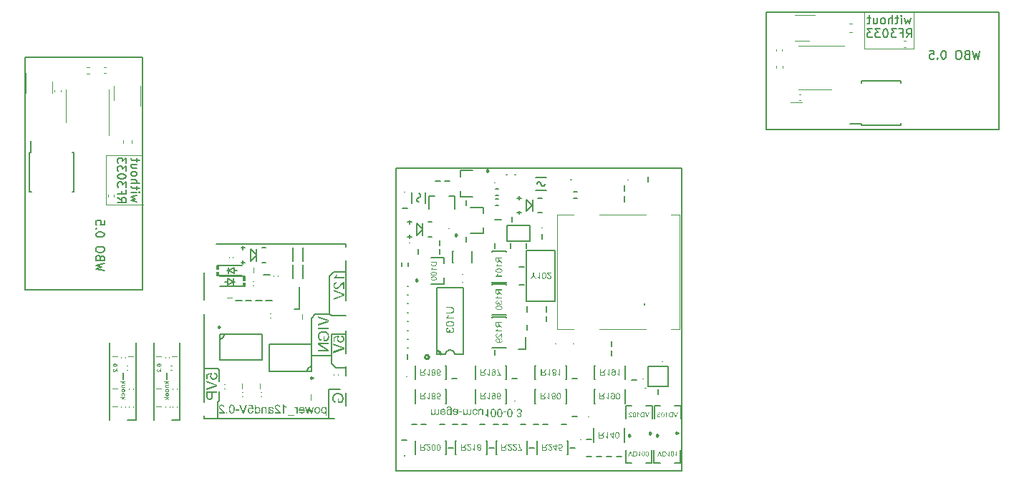
<source format=gbo>
G75*
G70*
%OFA0B0*%
%FSLAX25Y25*%
%IPPOS*%
%LPD*%
%AMOC8*
5,1,8,0,0,1.08239X$1,22.5*
%
%ADD194C,0.00300*%
%ADD65C,0.00787*%
%ADD66C,0.00984*%
%ADD71C,0.00591*%
%ADD72C,0.00669*%
%ADD73C,0.00394*%
%ADD74C,0.00472*%
%ADD75C,0.00800*%
X0000000Y0000000D02*
%LPD*%
G01*
D65*
X0129921Y0173425D02*
X0129921Y0209252D01*
X0142126Y0173425D02*
X0138189Y0173425D01*
X0142126Y0173425D02*
X0142126Y0209252D01*
X0242618Y0290650D02*
X0375689Y0290650D01*
X0242618Y0149705D02*
X0242618Y0290650D01*
X0242618Y0149705D02*
X0375689Y0149705D01*
X0375689Y0149705D02*
X0375689Y0290650D01*
X0124803Y0233858D02*
X0070079Y0233858D01*
X0070079Y0233858D02*
X0070079Y0342126D01*
X0070079Y0342126D02*
X0124803Y0342126D01*
X0124803Y0342126D02*
X0124803Y0233858D01*
X0523425Y0363287D02*
X0415157Y0363287D01*
X0415157Y0363287D02*
X0415157Y0308563D01*
X0415157Y0308563D02*
X0523425Y0308563D01*
X0523425Y0308563D02*
X0523425Y0363287D01*
X0153248Y0229232D02*
X0153248Y0241831D01*
X0153248Y0181594D02*
X0153248Y0222539D01*
X0153248Y0174114D02*
X0153248Y0175295D01*
X0153248Y0174114D02*
X0213878Y0174114D01*
X0159154Y0255217D02*
X0219390Y0255217D01*
X0219390Y0228839D02*
X0219390Y0247736D01*
X0219390Y0204429D02*
X0219390Y0215059D01*
X0219390Y0193799D02*
X0219390Y0198130D01*
X0219390Y0179823D02*
X0219390Y0185925D01*
X0219390Y0254035D02*
X0219390Y0255217D01*
X0109449Y0173425D02*
X0109449Y0209252D01*
X0121654Y0173425D02*
X0117717Y0173425D01*
X0121654Y0173425D02*
X0121654Y0209252D01*
X0414764Y0308169D02*
%LPD*%
G01*
D74*
X0483662Y0346161D02*
X0460827Y0346161D01*
X0483662Y0346161D02*
X0483662Y0363346D01*
X0460827Y0346161D02*
X0460827Y0363248D01*
D71*
X0482353Y0360489D02*
X0481603Y0357864D01*
X0480853Y0359739D01*
X0480103Y0357864D01*
X0479353Y0360489D01*
X0477854Y0357864D02*
X0477854Y0360489D01*
X0477854Y0361801D02*
X0478041Y0361614D01*
X0477854Y0361426D01*
X0477666Y0361614D01*
X0477854Y0361801D01*
X0477854Y0361426D01*
X0476541Y0360489D02*
X0475041Y0360489D01*
X0475979Y0361801D02*
X0475979Y0358427D01*
X0475791Y0358052D01*
X0475416Y0357864D01*
X0475041Y0357864D01*
X0473729Y0357864D02*
X0473729Y0361801D01*
X0472042Y0357864D02*
X0472042Y0359927D01*
X0472229Y0360302D01*
X0472604Y0360489D01*
X0473167Y0360489D01*
X0473542Y0360302D01*
X0473729Y0360114D01*
X0469605Y0357864D02*
X0469980Y0358052D01*
X0470167Y0358239D01*
X0470355Y0358614D01*
X0470355Y0359739D01*
X0470167Y0360114D01*
X0469980Y0360302D01*
X0469605Y0360489D01*
X0469042Y0360489D01*
X0468667Y0360302D01*
X0468480Y0360114D01*
X0468292Y0359739D01*
X0468292Y0358614D01*
X0468480Y0358239D01*
X0468667Y0358052D01*
X0469042Y0357864D01*
X0469605Y0357864D01*
X0464918Y0360489D02*
X0464918Y0357864D01*
X0466605Y0360489D02*
X0466605Y0358427D01*
X0466418Y0358052D01*
X0466043Y0357864D01*
X0465480Y0357864D01*
X0465105Y0358052D01*
X0464918Y0358239D01*
X0463605Y0360489D02*
X0462106Y0360489D01*
X0463043Y0361801D02*
X0463043Y0358427D01*
X0462855Y0358052D01*
X0462481Y0357864D01*
X0462106Y0357864D01*
X0480291Y0351526D02*
X0481603Y0353401D01*
X0482541Y0351526D02*
X0482541Y0355463D01*
X0481041Y0355463D01*
X0480666Y0355275D01*
X0480478Y0355088D01*
X0480291Y0354713D01*
X0480291Y0354150D01*
X0480478Y0353775D01*
X0480666Y0353588D01*
X0481041Y0353401D01*
X0482541Y0353401D01*
X0477291Y0353588D02*
X0478604Y0353588D01*
X0478604Y0351526D02*
X0478604Y0355463D01*
X0476729Y0355463D01*
X0475604Y0355463D02*
X0473167Y0355463D01*
X0474479Y0353963D01*
X0473917Y0353963D01*
X0473542Y0353775D01*
X0473354Y0353588D01*
X0473167Y0353213D01*
X0473167Y0352276D01*
X0473354Y0351901D01*
X0473542Y0351713D01*
X0473917Y0351526D01*
X0475041Y0351526D01*
X0475416Y0351713D01*
X0475604Y0351901D01*
X0470730Y0355463D02*
X0470355Y0355463D01*
X0469980Y0355275D01*
X0469792Y0355088D01*
X0469605Y0354713D01*
X0469417Y0353963D01*
X0469417Y0353026D01*
X0469605Y0352276D01*
X0469792Y0351901D01*
X0469980Y0351713D01*
X0470355Y0351526D01*
X0470730Y0351526D01*
X0471104Y0351713D01*
X0471292Y0351901D01*
X0471479Y0352276D01*
X0471667Y0353026D01*
X0471667Y0353963D01*
X0471479Y0354713D01*
X0471292Y0355088D01*
X0471104Y0355275D01*
X0470730Y0355463D01*
X0468105Y0355463D02*
X0465668Y0355463D01*
X0466980Y0353963D01*
X0466418Y0353963D01*
X0466043Y0353775D01*
X0465855Y0353588D01*
X0465668Y0353213D01*
X0465668Y0352276D01*
X0465855Y0351901D01*
X0466043Y0351713D01*
X0466418Y0351526D01*
X0467542Y0351526D01*
X0467917Y0351713D01*
X0468105Y0351901D01*
X0464355Y0355463D02*
X0461918Y0355463D01*
X0463230Y0353963D01*
X0462668Y0353963D01*
X0462293Y0353775D01*
X0462106Y0353588D01*
X0461918Y0353213D01*
X0461918Y0352276D01*
X0462106Y0351901D01*
X0462293Y0351713D01*
X0462668Y0351526D01*
X0463793Y0351526D01*
X0464168Y0351713D01*
X0464355Y0351901D01*
X0514464Y0345364D02*
X0513527Y0341427D01*
X0512777Y0344239D01*
X0512027Y0341427D01*
X0511089Y0345364D01*
X0508277Y0343490D02*
X0507715Y0343302D01*
X0507527Y0343115D01*
X0507340Y0342740D01*
X0507340Y0342177D01*
X0507527Y0341802D01*
X0507715Y0341615D01*
X0508090Y0341427D01*
X0509590Y0341427D01*
X0509590Y0345364D01*
X0508277Y0345364D01*
X0507902Y0345177D01*
X0507715Y0344989D01*
X0507527Y0344614D01*
X0507527Y0344239D01*
X0507715Y0343865D01*
X0507902Y0343677D01*
X0508277Y0343490D01*
X0509590Y0343490D01*
X0504903Y0345364D02*
X0504153Y0345364D01*
X0503778Y0345177D01*
X0503403Y0344802D01*
X0503215Y0344052D01*
X0503215Y0342740D01*
X0503403Y0341990D01*
X0503778Y0341615D01*
X0504153Y0341427D01*
X0504903Y0341427D01*
X0505278Y0341615D01*
X0505653Y0341990D01*
X0505840Y0342740D01*
X0505840Y0344052D01*
X0505653Y0344802D01*
X0505278Y0345177D01*
X0504903Y0345364D01*
X0497779Y0345364D02*
X0497404Y0345364D01*
X0497029Y0345177D01*
X0496841Y0344989D01*
X0496654Y0344614D01*
X0496466Y0343865D01*
X0496466Y0342927D01*
X0496654Y0342177D01*
X0496841Y0341802D01*
X0497029Y0341615D01*
X0497404Y0341427D01*
X0497779Y0341427D01*
X0498154Y0341615D01*
X0498341Y0341802D01*
X0498529Y0342177D01*
X0498716Y0342927D01*
X0498716Y0343865D01*
X0498529Y0344614D01*
X0498341Y0344989D01*
X0498154Y0345177D01*
X0497779Y0345364D01*
X0494779Y0341802D02*
X0494592Y0341615D01*
X0494779Y0341427D01*
X0494966Y0341615D01*
X0494779Y0341802D01*
X0494779Y0341427D01*
X0491029Y0345364D02*
X0492904Y0345364D01*
X0493092Y0343490D01*
X0492904Y0343677D01*
X0492529Y0343865D01*
X0491592Y0343865D01*
X0491217Y0343677D01*
X0491029Y0343490D01*
X0490842Y0343115D01*
X0490842Y0342177D01*
X0491029Y0341802D01*
X0491217Y0341615D01*
X0491592Y0341427D01*
X0492529Y0341427D01*
X0492904Y0341615D01*
X0493092Y0341802D01*
D65*
X0523425Y0363287D02*
X0415158Y0363287D01*
X0415158Y0363287D02*
X0415158Y0308563D01*
X0415158Y0308563D02*
X0523425Y0308563D01*
X0523425Y0308563D02*
X0523425Y0363287D01*
D74*
X0454873Y0353996D02*
X0453592Y0353996D01*
X0454873Y0358012D02*
X0453592Y0358012D01*
D71*
X0459351Y0331299D02*
X0459351Y0330413D01*
X0459351Y0310630D02*
X0477658Y0310630D01*
X0477658Y0331299D02*
X0477658Y0330413D01*
X0477658Y0310630D02*
X0477658Y0311515D01*
X0459351Y0331299D02*
X0477658Y0331299D01*
X0459351Y0310630D02*
X0459351Y0311122D01*
X0459351Y0311122D02*
X0454036Y0311122D01*
D74*
X0435158Y0349960D02*
X0428229Y0349960D01*
X0428229Y0362047D02*
X0437795Y0362047D01*
X0430186Y0322204D02*
X0431035Y0322204D01*
X0430186Y0325039D02*
X0431035Y0325039D01*
X0480093Y0349980D02*
X0478884Y0349980D01*
X0480093Y0346988D02*
X0478884Y0346988D01*
X0419607Y0337145D02*
X0419607Y0338355D01*
X0422599Y0337145D02*
X0422599Y0338355D01*
X0429036Y0321200D02*
X0431595Y0321200D01*
X0429036Y0308917D02*
X0422441Y0308917D01*
X0429036Y0308917D02*
X0431595Y0308917D01*
X0429036Y0321200D02*
X0426477Y0321200D01*
X0419646Y0346092D02*
X0419646Y0345243D01*
X0422481Y0346092D02*
X0422481Y0345243D01*
X0437599Y0347577D02*
X0429921Y0347577D01*
X0437599Y0347577D02*
X0451181Y0347577D01*
X0437599Y0327420D02*
X0445276Y0327420D01*
X0437599Y0327420D02*
X0429921Y0327420D01*
X0069685Y0342520D02*
%LPD*%
G01*
D74*
X0107677Y0273622D02*
X0107677Y0296457D01*
X0107677Y0273622D02*
X0124862Y0273622D01*
X0107677Y0296457D02*
X0124764Y0296457D01*
D71*
X0122005Y0274931D02*
X0119380Y0275681D01*
X0121255Y0276431D01*
X0119380Y0277181D01*
X0122005Y0277931D01*
X0119380Y0279430D02*
X0122005Y0279430D01*
X0123317Y0279430D02*
X0123130Y0279243D01*
X0122942Y0279430D01*
X0123130Y0279618D01*
X0123317Y0279430D01*
X0122942Y0279430D01*
X0122005Y0280743D02*
X0122005Y0282243D01*
X0123317Y0281305D02*
X0119943Y0281305D01*
X0119568Y0281493D01*
X0119380Y0281868D01*
X0119380Y0282243D01*
X0119380Y0283555D02*
X0123317Y0283555D01*
X0119380Y0285242D02*
X0121443Y0285242D01*
X0121818Y0285055D01*
X0122005Y0284680D01*
X0122005Y0284117D01*
X0121818Y0283742D01*
X0121630Y0283555D01*
X0119380Y0287679D02*
X0119568Y0287304D01*
X0119755Y0287117D01*
X0120130Y0286929D01*
X0121255Y0286929D01*
X0121630Y0287117D01*
X0121818Y0287304D01*
X0122005Y0287679D01*
X0122005Y0288242D01*
X0121818Y0288617D01*
X0121630Y0288804D01*
X0121255Y0288992D01*
X0120130Y0288992D01*
X0119755Y0288804D01*
X0119568Y0288617D01*
X0119380Y0288242D01*
X0119380Y0287679D01*
X0122005Y0292366D02*
X0119380Y0292366D01*
X0122005Y0290679D02*
X0119943Y0290679D01*
X0119568Y0290866D01*
X0119380Y0291241D01*
X0119380Y0291804D01*
X0119568Y0292179D01*
X0119755Y0292366D01*
X0122005Y0293679D02*
X0122005Y0295178D01*
X0123317Y0294241D02*
X0119943Y0294241D01*
X0119568Y0294429D01*
X0119380Y0294803D01*
X0119380Y0295178D01*
X0113042Y0276993D02*
X0114917Y0275681D01*
X0113042Y0274743D02*
X0116979Y0274743D01*
X0116979Y0276243D01*
X0116791Y0276618D01*
X0116604Y0276806D01*
X0116229Y0276993D01*
X0115666Y0276993D01*
X0115291Y0276806D01*
X0115104Y0276618D01*
X0114917Y0276243D01*
X0114917Y0274743D01*
X0115104Y0279993D02*
X0115104Y0278680D01*
X0113042Y0278680D02*
X0116979Y0278680D01*
X0116979Y0280555D01*
X0116979Y0281680D02*
X0116979Y0284117D01*
X0115479Y0282805D01*
X0115479Y0283367D01*
X0115291Y0283742D01*
X0115104Y0283930D01*
X0114729Y0284117D01*
X0113792Y0284117D01*
X0113417Y0283930D01*
X0113229Y0283742D01*
X0113042Y0283367D01*
X0113042Y0282243D01*
X0113229Y0281868D01*
X0113417Y0281680D01*
X0116979Y0286554D02*
X0116979Y0286929D01*
X0116791Y0287304D01*
X0116604Y0287492D01*
X0116229Y0287679D01*
X0115479Y0287867D01*
X0114542Y0287867D01*
X0113792Y0287679D01*
X0113417Y0287492D01*
X0113229Y0287304D01*
X0113042Y0286929D01*
X0113042Y0286554D01*
X0113229Y0286180D01*
X0113417Y0285992D01*
X0113792Y0285805D01*
X0114542Y0285617D01*
X0115479Y0285617D01*
X0116229Y0285805D01*
X0116604Y0285992D01*
X0116791Y0286180D01*
X0116979Y0286554D01*
X0116979Y0289179D02*
X0116979Y0291616D01*
X0115479Y0290304D01*
X0115479Y0290866D01*
X0115291Y0291241D01*
X0115104Y0291429D01*
X0114729Y0291616D01*
X0113792Y0291616D01*
X0113417Y0291429D01*
X0113229Y0291241D01*
X0113042Y0290866D01*
X0113042Y0289742D01*
X0113229Y0289367D01*
X0113417Y0289179D01*
X0116979Y0292929D02*
X0116979Y0295366D01*
X0115479Y0294054D01*
X0115479Y0294616D01*
X0115291Y0294991D01*
X0115104Y0295178D01*
X0114729Y0295366D01*
X0113792Y0295366D01*
X0113417Y0295178D01*
X0113229Y0294991D01*
X0113042Y0294616D01*
X0113042Y0293491D01*
X0113229Y0293116D01*
X0113417Y0292929D01*
X0106880Y0242820D02*
X0102943Y0243757D01*
X0105755Y0244507D01*
X0102943Y0245257D01*
X0106880Y0246195D01*
X0105006Y0249007D02*
X0104818Y0249569D01*
X0104631Y0249757D01*
X0104256Y0249944D01*
X0103693Y0249944D01*
X0103318Y0249757D01*
X0103131Y0249569D01*
X0102943Y0249194D01*
X0102943Y0247694D01*
X0106880Y0247694D01*
X0106880Y0249007D01*
X0106693Y0249382D01*
X0106505Y0249569D01*
X0106130Y0249757D01*
X0105755Y0249757D01*
X0105381Y0249569D01*
X0105193Y0249382D01*
X0105006Y0249007D01*
X0105006Y0247694D01*
X0106880Y0252381D02*
X0106880Y0253131D01*
X0106693Y0253506D01*
X0106318Y0253881D01*
X0105568Y0254069D01*
X0104256Y0254069D01*
X0103506Y0253881D01*
X0103131Y0253506D01*
X0102943Y0253131D01*
X0102943Y0252381D01*
X0103131Y0252006D01*
X0103506Y0251631D01*
X0104256Y0251444D01*
X0105568Y0251444D01*
X0106318Y0251631D01*
X0106693Y0252006D01*
X0106880Y0252381D01*
X0106880Y0259505D02*
X0106880Y0259880D01*
X0106693Y0260255D01*
X0106505Y0260443D01*
X0106130Y0260630D01*
X0105381Y0260818D01*
X0104443Y0260818D01*
X0103693Y0260630D01*
X0103318Y0260443D01*
X0103131Y0260255D01*
X0102943Y0259880D01*
X0102943Y0259505D01*
X0103131Y0259130D01*
X0103318Y0258943D01*
X0103693Y0258755D01*
X0104443Y0258568D01*
X0105381Y0258568D01*
X0106130Y0258755D01*
X0106505Y0258943D01*
X0106693Y0259130D01*
X0106880Y0259505D01*
X0103318Y0262505D02*
X0103131Y0262692D01*
X0102943Y0262505D01*
X0103131Y0262318D01*
X0103318Y0262505D01*
X0102943Y0262505D01*
X0106880Y0266255D02*
X0106880Y0264380D01*
X0105006Y0264192D01*
X0105193Y0264380D01*
X0105381Y0264755D01*
X0105381Y0265692D01*
X0105193Y0266067D01*
X0105006Y0266255D01*
X0104631Y0266442D01*
X0103693Y0266442D01*
X0103318Y0266255D01*
X0103131Y0266067D01*
X0102943Y0265692D01*
X0102943Y0264755D01*
X0103131Y0264380D01*
X0103318Y0264192D01*
D65*
X0124803Y0233859D02*
X0124803Y0342126D01*
X0124803Y0342126D02*
X0070079Y0342126D01*
X0070079Y0342126D02*
X0070079Y0233859D01*
X0070079Y0233859D02*
X0124803Y0233859D01*
D74*
X0115512Y0302411D02*
X0115512Y0303692D01*
X0119528Y0302411D02*
X0119528Y0303692D01*
D71*
X0092815Y0297933D02*
X0091929Y0297933D01*
X0072146Y0297933D02*
X0072146Y0279626D01*
X0092815Y0279626D02*
X0091929Y0279626D01*
X0072146Y0279626D02*
X0073031Y0279626D01*
X0092815Y0297933D02*
X0092815Y0279626D01*
X0072146Y0297933D02*
X0072638Y0297933D01*
X0072638Y0297933D02*
X0072638Y0303248D01*
D74*
X0111476Y0322126D02*
X0111476Y0329055D01*
X0123563Y0329055D02*
X0123563Y0319489D01*
X0083720Y0327098D02*
X0083720Y0326249D01*
X0086555Y0327098D02*
X0086555Y0326249D01*
X0111496Y0277191D02*
X0111496Y0278400D01*
X0108504Y0277191D02*
X0108504Y0278400D01*
X0098661Y0337677D02*
X0099871Y0337677D01*
X0098661Y0334685D02*
X0099871Y0334685D01*
X0082716Y0328248D02*
X0082716Y0325689D01*
X0070433Y0328248D02*
X0070433Y0334843D01*
X0070433Y0328248D02*
X0070433Y0325689D01*
X0082716Y0328248D02*
X0082716Y0330807D01*
X0107608Y0337638D02*
X0106759Y0337638D01*
X0107608Y0334803D02*
X0106759Y0334803D01*
X0109093Y0319685D02*
X0109093Y0327363D01*
X0109093Y0319685D02*
X0109093Y0306103D01*
X0088936Y0319685D02*
X0088936Y0312008D01*
X0088936Y0319685D02*
X0088936Y0327363D01*
X0122047Y0173031D02*
G01*
G75*
G36*
X0116498Y0191437D02*
X0116498Y0191001D01*
X0115972Y0191001D01*
X0115760Y0190799D01*
X0116498Y0190386D01*
X0116498Y0189916D01*
X0115455Y0190519D01*
X0114853Y0189956D01*
X0114853Y0190492D01*
X0115433Y0191001D01*
X0114228Y0191001D01*
X0114228Y0191437D01*
X0116498Y0191437D01*
D02*
G37*
G36*
X0116498Y0184037D02*
X0116498Y0183601D01*
X0115972Y0183601D01*
X0115760Y0183400D01*
X0116498Y0182986D01*
X0116498Y0182517D01*
X0115455Y0183119D01*
X0114853Y0182556D01*
X0114853Y0183092D01*
X0115433Y0183601D01*
X0114228Y0183601D01*
X0114228Y0184037D01*
X0116498Y0184037D01*
D02*
G37*
G36*
X0114818Y0185151D02*
X0114826Y0185215D01*
X0114838Y0185274D01*
X0114850Y0185331D01*
X0114870Y0185382D01*
X0114887Y0185429D01*
X0114909Y0185474D01*
X0114929Y0185513D01*
X0114951Y0185547D01*
X0114973Y0185579D01*
X0114990Y0185604D01*
X0115007Y0185626D01*
X0115022Y0185643D01*
X0115035Y0185656D01*
X0115042Y0185663D01*
X0115044Y0185665D01*
X0115089Y0185702D01*
X0115136Y0185737D01*
X0115187Y0185764D01*
X0115239Y0185788D01*
X0115293Y0185810D01*
X0115345Y0185828D01*
X0115396Y0185840D01*
X0115445Y0185852D01*
X0115495Y0185862D01*
X0115539Y0185867D01*
X0115578Y0185872D01*
X0115613Y0185877D01*
X0115640Y0185877D01*
X0115662Y0185879D01*
X0115674Y0185879D01*
X0115679Y0185879D01*
X0115753Y0185877D01*
X0115822Y0185870D01*
X0115886Y0185860D01*
X0115947Y0185845D01*
X0116004Y0185830D01*
X0116056Y0185810D01*
X0116102Y0185793D01*
X0116144Y0185771D01*
X0116181Y0185751D01*
X0116215Y0185732D01*
X0116243Y0185715D01*
X0116267Y0185700D01*
X0116284Y0185685D01*
X0116299Y0185675D01*
X0116306Y0185668D01*
X0116309Y0185665D01*
X0116348Y0185624D01*
X0116383Y0185579D01*
X0116415Y0185533D01*
X0116439Y0185486D01*
X0116461Y0185437D01*
X0116481Y0185390D01*
X0116496Y0185343D01*
X0116506Y0185299D01*
X0116516Y0185257D01*
X0116523Y0185218D01*
X0116528Y0185181D01*
X0116533Y0185151D01*
X0116533Y0185127D01*
X0116535Y0185107D01*
X0116535Y0185092D01*
X0116533Y0185033D01*
X0116528Y0184979D01*
X0116520Y0184927D01*
X0116513Y0184881D01*
X0116501Y0184834D01*
X0116488Y0184792D01*
X0116476Y0184755D01*
X0116461Y0184721D01*
X0116447Y0184691D01*
X0116434Y0184664D01*
X0116422Y0184642D01*
X0116410Y0184622D01*
X0116402Y0184608D01*
X0116395Y0184595D01*
X0116390Y0184590D01*
X0116388Y0184588D01*
X0116358Y0184553D01*
X0116326Y0184521D01*
X0116292Y0184494D01*
X0116255Y0184467D01*
X0116218Y0184443D01*
X0116181Y0184423D01*
X0116110Y0184389D01*
X0116075Y0184374D01*
X0116043Y0184362D01*
X0116016Y0184352D01*
X0115992Y0184344D01*
X0115969Y0184337D01*
X0115955Y0184332D01*
X0115945Y0184330D01*
X0115942Y0184330D01*
X0115868Y0184758D01*
X0115928Y0184772D01*
X0115979Y0184790D01*
X0116021Y0184809D01*
X0116056Y0184826D01*
X0116080Y0184844D01*
X0116097Y0184859D01*
X0116110Y0184868D01*
X0116112Y0184871D01*
X0116134Y0184903D01*
X0116151Y0184935D01*
X0116164Y0184969D01*
X0116171Y0185001D01*
X0116176Y0185028D01*
X0116181Y0185053D01*
X0116181Y0185073D01*
X0116178Y0185102D01*
X0116176Y0185131D01*
X0116161Y0185186D01*
X0116142Y0185230D01*
X0116119Y0185267D01*
X0116097Y0185299D01*
X0116080Y0185321D01*
X0116065Y0185333D01*
X0116063Y0185338D01*
X0116060Y0185338D01*
X0116036Y0185355D01*
X0116009Y0185370D01*
X0115977Y0185382D01*
X0115945Y0185395D01*
X0115876Y0185409D01*
X0115809Y0185422D01*
X0115775Y0185427D01*
X0115746Y0185429D01*
X0115718Y0185432D01*
X0115694Y0185432D01*
X0115674Y0185434D01*
X0115659Y0185434D01*
X0115650Y0185434D01*
X0115647Y0185434D01*
X0115600Y0185434D01*
X0115556Y0185429D01*
X0115514Y0185424D01*
X0115477Y0185419D01*
X0115443Y0185412D01*
X0115413Y0185405D01*
X0115384Y0185395D01*
X0115359Y0185385D01*
X0115340Y0185378D01*
X0115320Y0185368D01*
X0115305Y0185360D01*
X0115293Y0185353D01*
X0115283Y0185348D01*
X0115276Y0185343D01*
X0115273Y0185338D01*
X0115271Y0185338D01*
X0115251Y0185318D01*
X0115234Y0185299D01*
X0115204Y0185257D01*
X0115185Y0185215D01*
X0115172Y0185173D01*
X0115163Y0185136D01*
X0115160Y0185119D01*
X0115160Y0185107D01*
X0115158Y0185095D01*
X0115158Y0185080D01*
X0115160Y0185036D01*
X0115167Y0184996D01*
X0115180Y0184962D01*
X0115190Y0184935D01*
X0115202Y0184910D01*
X0115214Y0184895D01*
X0115222Y0184883D01*
X0115224Y0184881D01*
X0115251Y0184854D01*
X0115281Y0184831D01*
X0115313Y0184814D01*
X0115342Y0184799D01*
X0115369Y0184792D01*
X0115394Y0184785D01*
X0115408Y0184780D01*
X0115411Y0184780D01*
X0115413Y0184780D01*
X0115337Y0184352D01*
X0115290Y0184367D01*
X0115244Y0184386D01*
X0115204Y0184403D01*
X0115165Y0184425D01*
X0115131Y0184445D01*
X0115099Y0184467D01*
X0115069Y0184489D01*
X0115042Y0184509D01*
X0115020Y0184529D01*
X0115000Y0184546D01*
X0114983Y0184563D01*
X0114971Y0184578D01*
X0114958Y0184590D01*
X0114951Y0184600D01*
X0114949Y0184605D01*
X0114946Y0184608D01*
X0114924Y0184642D01*
X0114902Y0184679D01*
X0114884Y0184718D01*
X0114870Y0184758D01*
X0114848Y0184836D01*
X0114833Y0184913D01*
X0114826Y0184947D01*
X0114823Y0184982D01*
X0114821Y0185008D01*
X0114818Y0185036D01*
X0114816Y0185055D01*
X0114816Y0185085D01*
X0114818Y0185151D01*
D02*
G37*
G36*
X0114818Y0188777D02*
X0114828Y0188834D01*
X0114840Y0188888D01*
X0114860Y0188940D01*
X0114880Y0188986D01*
X0114904Y0189031D01*
X0114929Y0189072D01*
X0114956Y0189109D01*
X0114983Y0189144D01*
X0115007Y0189171D01*
X0115032Y0189198D01*
X0115052Y0189218D01*
X0115069Y0189235D01*
X0115084Y0189247D01*
X0115094Y0189255D01*
X0115096Y0189257D01*
X0114853Y0189257D01*
X0114853Y0189660D01*
X0116498Y0189660D01*
X0116498Y0189225D01*
X0115753Y0189225D01*
X0115704Y0189225D01*
X0115657Y0189223D01*
X0115615Y0189223D01*
X0115578Y0189220D01*
X0115544Y0189218D01*
X0115512Y0189215D01*
X0115485Y0189213D01*
X0115460Y0189208D01*
X0115441Y0189205D01*
X0115423Y0189203D01*
X0115408Y0189200D01*
X0115396Y0189198D01*
X0115386Y0189195D01*
X0115381Y0189195D01*
X0115376Y0189193D01*
X0115340Y0189178D01*
X0115308Y0189161D01*
X0115278Y0189141D01*
X0115256Y0189122D01*
X0115236Y0189102D01*
X0115224Y0189087D01*
X0115214Y0189077D01*
X0115212Y0189072D01*
X0115190Y0189038D01*
X0115175Y0189001D01*
X0115163Y0188967D01*
X0115155Y0188937D01*
X0115150Y0188908D01*
X0115148Y0188888D01*
X0115148Y0188868D01*
X0115150Y0188836D01*
X0115155Y0188809D01*
X0115163Y0188785D01*
X0115170Y0188763D01*
X0115177Y0188745D01*
X0115185Y0188730D01*
X0115190Y0188723D01*
X0115192Y0188721D01*
X0115209Y0188698D01*
X0115229Y0188679D01*
X0115251Y0188664D01*
X0115271Y0188652D01*
X0115288Y0188642D01*
X0115303Y0188635D01*
X0115313Y0188630D01*
X0115315Y0188630D01*
X0115332Y0188625D01*
X0115352Y0188620D01*
X0115374Y0188615D01*
X0115401Y0188612D01*
X0115458Y0188607D01*
X0115517Y0188603D01*
X0115571Y0188603D01*
X0115595Y0188600D01*
X0115615Y0188600D01*
X0115635Y0188600D01*
X0115647Y0188600D01*
X0115657Y0188600D01*
X0115659Y0188600D01*
X0116498Y0188600D01*
X0116498Y0188165D01*
X0115477Y0188165D01*
X0115408Y0188165D01*
X0115350Y0188170D01*
X0115300Y0188172D01*
X0115259Y0188177D01*
X0115227Y0188182D01*
X0115204Y0188184D01*
X0115190Y0188189D01*
X0115185Y0188189D01*
X0115148Y0188199D01*
X0115113Y0188214D01*
X0115081Y0188226D01*
X0115054Y0188241D01*
X0115032Y0188256D01*
X0115017Y0188266D01*
X0115005Y0188273D01*
X0115003Y0188275D01*
X0114973Y0188300D01*
X0114949Y0188330D01*
X0114924Y0188359D01*
X0114907Y0188389D01*
X0114889Y0188413D01*
X0114880Y0188435D01*
X0114872Y0188450D01*
X0114870Y0188452D01*
X0114870Y0188455D01*
X0114853Y0188499D01*
X0114838Y0188546D01*
X0114828Y0188590D01*
X0114823Y0188630D01*
X0114818Y0188667D01*
X0114816Y0188694D01*
X0114816Y0188718D01*
X0114818Y0188777D01*
D02*
G37*
G36*
X0114821Y0187065D02*
X0114833Y0187146D01*
X0114850Y0187220D01*
X0114860Y0187254D01*
X0114870Y0187286D01*
X0114880Y0187314D01*
X0114889Y0187338D01*
X0114899Y0187360D01*
X0114907Y0187380D01*
X0114914Y0187395D01*
X0114919Y0187405D01*
X0114921Y0187412D01*
X0114924Y0187414D01*
X0114968Y0187483D01*
X0115017Y0187542D01*
X0115069Y0187594D01*
X0115118Y0187638D01*
X0115163Y0187670D01*
X0115182Y0187685D01*
X0115199Y0187695D01*
X0115214Y0187702D01*
X0115224Y0187710D01*
X0115231Y0187712D01*
X0115234Y0187714D01*
X0115271Y0187734D01*
X0115310Y0187749D01*
X0115384Y0187776D01*
X0115455Y0187793D01*
X0115519Y0187808D01*
X0115549Y0187811D01*
X0115573Y0187815D01*
X0115598Y0187818D01*
X0115618Y0187818D01*
X0115632Y0187820D01*
X0115645Y0187820D01*
X0115652Y0187820D01*
X0115655Y0187820D01*
X0115706Y0187818D01*
X0115755Y0187815D01*
X0115805Y0187811D01*
X0115849Y0187803D01*
X0115891Y0187796D01*
X0115930Y0187786D01*
X0115967Y0187776D01*
X0116001Y0187766D01*
X0116031Y0187756D01*
X0116058Y0187749D01*
X0116080Y0187739D01*
X0116100Y0187732D01*
X0116115Y0187724D01*
X0116124Y0187719D01*
X0116132Y0187714D01*
X0116134Y0187714D01*
X0116203Y0187670D01*
X0116265Y0187621D01*
X0116316Y0187569D01*
X0116358Y0187520D01*
X0116390Y0187473D01*
X0116405Y0187456D01*
X0116415Y0187439D01*
X0116424Y0187424D01*
X0116429Y0187414D01*
X0116432Y0187407D01*
X0116434Y0187405D01*
X0116469Y0187328D01*
X0116493Y0187252D01*
X0116511Y0187178D01*
X0116523Y0187112D01*
X0116528Y0187082D01*
X0116530Y0187055D01*
X0116533Y0187033D01*
X0116533Y0187013D01*
X0116535Y0186996D01*
X0116535Y0186974D01*
X0116533Y0186908D01*
X0116525Y0186844D01*
X0116513Y0186782D01*
X0116496Y0186726D01*
X0116479Y0186672D01*
X0116459Y0186622D01*
X0116437Y0186576D01*
X0116412Y0186534D01*
X0116390Y0186497D01*
X0116368Y0186465D01*
X0116348Y0186435D01*
X0116329Y0186413D01*
X0116314Y0186394D01*
X0116302Y0186379D01*
X0116294Y0186371D01*
X0116292Y0186369D01*
X0116245Y0186327D01*
X0116193Y0186290D01*
X0116144Y0186258D01*
X0116090Y0186229D01*
X0116038Y0186207D01*
X0115987Y0186187D01*
X0115937Y0186170D01*
X0115888Y0186157D01*
X0115844Y0186147D01*
X0115802Y0186140D01*
X0115765Y0186135D01*
X0115733Y0186130D01*
X0115709Y0186130D01*
X0115689Y0186128D01*
X0115677Y0186128D01*
X0115672Y0186128D01*
X0115603Y0186130D01*
X0115539Y0186138D01*
X0115477Y0186150D01*
X0115421Y0186165D01*
X0115367Y0186182D01*
X0115315Y0186204D01*
X0115268Y0186224D01*
X0115227Y0186246D01*
X0115190Y0186270D01*
X0115155Y0186290D01*
X0115128Y0186310D01*
X0115103Y0186330D01*
X0115084Y0186344D01*
X0115071Y0186357D01*
X0115062Y0186364D01*
X0115059Y0186367D01*
X0115017Y0186413D01*
X0114978Y0186460D01*
X0114946Y0186512D01*
X0114919Y0186563D01*
X0114894Y0186612D01*
X0114875Y0186664D01*
X0114860Y0186713D01*
X0114845Y0186760D01*
X0114835Y0186804D01*
X0114828Y0186846D01*
X0114823Y0186883D01*
X0114821Y0186915D01*
X0114818Y0186940D01*
X0114816Y0186959D01*
X0114816Y0187021D01*
X0114821Y0187065D01*
D02*
G37*
G36*
X0110870Y0196353D02*
X0110875Y0196404D01*
X0110882Y0196453D01*
X0110891Y0196497D01*
X0110903Y0196541D01*
X0110914Y0196580D01*
X0110928Y0196615D01*
X0110942Y0196650D01*
X0110956Y0196680D01*
X0110970Y0196706D01*
X0110982Y0196729D01*
X0110993Y0196747D01*
X0111003Y0196761D01*
X0111009Y0196773D01*
X0111014Y0196780D01*
X0111017Y0196782D01*
X0111047Y0196817D01*
X0111079Y0196847D01*
X0111116Y0196875D01*
X0111156Y0196898D01*
X0111195Y0196919D01*
X0111237Y0196938D01*
X0111276Y0196954D01*
X0111316Y0196968D01*
X0111353Y0196979D01*
X0111388Y0196989D01*
X0111420Y0196996D01*
X0111448Y0197000D01*
X0111471Y0197005D01*
X0111490Y0197007D01*
X0111499Y0197010D01*
X0111504Y0197010D01*
X0111543Y0196601D01*
X0111511Y0196599D01*
X0111481Y0196594D01*
X0111427Y0196583D01*
X0111383Y0196569D01*
X0111348Y0196555D01*
X0111320Y0196539D01*
X0111302Y0196527D01*
X0111293Y0196518D01*
X0111288Y0196515D01*
X0111262Y0196485D01*
X0111241Y0196450D01*
X0111228Y0196416D01*
X0111218Y0196383D01*
X0111214Y0196353D01*
X0111209Y0196330D01*
X0111209Y0196309D01*
X0111211Y0196263D01*
X0111221Y0196223D01*
X0111232Y0196188D01*
X0111246Y0196158D01*
X0111260Y0196135D01*
X0111272Y0196119D01*
X0111281Y0196107D01*
X0111283Y0196105D01*
X0111313Y0196079D01*
X0111348Y0196061D01*
X0111383Y0196049D01*
X0111415Y0196040D01*
X0111448Y0196035D01*
X0111471Y0196030D01*
X0111481Y0196030D01*
X0111487Y0196030D01*
X0111492Y0196030D01*
X0111494Y0196030D01*
X0111541Y0196035D01*
X0111587Y0196044D01*
X0111629Y0196058D01*
X0111666Y0196072D01*
X0111699Y0196088D01*
X0111724Y0196102D01*
X0111733Y0196109D01*
X0111740Y0196112D01*
X0111743Y0196116D01*
X0111745Y0196116D01*
X0111764Y0196130D01*
X0111787Y0196149D01*
X0111812Y0196172D01*
X0111838Y0196195D01*
X0111896Y0196251D01*
X0111954Y0196311D01*
X0111982Y0196339D01*
X0112010Y0196367D01*
X0112033Y0196390D01*
X0112053Y0196413D01*
X0112070Y0196432D01*
X0112084Y0196446D01*
X0112093Y0196455D01*
X0112095Y0196457D01*
X0112153Y0196520D01*
X0112209Y0196576D01*
X0112262Y0196629D01*
X0112311Y0196675D01*
X0112355Y0196717D01*
X0112399Y0196754D01*
X0112436Y0196789D01*
X0112471Y0196817D01*
X0112504Y0196842D01*
X0112529Y0196863D01*
X0112555Y0196882D01*
X0112573Y0196896D01*
X0112587Y0196905D01*
X0112599Y0196914D01*
X0112606Y0196917D01*
X0112608Y0196919D01*
X0112680Y0196958D01*
X0112752Y0196989D01*
X0112822Y0197014D01*
X0112884Y0197033D01*
X0112912Y0197040D01*
X0112937Y0197044D01*
X0112961Y0197049D01*
X0112979Y0197054D01*
X0112995Y0197056D01*
X0113007Y0197056D01*
X0113014Y0197058D01*
X0113016Y0197058D01*
X0113016Y0195620D01*
X0112636Y0195620D01*
X0112636Y0196436D01*
X0112596Y0196409D01*
X0112578Y0196395D01*
X0112559Y0196383D01*
X0112545Y0196371D01*
X0112534Y0196362D01*
X0112527Y0196355D01*
X0112525Y0196353D01*
X0112513Y0196341D01*
X0112497Y0196328D01*
X0112480Y0196311D01*
X0112462Y0196293D01*
X0112422Y0196253D01*
X0112383Y0196211D01*
X0112346Y0196172D01*
X0112330Y0196153D01*
X0112316Y0196137D01*
X0112304Y0196126D01*
X0112295Y0196116D01*
X0112290Y0196109D01*
X0112288Y0196107D01*
X0112255Y0196072D01*
X0112225Y0196040D01*
X0112195Y0196010D01*
X0112170Y0195982D01*
X0112144Y0195959D01*
X0112123Y0195935D01*
X0112102Y0195917D01*
X0112084Y0195898D01*
X0112053Y0195873D01*
X0112033Y0195852D01*
X0112019Y0195843D01*
X0112014Y0195838D01*
X0111961Y0195799D01*
X0111910Y0195764D01*
X0111863Y0195736D01*
X0111824Y0195713D01*
X0111789Y0195696D01*
X0111775Y0195690D01*
X0111764Y0195682D01*
X0111754Y0195678D01*
X0111745Y0195676D01*
X0111743Y0195673D01*
X0111740Y0195673D01*
X0111692Y0195655D01*
X0111643Y0195643D01*
X0111596Y0195634D01*
X0111552Y0195627D01*
X0111518Y0195622D01*
X0111501Y0195622D01*
X0111490Y0195620D01*
X0111478Y0195620D01*
X0111471Y0195620D01*
X0111467Y0195620D01*
X0111464Y0195620D01*
X0111418Y0195622D01*
X0111374Y0195627D01*
X0111332Y0195636D01*
X0111290Y0195648D01*
X0111253Y0195662D01*
X0111218Y0195678D01*
X0111186Y0195694D01*
X0111158Y0195710D01*
X0111130Y0195729D01*
X0111107Y0195745D01*
X0111086Y0195761D01*
X0111070Y0195775D01*
X0111058Y0195787D01*
X0111047Y0195796D01*
X0111042Y0195801D01*
X0111040Y0195803D01*
X0111009Y0195838D01*
X0110984Y0195877D01*
X0110961Y0195917D01*
X0110940Y0195956D01*
X0110924Y0195998D01*
X0110910Y0196040D01*
X0110898Y0196079D01*
X0110889Y0196119D01*
X0110882Y0196156D01*
X0110877Y0196191D01*
X0110873Y0196221D01*
X0110870Y0196246D01*
X0110868Y0196269D01*
X0110868Y0196300D01*
X0110870Y0196353D01*
D02*
G37*
G36*
X0113016Y0197750D02*
X0113016Y0197339D01*
X0112606Y0197339D01*
X0112606Y0197750D01*
X0113016Y0197750D01*
D02*
G37*
G36*
X0110870Y0198863D02*
X0110877Y0198917D01*
X0110889Y0198968D01*
X0110903Y0199014D01*
X0110919Y0199058D01*
X0110938Y0199098D01*
X0110958Y0199135D01*
X0110977Y0199167D01*
X0110998Y0199195D01*
X0111019Y0199221D01*
X0111037Y0199241D01*
X0111054Y0199260D01*
X0111068Y0199274D01*
X0111079Y0199283D01*
X0111086Y0199290D01*
X0111088Y0199292D01*
X0111142Y0199330D01*
X0111202Y0199362D01*
X0111267Y0199390D01*
X0111337Y0199413D01*
X0111409Y0199434D01*
X0111481Y0199450D01*
X0111552Y0199464D01*
X0111624Y0199476D01*
X0111692Y0199483D01*
X0111754Y0199490D01*
X0111810Y0199494D01*
X0111861Y0199499D01*
X0111882Y0199499D01*
X0111900Y0199499D01*
X0111917Y0199501D01*
X0111933Y0199501D01*
X0111942Y0199501D01*
X0111951Y0199501D01*
X0111956Y0199501D01*
X0111958Y0199501D01*
X0112070Y0199499D01*
X0112172Y0199492D01*
X0112267Y0199483D01*
X0112353Y0199471D01*
X0112432Y0199457D01*
X0112501Y0199441D01*
X0112564Y0199425D01*
X0112620Y0199406D01*
X0112666Y0199388D01*
X0112708Y0199371D01*
X0112743Y0199355D01*
X0112770Y0199341D01*
X0112791Y0199330D01*
X0112805Y0199318D01*
X0112814Y0199313D01*
X0112817Y0199311D01*
X0112859Y0199274D01*
X0112896Y0199234D01*
X0112928Y0199193D01*
X0112956Y0199151D01*
X0112977Y0199109D01*
X0112998Y0199067D01*
X0113014Y0199028D01*
X0113026Y0198989D01*
X0113035Y0198951D01*
X0113044Y0198917D01*
X0113049Y0198886D01*
X0113051Y0198859D01*
X0113054Y0198838D01*
X0113056Y0198822D01*
X0113056Y0198807D01*
X0113054Y0198752D01*
X0113046Y0198699D01*
X0113035Y0198647D01*
X0113021Y0198601D01*
X0113005Y0198557D01*
X0112986Y0198517D01*
X0112968Y0198480D01*
X0112947Y0198448D01*
X0112926Y0198420D01*
X0112907Y0198395D01*
X0112889Y0198371D01*
X0112873Y0198355D01*
X0112859Y0198341D01*
X0112847Y0198330D01*
X0112840Y0198325D01*
X0112838Y0198323D01*
X0112784Y0198286D01*
X0112724Y0198253D01*
X0112657Y0198225D01*
X0112589Y0198200D01*
X0112518Y0198181D01*
X0112443Y0198163D01*
X0112371Y0198149D01*
X0112300Y0198137D01*
X0112232Y0198130D01*
X0112170Y0198123D01*
X0112112Y0198118D01*
X0112063Y0198114D01*
X0112040Y0198114D01*
X0112021Y0198114D01*
X0112005Y0198111D01*
X0111989Y0198111D01*
X0111979Y0198111D01*
X0111970Y0198111D01*
X0111965Y0198111D01*
X0111963Y0198111D01*
X0111854Y0198114D01*
X0111752Y0198121D01*
X0111657Y0198130D01*
X0111571Y0198144D01*
X0111492Y0198160D01*
X0111420Y0198177D01*
X0111355Y0198197D01*
X0111300Y0198216D01*
X0111249Y0198234D01*
X0111207Y0198253D01*
X0111170Y0198272D01*
X0111142Y0198288D01*
X0111119Y0198302D01*
X0111102Y0198311D01*
X0111093Y0198318D01*
X0111091Y0198320D01*
X0111051Y0198355D01*
X0111017Y0198392D01*
X0110986Y0198432D01*
X0110961Y0198471D01*
X0110940Y0198511D01*
X0110921Y0198552D01*
X0110907Y0198592D01*
X0110896Y0198629D01*
X0110887Y0198666D01*
X0110880Y0198701D01*
X0110875Y0198731D01*
X0110870Y0198756D01*
X0110870Y0198777D01*
X0110868Y0198794D01*
X0110868Y0198807D01*
X0110870Y0198863D01*
D02*
G37*
%LPC*%
G36*
X0115170Y0186994D02*
X0115170Y0186977D01*
X0115172Y0186945D01*
X0115175Y0186915D01*
X0115190Y0186861D01*
X0115212Y0186812D01*
X0115234Y0186770D01*
X0115259Y0186735D01*
X0115281Y0186711D01*
X0115288Y0186703D01*
X0115295Y0186696D01*
X0115298Y0186694D01*
X0115300Y0186691D01*
X0115325Y0186672D01*
X0115354Y0186652D01*
X0115413Y0186625D01*
X0115475Y0186603D01*
X0115536Y0186590D01*
X0115564Y0186585D01*
X0115591Y0186581D01*
X0115613Y0186578D01*
X0115635Y0186578D01*
X0115650Y0186576D01*
X0115664Y0186576D01*
X0115672Y0186576D01*
X0115674Y0186576D01*
X0115718Y0186576D01*
X0115763Y0186581D01*
X0115802Y0186585D01*
X0115839Y0186593D01*
X0115871Y0186603D01*
X0115903Y0186612D01*
X0115932Y0186622D01*
X0115957Y0186632D01*
X0115979Y0186644D01*
X0115999Y0186654D01*
X0116016Y0186664D01*
X0116028Y0186674D01*
X0116038Y0186681D01*
X0116046Y0186686D01*
X0116051Y0186689D01*
X0116053Y0186691D01*
X0116075Y0186713D01*
X0116095Y0186735D01*
X0116112Y0186760D01*
X0116127Y0186785D01*
X0116149Y0186831D01*
X0116164Y0186878D01*
X0116174Y0186917D01*
X0116176Y0186935D01*
X0116178Y0186947D01*
X0116181Y0186959D01*
X0116181Y0186977D01*
X0116178Y0187008D01*
X0116176Y0187038D01*
X0116161Y0187092D01*
X0116142Y0187141D01*
X0116117Y0187183D01*
X0116092Y0187215D01*
X0116073Y0187242D01*
X0116065Y0187250D01*
X0116058Y0187257D01*
X0116056Y0187259D01*
X0116053Y0187262D01*
X0116028Y0187282D01*
X0115999Y0187299D01*
X0115940Y0187328D01*
X0115876Y0187348D01*
X0115817Y0187360D01*
X0115787Y0187365D01*
X0115760Y0187370D01*
X0115738Y0187373D01*
X0115716Y0187373D01*
X0115701Y0187375D01*
X0115686Y0187375D01*
X0115679Y0187375D01*
X0115677Y0187375D01*
X0115632Y0187373D01*
X0115591Y0187370D01*
X0115551Y0187365D01*
X0115514Y0187358D01*
X0115480Y0187348D01*
X0115450Y0187338D01*
X0115421Y0187328D01*
X0115396Y0187319D01*
X0115374Y0187309D01*
X0115354Y0187299D01*
X0115337Y0187289D01*
X0115325Y0187279D01*
X0115315Y0187272D01*
X0115305Y0187267D01*
X0115303Y0187262D01*
X0115300Y0187262D01*
X0115278Y0187240D01*
X0115256Y0187215D01*
X0115239Y0187193D01*
X0115224Y0187168D01*
X0115202Y0187122D01*
X0115187Y0187075D01*
X0115177Y0187036D01*
X0115175Y0187018D01*
X0115172Y0187004D01*
X0115170Y0186994D01*
D02*
G37*
G36*
X0111209Y0198819D02*
X0111209Y0198807D01*
X0111211Y0198780D01*
X0111216Y0198756D01*
X0111225Y0198733D01*
X0111232Y0198712D01*
X0111241Y0198699D01*
X0111251Y0198685D01*
X0111256Y0198678D01*
X0111258Y0198675D01*
X0111279Y0198654D01*
X0111307Y0198636D01*
X0111337Y0198620D01*
X0111369Y0198606D01*
X0111399Y0198594D01*
X0111422Y0198587D01*
X0111432Y0198585D01*
X0111439Y0198583D01*
X0111443Y0198580D01*
X0111446Y0198580D01*
X0111476Y0198573D01*
X0111508Y0198566D01*
X0111545Y0198562D01*
X0111587Y0198557D01*
X0111671Y0198550D01*
X0111757Y0198545D01*
X0111798Y0198543D01*
X0111836Y0198543D01*
X0111873Y0198541D01*
X0111903Y0198541D01*
X0111928Y0198541D01*
X0111947Y0198541D01*
X0111958Y0198541D01*
X0111963Y0198541D01*
X0112030Y0198541D01*
X0112095Y0198543D01*
X0112153Y0198545D01*
X0112207Y0198548D01*
X0112255Y0198550D01*
X0112300Y0198555D01*
X0112339Y0198559D01*
X0112374Y0198562D01*
X0112404Y0198566D01*
X0112429Y0198571D01*
X0112450Y0198576D01*
X0112469Y0198578D01*
X0112483Y0198580D01*
X0112492Y0198583D01*
X0112497Y0198585D01*
X0112499Y0198585D01*
X0112541Y0198599D01*
X0112578Y0198613D01*
X0112606Y0198627D01*
X0112629Y0198643D01*
X0112648Y0198654D01*
X0112659Y0198666D01*
X0112666Y0198673D01*
X0112668Y0198675D01*
X0112685Y0198699D01*
X0112696Y0198719D01*
X0112703Y0198743D01*
X0112708Y0198763D01*
X0112712Y0198782D01*
X0112715Y0198796D01*
X0112715Y0198807D01*
X0112712Y0198835D01*
X0112708Y0198859D01*
X0112701Y0198882D01*
X0112691Y0198900D01*
X0112682Y0198917D01*
X0112675Y0198930D01*
X0112671Y0198938D01*
X0112668Y0198940D01*
X0112648Y0198961D01*
X0112620Y0198979D01*
X0112589Y0198995D01*
X0112557Y0199009D01*
X0112529Y0199021D01*
X0112506Y0199028D01*
X0112497Y0199030D01*
X0112490Y0199033D01*
X0112485Y0199035D01*
X0112483Y0199035D01*
X0112453Y0199042D01*
X0112420Y0199046D01*
X0112383Y0199051D01*
X0112341Y0199056D01*
X0112255Y0199063D01*
X0112170Y0199067D01*
X0112128Y0199070D01*
X0112091Y0199070D01*
X0112056Y0199070D01*
X0112023Y0199072D01*
X0111998Y0199072D01*
X0111979Y0199072D01*
X0111968Y0199072D01*
X0111963Y0199072D01*
X0111896Y0199072D01*
X0111833Y0199070D01*
X0111773Y0199067D01*
X0111722Y0199065D01*
X0111673Y0199063D01*
X0111629Y0199058D01*
X0111589Y0199056D01*
X0111555Y0199051D01*
X0111525Y0199046D01*
X0111497Y0199044D01*
X0111476Y0199040D01*
X0111457Y0199037D01*
X0111443Y0199035D01*
X0111434Y0199033D01*
X0111430Y0199030D01*
X0111427Y0199030D01*
X0111385Y0199016D01*
X0111348Y0199002D01*
X0111320Y0198986D01*
X0111297Y0198972D01*
X0111279Y0198961D01*
X0111267Y0198949D01*
X0111260Y0198942D01*
X0111258Y0198940D01*
X0111241Y0198917D01*
X0111230Y0198896D01*
X0111221Y0198873D01*
X0111216Y0198852D01*
X0111211Y0198833D01*
X0111209Y0198819D01*
D02*
G37*
%LPD*%
D65*
X0121653Y0173425D02*
X0121653Y0209251D01*
X0109449Y0173425D02*
X0109449Y0209251D01*
X0121653Y0173425D02*
X0117716Y0173425D01*
X0115689Y0192337D02*
X0115689Y0195289D01*
D73*
X0112992Y0202952D02*
X0110630Y0202952D01*
X0117327Y0196615D02*
X0117720Y0196615D01*
X0117323Y0198584D02*
X0117716Y0198584D01*
X0112992Y0187893D02*
X0110630Y0187893D01*
X0112992Y0179527D02*
X0110630Y0179527D01*
X0116732Y0179137D02*
X0116732Y0179531D01*
X0114764Y0179133D02*
X0114764Y0179527D01*
X0120275Y0202952D02*
X0117913Y0202952D01*
X0120275Y0187500D02*
X0120275Y0187893D01*
X0118307Y0187495D02*
X0118307Y0187889D01*
X0116675Y0202362D02*
X0116675Y0202755D01*
X0114706Y0202358D02*
X0114706Y0202751D01*
X0118307Y0179129D02*
X0118307Y0179523D01*
X0120275Y0179133D02*
X0120275Y0179527D01*
X0142520Y0173031D02*
G01*
G75*
G36*
X0136971Y0191437D02*
X0136971Y0191001D01*
X0136445Y0191001D01*
X0136233Y0190799D01*
X0136971Y0190386D01*
X0136971Y0189916D01*
X0135928Y0190519D01*
X0135326Y0189956D01*
X0135326Y0190492D01*
X0135906Y0191001D01*
X0134701Y0191001D01*
X0134701Y0191437D01*
X0136971Y0191437D01*
D02*
G37*
G36*
X0136971Y0184037D02*
X0136971Y0183601D01*
X0136445Y0183601D01*
X0136233Y0183400D01*
X0136971Y0182986D01*
X0136971Y0182517D01*
X0135928Y0183119D01*
X0135326Y0182556D01*
X0135326Y0183092D01*
X0135906Y0183601D01*
X0134701Y0183601D01*
X0134701Y0184037D01*
X0136971Y0184037D01*
D02*
G37*
G36*
X0135291Y0185151D02*
X0135299Y0185215D01*
X0135311Y0185274D01*
X0135323Y0185331D01*
X0135343Y0185382D01*
X0135360Y0185429D01*
X0135382Y0185474D01*
X0135402Y0185513D01*
X0135424Y0185547D01*
X0135446Y0185579D01*
X0135463Y0185604D01*
X0135480Y0185626D01*
X0135495Y0185643D01*
X0135508Y0185656D01*
X0135515Y0185663D01*
X0135517Y0185665D01*
X0135562Y0185702D01*
X0135609Y0185737D01*
X0135660Y0185764D01*
X0135712Y0185788D01*
X0135766Y0185810D01*
X0135818Y0185828D01*
X0135869Y0185840D01*
X0135918Y0185852D01*
X0135968Y0185862D01*
X0136012Y0185867D01*
X0136051Y0185872D01*
X0136086Y0185877D01*
X0136113Y0185877D01*
X0136135Y0185879D01*
X0136147Y0185879D01*
X0136152Y0185879D01*
X0136226Y0185877D01*
X0136295Y0185870D01*
X0136359Y0185860D01*
X0136420Y0185845D01*
X0136477Y0185830D01*
X0136529Y0185810D01*
X0136575Y0185793D01*
X0136617Y0185771D01*
X0136654Y0185751D01*
X0136688Y0185732D01*
X0136716Y0185715D01*
X0136740Y0185700D01*
X0136757Y0185685D01*
X0136772Y0185675D01*
X0136779Y0185668D01*
X0136782Y0185665D01*
X0136821Y0185624D01*
X0136856Y0185579D01*
X0136888Y0185533D01*
X0136912Y0185486D01*
X0136934Y0185437D01*
X0136954Y0185390D01*
X0136969Y0185343D01*
X0136979Y0185299D01*
X0136989Y0185257D01*
X0136996Y0185218D01*
X0137001Y0185181D01*
X0137006Y0185151D01*
X0137006Y0185127D01*
X0137008Y0185107D01*
X0137008Y0185092D01*
X0137006Y0185033D01*
X0137001Y0184979D01*
X0136993Y0184927D01*
X0136986Y0184881D01*
X0136974Y0184834D01*
X0136961Y0184792D01*
X0136949Y0184755D01*
X0136934Y0184721D01*
X0136920Y0184691D01*
X0136907Y0184664D01*
X0136895Y0184642D01*
X0136883Y0184622D01*
X0136875Y0184608D01*
X0136868Y0184595D01*
X0136863Y0184590D01*
X0136861Y0184588D01*
X0136831Y0184553D01*
X0136799Y0184521D01*
X0136765Y0184494D01*
X0136728Y0184467D01*
X0136691Y0184443D01*
X0136654Y0184423D01*
X0136583Y0184389D01*
X0136548Y0184374D01*
X0136516Y0184362D01*
X0136489Y0184352D01*
X0136465Y0184344D01*
X0136442Y0184337D01*
X0136428Y0184332D01*
X0136418Y0184330D01*
X0136415Y0184330D01*
X0136341Y0184758D01*
X0136401Y0184772D01*
X0136452Y0184790D01*
X0136494Y0184809D01*
X0136529Y0184826D01*
X0136553Y0184844D01*
X0136570Y0184859D01*
X0136583Y0184868D01*
X0136585Y0184871D01*
X0136607Y0184903D01*
X0136624Y0184935D01*
X0136637Y0184969D01*
X0136644Y0185001D01*
X0136649Y0185028D01*
X0136654Y0185053D01*
X0136654Y0185073D01*
X0136651Y0185102D01*
X0136649Y0185131D01*
X0136634Y0185186D01*
X0136615Y0185230D01*
X0136592Y0185267D01*
X0136570Y0185299D01*
X0136553Y0185321D01*
X0136538Y0185333D01*
X0136536Y0185338D01*
X0136533Y0185338D01*
X0136509Y0185355D01*
X0136482Y0185370D01*
X0136450Y0185382D01*
X0136418Y0185395D01*
X0136349Y0185409D01*
X0136282Y0185422D01*
X0136248Y0185427D01*
X0136219Y0185429D01*
X0136191Y0185432D01*
X0136167Y0185432D01*
X0136147Y0185434D01*
X0136132Y0185434D01*
X0136123Y0185434D01*
X0136120Y0185434D01*
X0136073Y0185434D01*
X0136029Y0185429D01*
X0135987Y0185424D01*
X0135950Y0185419D01*
X0135916Y0185412D01*
X0135886Y0185405D01*
X0135857Y0185395D01*
X0135832Y0185385D01*
X0135813Y0185378D01*
X0135793Y0185368D01*
X0135778Y0185360D01*
X0135766Y0185353D01*
X0135756Y0185348D01*
X0135749Y0185343D01*
X0135746Y0185338D01*
X0135744Y0185338D01*
X0135724Y0185318D01*
X0135707Y0185299D01*
X0135677Y0185257D01*
X0135658Y0185215D01*
X0135645Y0185173D01*
X0135636Y0185136D01*
X0135633Y0185119D01*
X0135633Y0185107D01*
X0135631Y0185095D01*
X0135631Y0185080D01*
X0135633Y0185036D01*
X0135640Y0184996D01*
X0135653Y0184962D01*
X0135663Y0184935D01*
X0135675Y0184910D01*
X0135687Y0184895D01*
X0135695Y0184883D01*
X0135697Y0184881D01*
X0135724Y0184854D01*
X0135754Y0184831D01*
X0135786Y0184814D01*
X0135815Y0184799D01*
X0135842Y0184792D01*
X0135867Y0184785D01*
X0135881Y0184780D01*
X0135884Y0184780D01*
X0135886Y0184780D01*
X0135810Y0184352D01*
X0135763Y0184367D01*
X0135717Y0184386D01*
X0135677Y0184403D01*
X0135638Y0184425D01*
X0135604Y0184445D01*
X0135572Y0184467D01*
X0135542Y0184489D01*
X0135515Y0184509D01*
X0135493Y0184529D01*
X0135473Y0184546D01*
X0135456Y0184563D01*
X0135444Y0184578D01*
X0135431Y0184590D01*
X0135424Y0184600D01*
X0135422Y0184605D01*
X0135419Y0184608D01*
X0135397Y0184642D01*
X0135375Y0184679D01*
X0135357Y0184718D01*
X0135343Y0184758D01*
X0135321Y0184836D01*
X0135306Y0184913D01*
X0135299Y0184947D01*
X0135296Y0184982D01*
X0135294Y0185008D01*
X0135291Y0185036D01*
X0135289Y0185055D01*
X0135289Y0185085D01*
X0135291Y0185151D01*
D02*
G37*
G36*
X0135291Y0188777D02*
X0135301Y0188834D01*
X0135313Y0188888D01*
X0135333Y0188940D01*
X0135353Y0188986D01*
X0135377Y0189031D01*
X0135402Y0189072D01*
X0135429Y0189109D01*
X0135456Y0189144D01*
X0135480Y0189171D01*
X0135505Y0189198D01*
X0135525Y0189218D01*
X0135542Y0189235D01*
X0135557Y0189247D01*
X0135567Y0189255D01*
X0135569Y0189257D01*
X0135326Y0189257D01*
X0135326Y0189660D01*
X0136971Y0189660D01*
X0136971Y0189225D01*
X0136226Y0189225D01*
X0136177Y0189225D01*
X0136130Y0189223D01*
X0136088Y0189223D01*
X0136051Y0189220D01*
X0136017Y0189218D01*
X0135985Y0189215D01*
X0135958Y0189213D01*
X0135933Y0189208D01*
X0135914Y0189205D01*
X0135896Y0189203D01*
X0135881Y0189200D01*
X0135869Y0189198D01*
X0135859Y0189195D01*
X0135854Y0189195D01*
X0135849Y0189193D01*
X0135813Y0189178D01*
X0135781Y0189161D01*
X0135751Y0189141D01*
X0135729Y0189122D01*
X0135709Y0189102D01*
X0135697Y0189087D01*
X0135687Y0189077D01*
X0135685Y0189072D01*
X0135663Y0189038D01*
X0135648Y0189001D01*
X0135636Y0188967D01*
X0135628Y0188937D01*
X0135623Y0188908D01*
X0135621Y0188888D01*
X0135621Y0188868D01*
X0135623Y0188836D01*
X0135628Y0188809D01*
X0135636Y0188785D01*
X0135643Y0188763D01*
X0135650Y0188745D01*
X0135658Y0188730D01*
X0135663Y0188723D01*
X0135665Y0188721D01*
X0135682Y0188698D01*
X0135702Y0188679D01*
X0135724Y0188664D01*
X0135744Y0188652D01*
X0135761Y0188642D01*
X0135776Y0188635D01*
X0135786Y0188630D01*
X0135788Y0188630D01*
X0135805Y0188625D01*
X0135825Y0188620D01*
X0135847Y0188615D01*
X0135874Y0188612D01*
X0135931Y0188607D01*
X0135990Y0188603D01*
X0136044Y0188603D01*
X0136068Y0188600D01*
X0136088Y0188600D01*
X0136108Y0188600D01*
X0136120Y0188600D01*
X0136130Y0188600D01*
X0136132Y0188600D01*
X0136971Y0188600D01*
X0136971Y0188165D01*
X0135950Y0188165D01*
X0135881Y0188165D01*
X0135823Y0188170D01*
X0135773Y0188172D01*
X0135732Y0188177D01*
X0135700Y0188182D01*
X0135677Y0188184D01*
X0135663Y0188189D01*
X0135658Y0188189D01*
X0135621Y0188199D01*
X0135586Y0188214D01*
X0135554Y0188226D01*
X0135527Y0188241D01*
X0135505Y0188256D01*
X0135490Y0188266D01*
X0135478Y0188273D01*
X0135476Y0188275D01*
X0135446Y0188300D01*
X0135422Y0188330D01*
X0135397Y0188359D01*
X0135380Y0188389D01*
X0135362Y0188413D01*
X0135353Y0188435D01*
X0135345Y0188450D01*
X0135343Y0188452D01*
X0135343Y0188455D01*
X0135326Y0188499D01*
X0135311Y0188546D01*
X0135301Y0188590D01*
X0135296Y0188630D01*
X0135291Y0188667D01*
X0135289Y0188694D01*
X0135289Y0188718D01*
X0135291Y0188777D01*
D02*
G37*
G36*
X0135294Y0187065D02*
X0135306Y0187146D01*
X0135323Y0187220D01*
X0135333Y0187254D01*
X0135343Y0187286D01*
X0135353Y0187314D01*
X0135362Y0187338D01*
X0135372Y0187360D01*
X0135380Y0187380D01*
X0135387Y0187395D01*
X0135392Y0187405D01*
X0135394Y0187412D01*
X0135397Y0187414D01*
X0135441Y0187483D01*
X0135490Y0187542D01*
X0135542Y0187594D01*
X0135591Y0187638D01*
X0135636Y0187670D01*
X0135655Y0187685D01*
X0135672Y0187695D01*
X0135687Y0187702D01*
X0135697Y0187710D01*
X0135704Y0187712D01*
X0135707Y0187714D01*
X0135744Y0187734D01*
X0135783Y0187749D01*
X0135857Y0187776D01*
X0135928Y0187793D01*
X0135992Y0187808D01*
X0136022Y0187811D01*
X0136046Y0187815D01*
X0136071Y0187818D01*
X0136091Y0187818D01*
X0136105Y0187820D01*
X0136118Y0187820D01*
X0136125Y0187820D01*
X0136128Y0187820D01*
X0136179Y0187818D01*
X0136228Y0187815D01*
X0136278Y0187811D01*
X0136322Y0187803D01*
X0136364Y0187796D01*
X0136403Y0187786D01*
X0136440Y0187776D01*
X0136474Y0187766D01*
X0136504Y0187756D01*
X0136531Y0187749D01*
X0136553Y0187739D01*
X0136573Y0187732D01*
X0136588Y0187724D01*
X0136597Y0187719D01*
X0136605Y0187714D01*
X0136607Y0187714D01*
X0136676Y0187670D01*
X0136738Y0187621D01*
X0136789Y0187569D01*
X0136831Y0187520D01*
X0136863Y0187473D01*
X0136878Y0187456D01*
X0136888Y0187439D01*
X0136897Y0187424D01*
X0136902Y0187414D01*
X0136905Y0187407D01*
X0136907Y0187405D01*
X0136942Y0187328D01*
X0136966Y0187252D01*
X0136984Y0187178D01*
X0136996Y0187112D01*
X0137001Y0187082D01*
X0137003Y0187055D01*
X0137006Y0187033D01*
X0137006Y0187013D01*
X0137008Y0186996D01*
X0137008Y0186974D01*
X0137006Y0186908D01*
X0136998Y0186844D01*
X0136986Y0186782D01*
X0136969Y0186726D01*
X0136952Y0186672D01*
X0136932Y0186622D01*
X0136910Y0186576D01*
X0136885Y0186534D01*
X0136863Y0186497D01*
X0136841Y0186465D01*
X0136821Y0186435D01*
X0136802Y0186413D01*
X0136787Y0186394D01*
X0136775Y0186379D01*
X0136767Y0186371D01*
X0136765Y0186369D01*
X0136718Y0186327D01*
X0136666Y0186290D01*
X0136617Y0186258D01*
X0136563Y0186229D01*
X0136511Y0186207D01*
X0136460Y0186187D01*
X0136410Y0186170D01*
X0136361Y0186157D01*
X0136317Y0186147D01*
X0136275Y0186140D01*
X0136238Y0186135D01*
X0136206Y0186130D01*
X0136182Y0186130D01*
X0136162Y0186128D01*
X0136150Y0186128D01*
X0136145Y0186128D01*
X0136076Y0186130D01*
X0136012Y0186138D01*
X0135950Y0186150D01*
X0135894Y0186165D01*
X0135840Y0186182D01*
X0135788Y0186204D01*
X0135741Y0186224D01*
X0135700Y0186246D01*
X0135663Y0186270D01*
X0135628Y0186290D01*
X0135601Y0186310D01*
X0135576Y0186330D01*
X0135557Y0186344D01*
X0135544Y0186357D01*
X0135535Y0186364D01*
X0135532Y0186367D01*
X0135490Y0186413D01*
X0135451Y0186460D01*
X0135419Y0186512D01*
X0135392Y0186563D01*
X0135367Y0186612D01*
X0135348Y0186664D01*
X0135333Y0186713D01*
X0135318Y0186760D01*
X0135308Y0186804D01*
X0135301Y0186846D01*
X0135296Y0186883D01*
X0135294Y0186915D01*
X0135291Y0186940D01*
X0135289Y0186959D01*
X0135289Y0187021D01*
X0135294Y0187065D01*
D02*
G37*
G36*
X0131343Y0196353D02*
X0131348Y0196404D01*
X0131355Y0196453D01*
X0131364Y0196497D01*
X0131376Y0196541D01*
X0131387Y0196580D01*
X0131401Y0196615D01*
X0131415Y0196650D01*
X0131429Y0196680D01*
X0131443Y0196706D01*
X0131455Y0196729D01*
X0131466Y0196747D01*
X0131476Y0196761D01*
X0131482Y0196773D01*
X0131487Y0196780D01*
X0131490Y0196782D01*
X0131520Y0196817D01*
X0131552Y0196847D01*
X0131589Y0196875D01*
X0131629Y0196898D01*
X0131668Y0196919D01*
X0131710Y0196938D01*
X0131749Y0196954D01*
X0131789Y0196968D01*
X0131826Y0196979D01*
X0131861Y0196989D01*
X0131893Y0196996D01*
X0131921Y0197000D01*
X0131944Y0197005D01*
X0131963Y0197007D01*
X0131972Y0197010D01*
X0131977Y0197010D01*
X0132016Y0196601D01*
X0131984Y0196599D01*
X0131954Y0196594D01*
X0131900Y0196583D01*
X0131856Y0196569D01*
X0131821Y0196555D01*
X0131793Y0196539D01*
X0131775Y0196527D01*
X0131766Y0196518D01*
X0131761Y0196515D01*
X0131735Y0196485D01*
X0131714Y0196450D01*
X0131701Y0196416D01*
X0131691Y0196383D01*
X0131687Y0196353D01*
X0131682Y0196330D01*
X0131682Y0196309D01*
X0131684Y0196263D01*
X0131694Y0196223D01*
X0131705Y0196188D01*
X0131719Y0196158D01*
X0131733Y0196135D01*
X0131745Y0196119D01*
X0131754Y0196107D01*
X0131756Y0196105D01*
X0131786Y0196079D01*
X0131821Y0196061D01*
X0131856Y0196049D01*
X0131888Y0196040D01*
X0131921Y0196035D01*
X0131944Y0196030D01*
X0131954Y0196030D01*
X0131960Y0196030D01*
X0131965Y0196030D01*
X0131967Y0196030D01*
X0132014Y0196035D01*
X0132060Y0196044D01*
X0132102Y0196058D01*
X0132139Y0196072D01*
X0132172Y0196088D01*
X0132197Y0196102D01*
X0132206Y0196109D01*
X0132213Y0196112D01*
X0132216Y0196116D01*
X0132218Y0196116D01*
X0132237Y0196130D01*
X0132260Y0196149D01*
X0132285Y0196172D01*
X0132311Y0196195D01*
X0132369Y0196251D01*
X0132427Y0196311D01*
X0132455Y0196339D01*
X0132483Y0196367D01*
X0132506Y0196390D01*
X0132526Y0196413D01*
X0132543Y0196432D01*
X0132557Y0196446D01*
X0132566Y0196455D01*
X0132568Y0196457D01*
X0132626Y0196520D01*
X0132682Y0196576D01*
X0132735Y0196629D01*
X0132784Y0196675D01*
X0132828Y0196717D01*
X0132872Y0196754D01*
X0132909Y0196789D01*
X0132944Y0196817D01*
X0132977Y0196842D01*
X0133002Y0196863D01*
X0133028Y0196882D01*
X0133046Y0196896D01*
X0133060Y0196905D01*
X0133072Y0196914D01*
X0133079Y0196917D01*
X0133081Y0196919D01*
X0133153Y0196958D01*
X0133225Y0196989D01*
X0133295Y0197014D01*
X0133357Y0197033D01*
X0133385Y0197040D01*
X0133410Y0197044D01*
X0133434Y0197049D01*
X0133452Y0197054D01*
X0133468Y0197056D01*
X0133480Y0197056D01*
X0133487Y0197058D01*
X0133489Y0197058D01*
X0133489Y0195620D01*
X0133109Y0195620D01*
X0133109Y0196436D01*
X0133069Y0196409D01*
X0133051Y0196395D01*
X0133032Y0196383D01*
X0133018Y0196371D01*
X0133007Y0196362D01*
X0133000Y0196355D01*
X0132998Y0196353D01*
X0132986Y0196341D01*
X0132970Y0196328D01*
X0132953Y0196311D01*
X0132935Y0196293D01*
X0132895Y0196253D01*
X0132856Y0196211D01*
X0132819Y0196172D01*
X0132803Y0196153D01*
X0132789Y0196137D01*
X0132777Y0196126D01*
X0132768Y0196116D01*
X0132763Y0196109D01*
X0132761Y0196107D01*
X0132728Y0196072D01*
X0132698Y0196040D01*
X0132668Y0196010D01*
X0132643Y0195982D01*
X0132617Y0195959D01*
X0132596Y0195935D01*
X0132575Y0195917D01*
X0132557Y0195898D01*
X0132526Y0195873D01*
X0132506Y0195852D01*
X0132492Y0195843D01*
X0132487Y0195838D01*
X0132434Y0195799D01*
X0132383Y0195764D01*
X0132336Y0195736D01*
X0132297Y0195713D01*
X0132262Y0195696D01*
X0132248Y0195690D01*
X0132237Y0195682D01*
X0132227Y0195678D01*
X0132218Y0195676D01*
X0132216Y0195673D01*
X0132213Y0195673D01*
X0132165Y0195655D01*
X0132116Y0195643D01*
X0132069Y0195634D01*
X0132025Y0195627D01*
X0131991Y0195622D01*
X0131974Y0195622D01*
X0131963Y0195620D01*
X0131951Y0195620D01*
X0131944Y0195620D01*
X0131940Y0195620D01*
X0131937Y0195620D01*
X0131891Y0195622D01*
X0131847Y0195627D01*
X0131805Y0195636D01*
X0131763Y0195648D01*
X0131726Y0195662D01*
X0131691Y0195678D01*
X0131659Y0195694D01*
X0131631Y0195710D01*
X0131603Y0195729D01*
X0131580Y0195745D01*
X0131559Y0195761D01*
X0131543Y0195775D01*
X0131531Y0195787D01*
X0131520Y0195796D01*
X0131515Y0195801D01*
X0131513Y0195803D01*
X0131482Y0195838D01*
X0131457Y0195877D01*
X0131434Y0195917D01*
X0131413Y0195956D01*
X0131397Y0195998D01*
X0131383Y0196040D01*
X0131371Y0196079D01*
X0131362Y0196119D01*
X0131355Y0196156D01*
X0131350Y0196191D01*
X0131346Y0196221D01*
X0131343Y0196246D01*
X0131341Y0196269D01*
X0131341Y0196300D01*
X0131343Y0196353D01*
D02*
G37*
G36*
X0133489Y0197750D02*
X0133489Y0197339D01*
X0133079Y0197339D01*
X0133079Y0197750D01*
X0133489Y0197750D01*
D02*
G37*
G36*
X0131343Y0198863D02*
X0131350Y0198917D01*
X0131362Y0198968D01*
X0131376Y0199014D01*
X0131392Y0199058D01*
X0131411Y0199098D01*
X0131431Y0199135D01*
X0131450Y0199167D01*
X0131471Y0199195D01*
X0131492Y0199221D01*
X0131510Y0199241D01*
X0131527Y0199260D01*
X0131541Y0199274D01*
X0131552Y0199283D01*
X0131559Y0199290D01*
X0131561Y0199292D01*
X0131615Y0199330D01*
X0131675Y0199362D01*
X0131740Y0199390D01*
X0131810Y0199413D01*
X0131882Y0199434D01*
X0131954Y0199450D01*
X0132025Y0199464D01*
X0132097Y0199476D01*
X0132165Y0199483D01*
X0132227Y0199490D01*
X0132283Y0199494D01*
X0132334Y0199499D01*
X0132355Y0199499D01*
X0132373Y0199499D01*
X0132390Y0199501D01*
X0132406Y0199501D01*
X0132415Y0199501D01*
X0132424Y0199501D01*
X0132429Y0199501D01*
X0132431Y0199501D01*
X0132543Y0199499D01*
X0132645Y0199492D01*
X0132740Y0199483D01*
X0132826Y0199471D01*
X0132905Y0199457D01*
X0132974Y0199441D01*
X0133037Y0199425D01*
X0133093Y0199406D01*
X0133139Y0199388D01*
X0133181Y0199371D01*
X0133216Y0199355D01*
X0133243Y0199341D01*
X0133264Y0199330D01*
X0133278Y0199318D01*
X0133287Y0199313D01*
X0133290Y0199311D01*
X0133332Y0199274D01*
X0133369Y0199234D01*
X0133401Y0199193D01*
X0133429Y0199151D01*
X0133450Y0199109D01*
X0133471Y0199067D01*
X0133487Y0199028D01*
X0133499Y0198989D01*
X0133508Y0198951D01*
X0133517Y0198917D01*
X0133522Y0198886D01*
X0133524Y0198859D01*
X0133527Y0198838D01*
X0133529Y0198822D01*
X0133529Y0198807D01*
X0133527Y0198752D01*
X0133519Y0198699D01*
X0133508Y0198647D01*
X0133494Y0198601D01*
X0133478Y0198557D01*
X0133459Y0198517D01*
X0133441Y0198480D01*
X0133420Y0198448D01*
X0133399Y0198420D01*
X0133380Y0198395D01*
X0133362Y0198371D01*
X0133346Y0198355D01*
X0133332Y0198341D01*
X0133320Y0198330D01*
X0133313Y0198325D01*
X0133311Y0198323D01*
X0133257Y0198286D01*
X0133197Y0198253D01*
X0133130Y0198225D01*
X0133062Y0198200D01*
X0132991Y0198181D01*
X0132916Y0198163D01*
X0132844Y0198149D01*
X0132773Y0198137D01*
X0132705Y0198130D01*
X0132643Y0198123D01*
X0132585Y0198118D01*
X0132536Y0198114D01*
X0132513Y0198114D01*
X0132494Y0198114D01*
X0132478Y0198111D01*
X0132462Y0198111D01*
X0132452Y0198111D01*
X0132443Y0198111D01*
X0132438Y0198111D01*
X0132436Y0198111D01*
X0132327Y0198114D01*
X0132225Y0198121D01*
X0132130Y0198130D01*
X0132044Y0198144D01*
X0131965Y0198160D01*
X0131893Y0198177D01*
X0131828Y0198197D01*
X0131773Y0198216D01*
X0131722Y0198234D01*
X0131680Y0198253D01*
X0131643Y0198272D01*
X0131615Y0198288D01*
X0131592Y0198302D01*
X0131575Y0198311D01*
X0131566Y0198318D01*
X0131564Y0198320D01*
X0131524Y0198355D01*
X0131490Y0198392D01*
X0131459Y0198432D01*
X0131434Y0198471D01*
X0131413Y0198511D01*
X0131394Y0198552D01*
X0131380Y0198592D01*
X0131369Y0198629D01*
X0131360Y0198666D01*
X0131353Y0198701D01*
X0131348Y0198731D01*
X0131343Y0198756D01*
X0131343Y0198777D01*
X0131341Y0198794D01*
X0131341Y0198807D01*
X0131343Y0198863D01*
D02*
G37*
%LPC*%
G36*
X0135643Y0186994D02*
X0135643Y0186977D01*
X0135645Y0186945D01*
X0135648Y0186915D01*
X0135663Y0186861D01*
X0135685Y0186812D01*
X0135707Y0186770D01*
X0135732Y0186735D01*
X0135754Y0186711D01*
X0135761Y0186703D01*
X0135768Y0186696D01*
X0135771Y0186694D01*
X0135773Y0186691D01*
X0135798Y0186672D01*
X0135827Y0186652D01*
X0135886Y0186625D01*
X0135948Y0186603D01*
X0136009Y0186590D01*
X0136037Y0186585D01*
X0136064Y0186581D01*
X0136086Y0186578D01*
X0136108Y0186578D01*
X0136123Y0186576D01*
X0136137Y0186576D01*
X0136145Y0186576D01*
X0136147Y0186576D01*
X0136191Y0186576D01*
X0136236Y0186581D01*
X0136275Y0186585D01*
X0136312Y0186593D01*
X0136344Y0186603D01*
X0136376Y0186612D01*
X0136405Y0186622D01*
X0136430Y0186632D01*
X0136452Y0186644D01*
X0136472Y0186654D01*
X0136489Y0186664D01*
X0136501Y0186674D01*
X0136511Y0186681D01*
X0136519Y0186686D01*
X0136524Y0186689D01*
X0136526Y0186691D01*
X0136548Y0186713D01*
X0136568Y0186735D01*
X0136585Y0186760D01*
X0136600Y0186785D01*
X0136622Y0186831D01*
X0136637Y0186878D01*
X0136647Y0186917D01*
X0136649Y0186935D01*
X0136651Y0186947D01*
X0136654Y0186959D01*
X0136654Y0186977D01*
X0136651Y0187008D01*
X0136649Y0187038D01*
X0136634Y0187092D01*
X0136615Y0187141D01*
X0136590Y0187183D01*
X0136565Y0187215D01*
X0136546Y0187242D01*
X0136538Y0187250D01*
X0136531Y0187257D01*
X0136529Y0187259D01*
X0136526Y0187262D01*
X0136501Y0187282D01*
X0136472Y0187299D01*
X0136413Y0187328D01*
X0136349Y0187348D01*
X0136290Y0187360D01*
X0136260Y0187365D01*
X0136233Y0187370D01*
X0136211Y0187373D01*
X0136189Y0187373D01*
X0136174Y0187375D01*
X0136159Y0187375D01*
X0136152Y0187375D01*
X0136150Y0187375D01*
X0136105Y0187373D01*
X0136064Y0187370D01*
X0136024Y0187365D01*
X0135987Y0187358D01*
X0135953Y0187348D01*
X0135923Y0187338D01*
X0135894Y0187328D01*
X0135869Y0187319D01*
X0135847Y0187309D01*
X0135827Y0187299D01*
X0135810Y0187289D01*
X0135798Y0187279D01*
X0135788Y0187272D01*
X0135778Y0187267D01*
X0135776Y0187262D01*
X0135773Y0187262D01*
X0135751Y0187240D01*
X0135729Y0187215D01*
X0135712Y0187193D01*
X0135697Y0187168D01*
X0135675Y0187122D01*
X0135660Y0187075D01*
X0135650Y0187036D01*
X0135648Y0187018D01*
X0135645Y0187004D01*
X0135643Y0186994D01*
D02*
G37*
G36*
X0131682Y0198819D02*
X0131682Y0198807D01*
X0131684Y0198780D01*
X0131689Y0198756D01*
X0131698Y0198733D01*
X0131705Y0198712D01*
X0131714Y0198699D01*
X0131724Y0198685D01*
X0131729Y0198678D01*
X0131731Y0198675D01*
X0131752Y0198654D01*
X0131780Y0198636D01*
X0131810Y0198620D01*
X0131842Y0198606D01*
X0131872Y0198594D01*
X0131895Y0198587D01*
X0131905Y0198585D01*
X0131912Y0198583D01*
X0131916Y0198580D01*
X0131919Y0198580D01*
X0131949Y0198573D01*
X0131981Y0198566D01*
X0132018Y0198562D01*
X0132060Y0198557D01*
X0132144Y0198550D01*
X0132230Y0198545D01*
X0132271Y0198543D01*
X0132309Y0198543D01*
X0132346Y0198541D01*
X0132376Y0198541D01*
X0132401Y0198541D01*
X0132420Y0198541D01*
X0132431Y0198541D01*
X0132436Y0198541D01*
X0132503Y0198541D01*
X0132568Y0198543D01*
X0132626Y0198545D01*
X0132680Y0198548D01*
X0132728Y0198550D01*
X0132773Y0198555D01*
X0132812Y0198559D01*
X0132847Y0198562D01*
X0132877Y0198566D01*
X0132902Y0198571D01*
X0132923Y0198576D01*
X0132942Y0198578D01*
X0132956Y0198580D01*
X0132965Y0198583D01*
X0132970Y0198585D01*
X0132972Y0198585D01*
X0133014Y0198599D01*
X0133051Y0198613D01*
X0133079Y0198627D01*
X0133102Y0198643D01*
X0133121Y0198654D01*
X0133132Y0198666D01*
X0133139Y0198673D01*
X0133141Y0198675D01*
X0133158Y0198699D01*
X0133169Y0198719D01*
X0133176Y0198743D01*
X0133181Y0198763D01*
X0133185Y0198782D01*
X0133188Y0198796D01*
X0133188Y0198807D01*
X0133185Y0198835D01*
X0133181Y0198859D01*
X0133174Y0198882D01*
X0133164Y0198900D01*
X0133155Y0198917D01*
X0133148Y0198930D01*
X0133144Y0198938D01*
X0133141Y0198940D01*
X0133121Y0198961D01*
X0133093Y0198979D01*
X0133062Y0198995D01*
X0133030Y0199009D01*
X0133002Y0199021D01*
X0132979Y0199028D01*
X0132970Y0199030D01*
X0132963Y0199033D01*
X0132958Y0199035D01*
X0132956Y0199035D01*
X0132926Y0199042D01*
X0132893Y0199046D01*
X0132856Y0199051D01*
X0132814Y0199056D01*
X0132728Y0199063D01*
X0132643Y0199067D01*
X0132601Y0199070D01*
X0132564Y0199070D01*
X0132529Y0199070D01*
X0132496Y0199072D01*
X0132471Y0199072D01*
X0132452Y0199072D01*
X0132441Y0199072D01*
X0132436Y0199072D01*
X0132369Y0199072D01*
X0132306Y0199070D01*
X0132246Y0199067D01*
X0132195Y0199065D01*
X0132146Y0199063D01*
X0132102Y0199058D01*
X0132062Y0199056D01*
X0132028Y0199051D01*
X0131998Y0199046D01*
X0131970Y0199044D01*
X0131949Y0199040D01*
X0131930Y0199037D01*
X0131916Y0199035D01*
X0131907Y0199033D01*
X0131903Y0199030D01*
X0131900Y0199030D01*
X0131858Y0199016D01*
X0131821Y0199002D01*
X0131793Y0198986D01*
X0131770Y0198972D01*
X0131752Y0198961D01*
X0131740Y0198949D01*
X0131733Y0198942D01*
X0131731Y0198940D01*
X0131714Y0198917D01*
X0131703Y0198896D01*
X0131694Y0198873D01*
X0131689Y0198852D01*
X0131684Y0198833D01*
X0131682Y0198819D01*
D02*
G37*
%LPD*%
D65*
X0142126Y0173425D02*
X0142126Y0209251D01*
X0129922Y0173425D02*
X0129922Y0209251D01*
X0142126Y0173425D02*
X0138189Y0173425D01*
X0136162Y0192337D02*
X0136162Y0195289D01*
D73*
X0133465Y0202952D02*
X0131103Y0202952D01*
X0137800Y0196615D02*
X0138193Y0196615D01*
X0137796Y0198584D02*
X0138189Y0198584D01*
X0133465Y0187893D02*
X0131103Y0187893D01*
X0133465Y0179527D02*
X0131103Y0179527D01*
X0137205Y0179137D02*
X0137205Y0179531D01*
X0135237Y0179133D02*
X0135237Y0179527D01*
X0140748Y0202952D02*
X0138386Y0202952D01*
X0140748Y0187500D02*
X0140748Y0187893D01*
X0138780Y0187495D02*
X0138780Y0187889D01*
X0137148Y0202362D02*
X0137148Y0202755D01*
X0135179Y0202358D02*
X0135179Y0202751D01*
X0138780Y0179129D02*
X0138780Y0179523D01*
X0140748Y0179133D02*
X0140748Y0179527D01*
X0152854Y0173720D02*
G01*
G75*
G36*
X0215768Y0185919D02*
X0215904Y0185914D01*
X0216030Y0185897D01*
X0216155Y0185876D01*
X0216270Y0185854D01*
X0216385Y0185826D01*
X0216488Y0185799D01*
X0216581Y0185772D01*
X0216669Y0185745D01*
X0216745Y0185717D01*
X0216811Y0185690D01*
X0216871Y0185668D01*
X0216914Y0185646D01*
X0216947Y0185630D01*
X0216969Y0185624D01*
X0216974Y0185619D01*
X0217084Y0185559D01*
X0217187Y0185488D01*
X0217280Y0185417D01*
X0217373Y0185346D01*
X0217455Y0185269D01*
X0217526Y0185193D01*
X0217597Y0185117D01*
X0217657Y0185046D01*
X0217712Y0184975D01*
X0217761Y0184909D01*
X0217799Y0184849D01*
X0217832Y0184800D01*
X0217859Y0184762D01*
X0217875Y0184729D01*
X0217886Y0184707D01*
X0217892Y0184702D01*
X0217946Y0184587D01*
X0217995Y0184467D01*
X0218039Y0184352D01*
X0218072Y0184238D01*
X0218105Y0184117D01*
X0218132Y0184008D01*
X0218154Y0183899D01*
X0218170Y0183801D01*
X0218181Y0183708D01*
X0218192Y0183621D01*
X0218197Y0183544D01*
X0218203Y0183479D01*
X0218208Y0183424D01*
X0218208Y0183353D01*
X0218197Y0183151D01*
X0218176Y0182954D01*
X0218148Y0182774D01*
X0218126Y0182692D01*
X0218110Y0182610D01*
X0218094Y0182540D01*
X0218072Y0182480D01*
X0218055Y0182419D01*
X0218045Y0182376D01*
X0218028Y0182332D01*
X0218023Y0182305D01*
X0218012Y0182288D01*
X0218012Y0182283D01*
X0217930Y0182086D01*
X0217837Y0181901D01*
X0217739Y0181731D01*
X0217690Y0181650D01*
X0217646Y0181579D01*
X0217602Y0181513D01*
X0217559Y0181453D01*
X0217526Y0181398D01*
X0217493Y0181355D01*
X0217466Y0181317D01*
X0217444Y0181289D01*
X0217433Y0181273D01*
X0217428Y0181267D01*
X0215555Y0181267D01*
X0215555Y0183402D01*
X0216150Y0183402D01*
X0216150Y0181922D01*
X0217094Y0181922D01*
X0217165Y0182010D01*
X0217226Y0182108D01*
X0217286Y0182212D01*
X0217340Y0182316D01*
X0217384Y0182408D01*
X0217406Y0182447D01*
X0217422Y0182480D01*
X0217433Y0182512D01*
X0217444Y0182534D01*
X0217449Y0182545D01*
X0217449Y0182550D01*
X0217504Y0182703D01*
X0217542Y0182856D01*
X0217575Y0182998D01*
X0217591Y0183124D01*
X0217597Y0183184D01*
X0217602Y0183233D01*
X0217608Y0183277D01*
X0217608Y0183315D01*
X0217613Y0183348D01*
X0217613Y0183391D01*
X0217602Y0183577D01*
X0217580Y0183752D01*
X0217542Y0183910D01*
X0217526Y0183986D01*
X0217504Y0184052D01*
X0217482Y0184112D01*
X0217466Y0184167D01*
X0217444Y0184216D01*
X0217428Y0184259D01*
X0217417Y0184292D01*
X0217406Y0184314D01*
X0217395Y0184330D01*
X0217395Y0184336D01*
X0217351Y0184418D01*
X0217302Y0184494D01*
X0217198Y0184625D01*
X0217084Y0184740D01*
X0216974Y0184838D01*
X0216876Y0184909D01*
X0216832Y0184942D01*
X0216800Y0184964D01*
X0216767Y0184986D01*
X0216745Y0184996D01*
X0216729Y0185002D01*
X0216723Y0185007D01*
X0216543Y0185084D01*
X0216352Y0185138D01*
X0216166Y0185182D01*
X0215986Y0185210D01*
X0215904Y0185215D01*
X0215828Y0185226D01*
X0215762Y0185231D01*
X0215702Y0185231D01*
X0215659Y0185237D01*
X0215620Y0185237D01*
X0215598Y0185237D01*
X0215593Y0185237D01*
X0215391Y0185226D01*
X0215200Y0185204D01*
X0215031Y0185177D01*
X0214949Y0185160D01*
X0214878Y0185138D01*
X0214812Y0185122D01*
X0214752Y0185106D01*
X0214703Y0185089D01*
X0214659Y0185073D01*
X0214621Y0185062D01*
X0214599Y0185051D01*
X0214583Y0185046D01*
X0214577Y0185046D01*
X0214479Y0185002D01*
X0214386Y0184953D01*
X0214299Y0184898D01*
X0214228Y0184849D01*
X0214168Y0184805D01*
X0214119Y0184767D01*
X0214092Y0184745D01*
X0214081Y0184734D01*
X0213999Y0184652D01*
X0213928Y0184560D01*
X0213862Y0184472D01*
X0213808Y0184385D01*
X0213764Y0184309D01*
X0213737Y0184248D01*
X0213726Y0184227D01*
X0213715Y0184210D01*
X0213709Y0184199D01*
X0213709Y0184194D01*
X0213660Y0184063D01*
X0213627Y0183932D01*
X0213600Y0183795D01*
X0213584Y0183675D01*
X0213578Y0183615D01*
X0213573Y0183566D01*
X0213573Y0183517D01*
X0213567Y0183479D01*
X0213567Y0183402D01*
X0213573Y0183266D01*
X0213589Y0183135D01*
X0213611Y0183020D01*
X0213633Y0182916D01*
X0213660Y0182834D01*
X0213671Y0182796D01*
X0213682Y0182769D01*
X0213693Y0182747D01*
X0213698Y0182731D01*
X0213704Y0182720D01*
X0213704Y0182714D01*
X0213758Y0182605D01*
X0213813Y0182507D01*
X0213873Y0182425D01*
X0213928Y0182354D01*
X0213982Y0182305D01*
X0214021Y0182266D01*
X0214048Y0182239D01*
X0214059Y0182234D01*
X0214146Y0182174D01*
X0214244Y0182119D01*
X0214343Y0182070D01*
X0214441Y0182026D01*
X0214528Y0181994D01*
X0214566Y0181983D01*
X0214594Y0181972D01*
X0214621Y0181961D01*
X0214643Y0181955D01*
X0214654Y0181950D01*
X0214659Y0181950D01*
X0214496Y0181344D01*
X0214315Y0181398D01*
X0214152Y0181458D01*
X0214081Y0181491D01*
X0214010Y0181524D01*
X0213949Y0181551D01*
X0213895Y0181584D01*
X0213840Y0181611D01*
X0213797Y0181639D01*
X0213758Y0181666D01*
X0213726Y0181682D01*
X0213704Y0181704D01*
X0213688Y0181715D01*
X0213676Y0181720D01*
X0213671Y0181726D01*
X0213556Y0181830D01*
X0213458Y0181939D01*
X0213376Y0182054D01*
X0213305Y0182168D01*
X0213251Y0182266D01*
X0213229Y0182310D01*
X0213212Y0182348D01*
X0213196Y0182376D01*
X0213185Y0182398D01*
X0213180Y0182414D01*
X0213180Y0182419D01*
X0213120Y0182589D01*
X0213076Y0182758D01*
X0213043Y0182927D01*
X0213021Y0183080D01*
X0213016Y0183151D01*
X0213010Y0183211D01*
X0213005Y0183266D01*
X0212999Y0183315D01*
X0212999Y0183408D01*
X0213005Y0183544D01*
X0213010Y0183681D01*
X0213027Y0183812D01*
X0213049Y0183932D01*
X0213070Y0184052D01*
X0213098Y0184161D01*
X0213125Y0184265D01*
X0213152Y0184358D01*
X0213185Y0184440D01*
X0213212Y0184516D01*
X0213240Y0184582D01*
X0213262Y0184636D01*
X0213283Y0184680D01*
X0213300Y0184713D01*
X0213305Y0184734D01*
X0213311Y0184740D01*
X0213371Y0184844D01*
X0213442Y0184942D01*
X0213513Y0185035D01*
X0213589Y0185117D01*
X0213671Y0185199D01*
X0213747Y0185269D01*
X0213824Y0185335D01*
X0213900Y0185395D01*
X0213977Y0185444D01*
X0214042Y0185493D01*
X0214102Y0185532D01*
X0214157Y0185564D01*
X0214201Y0185586D01*
X0214233Y0185603D01*
X0214255Y0185613D01*
X0214261Y0185619D01*
X0214381Y0185674D01*
X0214501Y0185717D01*
X0214621Y0185761D01*
X0214741Y0185794D01*
X0214970Y0185848D01*
X0215080Y0185870D01*
X0215184Y0185887D01*
X0215276Y0185897D01*
X0215364Y0185908D01*
X0215440Y0185914D01*
X0215506Y0185919D01*
X0215560Y0185925D01*
X0215598Y0185925D01*
X0215620Y0185925D01*
X0215631Y0185925D01*
X0215768Y0185919D01*
D02*
G37*
G36*
X0217314Y0212680D02*
X0217428Y0212658D01*
X0217532Y0212631D01*
X0217630Y0212593D01*
X0217718Y0212554D01*
X0217805Y0212516D01*
X0217881Y0212472D01*
X0217947Y0212429D01*
X0218012Y0212385D01*
X0218067Y0212347D01*
X0218111Y0212309D01*
X0218149Y0212270D01*
X0218182Y0212243D01*
X0218204Y0212221D01*
X0218214Y0212210D01*
X0218220Y0212205D01*
X0218285Y0212118D01*
X0218345Y0212030D01*
X0218394Y0211937D01*
X0218438Y0211845D01*
X0218477Y0211752D01*
X0218509Y0211659D01*
X0218537Y0211566D01*
X0218553Y0211479D01*
X0218569Y0211397D01*
X0218580Y0211320D01*
X0218591Y0211255D01*
X0218597Y0211195D01*
X0218602Y0211146D01*
X0218602Y0211080D01*
X0218597Y0210927D01*
X0218575Y0210785D01*
X0218547Y0210649D01*
X0218504Y0210523D01*
X0218460Y0210403D01*
X0218411Y0210294D01*
X0218351Y0210196D01*
X0218296Y0210108D01*
X0218242Y0210026D01*
X0218182Y0209955D01*
X0218133Y0209895D01*
X0218083Y0209846D01*
X0218045Y0209808D01*
X0218018Y0209781D01*
X0217996Y0209764D01*
X0217990Y0209759D01*
X0217898Y0209688D01*
X0217799Y0209628D01*
X0217696Y0209573D01*
X0217597Y0209530D01*
X0217499Y0209491D01*
X0217401Y0209459D01*
X0217303Y0209431D01*
X0217215Y0209409D01*
X0217128Y0209393D01*
X0217051Y0209382D01*
X0216986Y0209371D01*
X0216926Y0209366D01*
X0216877Y0209360D01*
X0216844Y0209360D01*
X0216817Y0209360D01*
X0216811Y0209360D01*
X0216680Y0209366D01*
X0216554Y0209382D01*
X0216434Y0209404D01*
X0216325Y0209431D01*
X0216216Y0209464D01*
X0216123Y0209508D01*
X0216030Y0209546D01*
X0215949Y0209590D01*
X0215878Y0209633D01*
X0215817Y0209672D01*
X0215757Y0209710D01*
X0215714Y0209748D01*
X0215681Y0209775D01*
X0215654Y0209797D01*
X0215637Y0209814D01*
X0215632Y0209819D01*
X0215550Y0209906D01*
X0215479Y0209999D01*
X0215419Y0210092D01*
X0215364Y0210185D01*
X0215321Y0210278D01*
X0215282Y0210370D01*
X0215255Y0210458D01*
X0215228Y0210545D01*
X0215211Y0210622D01*
X0215195Y0210698D01*
X0215189Y0210763D01*
X0215179Y0210818D01*
X0215179Y0210862D01*
X0215173Y0210900D01*
X0215173Y0210927D01*
X0215179Y0211020D01*
X0215184Y0211113D01*
X0215201Y0211200D01*
X0215222Y0211288D01*
X0215271Y0211446D01*
X0215304Y0211522D01*
X0215331Y0211588D01*
X0215359Y0211653D01*
X0215391Y0211708D01*
X0215419Y0211757D01*
X0215441Y0211801D01*
X0215462Y0211834D01*
X0215473Y0211855D01*
X0215484Y0211872D01*
X0215490Y0211877D01*
X0214136Y0211610D01*
X0214136Y0209595D01*
X0213546Y0209595D01*
X0213546Y0212101D01*
X0216134Y0212587D01*
X0216216Y0212008D01*
X0216140Y0211954D01*
X0216069Y0211894D01*
X0216009Y0211828D01*
X0215954Y0211774D01*
X0215916Y0211719D01*
X0215883Y0211675D01*
X0215867Y0211648D01*
X0215861Y0211637D01*
X0215812Y0211544D01*
X0215779Y0211452D01*
X0215752Y0211359D01*
X0215735Y0211271D01*
X0215725Y0211200D01*
X0215719Y0211140D01*
X0215719Y0211091D01*
X0215725Y0211004D01*
X0215730Y0210922D01*
X0215746Y0210840D01*
X0215768Y0210769D01*
X0215817Y0210633D01*
X0215845Y0210578D01*
X0215872Y0210523D01*
X0215905Y0210474D01*
X0215932Y0210436D01*
X0215959Y0210398D01*
X0215981Y0210370D01*
X0216003Y0210349D01*
X0216019Y0210327D01*
X0216025Y0210321D01*
X0216030Y0210316D01*
X0216090Y0210261D01*
X0216156Y0210218D01*
X0216221Y0210174D01*
X0216287Y0210141D01*
X0216429Y0210087D01*
X0216560Y0210054D01*
X0216625Y0210043D01*
X0216680Y0210032D01*
X0216735Y0210026D01*
X0216778Y0210021D01*
X0216817Y0210016D01*
X0216844Y0210016D01*
X0216860Y0210016D01*
X0216866Y0210016D01*
X0216970Y0210021D01*
X0217062Y0210026D01*
X0217155Y0210043D01*
X0217243Y0210065D01*
X0217319Y0210087D01*
X0217395Y0210114D01*
X0217461Y0210141D01*
X0217521Y0210168D01*
X0217576Y0210201D01*
X0217625Y0210229D01*
X0217663Y0210256D01*
X0217701Y0210278D01*
X0217728Y0210299D01*
X0217745Y0210316D01*
X0217756Y0210321D01*
X0217761Y0210327D01*
X0217821Y0210387D01*
X0217870Y0210447D01*
X0217914Y0210507D01*
X0217952Y0210572D01*
X0217985Y0210638D01*
X0218012Y0210698D01*
X0218051Y0210818D01*
X0218078Y0210922D01*
X0218083Y0210966D01*
X0218089Y0211004D01*
X0218094Y0211037D01*
X0218094Y0211080D01*
X0218089Y0211151D01*
X0218083Y0211217D01*
X0218056Y0211337D01*
X0218018Y0211446D01*
X0217974Y0211539D01*
X0217936Y0211615D01*
X0217898Y0211670D01*
X0217881Y0211692D01*
X0217870Y0211708D01*
X0217859Y0211714D01*
X0217859Y0211719D01*
X0217810Y0211763D01*
X0217761Y0211806D01*
X0217652Y0211877D01*
X0217532Y0211937D01*
X0217417Y0211981D01*
X0217314Y0212008D01*
X0217264Y0212025D01*
X0217226Y0212030D01*
X0217193Y0212036D01*
X0217172Y0212041D01*
X0217155Y0212047D01*
X0217150Y0212047D01*
X0217199Y0212696D01*
X0217314Y0212680D01*
D02*
G37*
G36*
X0218520Y0207094D02*
X0218520Y0206406D01*
X0213481Y0204441D01*
X0213481Y0205118D01*
X0217144Y0206477D01*
X0217297Y0206532D01*
X0217445Y0206587D01*
X0217586Y0206636D01*
X0217712Y0206674D01*
X0217767Y0206690D01*
X0217816Y0206707D01*
X0217859Y0206718D01*
X0217898Y0206729D01*
X0217925Y0206740D01*
X0217952Y0206745D01*
X0217963Y0206750D01*
X0217969Y0206750D01*
X0217821Y0206794D01*
X0217674Y0206838D01*
X0217537Y0206882D01*
X0217412Y0206920D01*
X0217352Y0206942D01*
X0217303Y0206958D01*
X0217259Y0206974D01*
X0217221Y0206985D01*
X0217188Y0206996D01*
X0217166Y0207007D01*
X0217150Y0207012D01*
X0217144Y0207012D01*
X0213481Y0208323D01*
X0213481Y0209049D01*
X0218520Y0207094D01*
D02*
G37*
G36*
X0215364Y0240934D02*
X0215315Y0240819D01*
X0215260Y0240710D01*
X0215211Y0240611D01*
X0215162Y0240524D01*
X0215146Y0240486D01*
X0215124Y0240453D01*
X0215113Y0240426D01*
X0215102Y0240409D01*
X0215091Y0240399D01*
X0215091Y0240393D01*
X0215009Y0240262D01*
X0214933Y0240147D01*
X0214862Y0240044D01*
X0214796Y0239962D01*
X0214742Y0239891D01*
X0214704Y0239842D01*
X0214676Y0239814D01*
X0214665Y0239803D01*
X0218602Y0239803D01*
X0218602Y0239186D01*
X0213546Y0239186D01*
X0213546Y0239585D01*
X0213672Y0239656D01*
X0213792Y0239738D01*
X0213906Y0239831D01*
X0214005Y0239923D01*
X0214097Y0240005D01*
X0214130Y0240044D01*
X0214163Y0240071D01*
X0214190Y0240098D01*
X0214207Y0240120D01*
X0214218Y0240131D01*
X0214223Y0240137D01*
X0214349Y0240284D01*
X0214458Y0240442D01*
X0214562Y0240595D01*
X0214649Y0240737D01*
X0214682Y0240797D01*
X0214715Y0240857D01*
X0214747Y0240912D01*
X0214769Y0240955D01*
X0214786Y0240994D01*
X0214802Y0241021D01*
X0214807Y0241037D01*
X0214813Y0241043D01*
X0215408Y0241043D01*
X0215364Y0240934D01*
D02*
G37*
G36*
X0218602Y0234349D02*
X0218007Y0234349D01*
X0218007Y0236833D01*
X0217887Y0236746D01*
X0217832Y0236702D01*
X0217783Y0236658D01*
X0217739Y0236620D01*
X0217707Y0236593D01*
X0217685Y0236571D01*
X0217679Y0236566D01*
X0217647Y0236533D01*
X0217603Y0236489D01*
X0217559Y0236440D01*
X0217510Y0236385D01*
X0217401Y0236271D01*
X0217297Y0236151D01*
X0217199Y0236036D01*
X0217155Y0235987D01*
X0217117Y0235938D01*
X0217084Y0235905D01*
X0217062Y0235872D01*
X0217046Y0235856D01*
X0217041Y0235850D01*
X0216937Y0235730D01*
X0216838Y0235616D01*
X0216751Y0235512D01*
X0216664Y0235419D01*
X0216587Y0235332D01*
X0216511Y0235255D01*
X0216445Y0235184D01*
X0216385Y0235119D01*
X0216336Y0235064D01*
X0216287Y0235020D01*
X0216249Y0234982D01*
X0216216Y0234949D01*
X0216189Y0234928D01*
X0216172Y0234906D01*
X0216161Y0234900D01*
X0216156Y0234895D01*
X0216036Y0234791D01*
X0215927Y0234709D01*
X0215823Y0234638D01*
X0215730Y0234578D01*
X0215654Y0234534D01*
X0215594Y0234502D01*
X0215572Y0234491D01*
X0215555Y0234485D01*
X0215550Y0234480D01*
X0215544Y0234480D01*
X0215435Y0234436D01*
X0215326Y0234409D01*
X0215228Y0234387D01*
X0215135Y0234371D01*
X0215058Y0234360D01*
X0214998Y0234354D01*
X0214977Y0234354D01*
X0214960Y0234354D01*
X0214955Y0234354D01*
X0214949Y0234354D01*
X0214840Y0234360D01*
X0214736Y0234371D01*
X0214638Y0234393D01*
X0214540Y0234420D01*
X0214452Y0234453D01*
X0214370Y0234491D01*
X0214294Y0234529D01*
X0214229Y0234567D01*
X0214163Y0234606D01*
X0214108Y0234644D01*
X0214059Y0234682D01*
X0214021Y0234715D01*
X0213994Y0234742D01*
X0213966Y0234764D01*
X0213956Y0234775D01*
X0213950Y0234780D01*
X0213879Y0234862D01*
X0213819Y0234949D01*
X0213764Y0235042D01*
X0213715Y0235141D01*
X0213677Y0235233D01*
X0213644Y0235332D01*
X0213617Y0235424D01*
X0213595Y0235517D01*
X0213579Y0235599D01*
X0213568Y0235681D01*
X0213557Y0235752D01*
X0213552Y0235812D01*
X0213546Y0235861D01*
X0213546Y0235932D01*
X0213552Y0236063D01*
X0213562Y0236189D01*
X0213579Y0236304D01*
X0213606Y0236413D01*
X0213633Y0236516D01*
X0213666Y0236609D01*
X0213699Y0236697D01*
X0213732Y0236773D01*
X0213770Y0236844D01*
X0213803Y0236904D01*
X0213835Y0236959D01*
X0213863Y0237002D01*
X0213890Y0237035D01*
X0213906Y0237057D01*
X0213917Y0237073D01*
X0213923Y0237079D01*
X0213994Y0237155D01*
X0214076Y0237221D01*
X0214158Y0237281D01*
X0214250Y0237336D01*
X0214338Y0237379D01*
X0214425Y0237423D01*
X0214518Y0237456D01*
X0214600Y0237483D01*
X0214682Y0237510D01*
X0214758Y0237527D01*
X0214829Y0237543D01*
X0214889Y0237554D01*
X0214938Y0237559D01*
X0214971Y0237565D01*
X0214993Y0237570D01*
X0215004Y0237570D01*
X0215069Y0236937D01*
X0214982Y0236932D01*
X0214900Y0236926D01*
X0214758Y0236893D01*
X0214627Y0236850D01*
X0214572Y0236828D01*
X0214523Y0236800D01*
X0214480Y0236779D01*
X0214442Y0236751D01*
X0214409Y0236729D01*
X0214381Y0236713D01*
X0214360Y0236691D01*
X0214343Y0236680D01*
X0214338Y0236675D01*
X0214332Y0236669D01*
X0214283Y0236615D01*
X0214240Y0236560D01*
X0214207Y0236500D01*
X0214174Y0236440D01*
X0214125Y0236320D01*
X0214092Y0236205D01*
X0214076Y0236107D01*
X0214065Y0236063D01*
X0214065Y0236025D01*
X0214059Y0235992D01*
X0214059Y0235872D01*
X0214070Y0235796D01*
X0214097Y0235659D01*
X0214141Y0235545D01*
X0214185Y0235441D01*
X0214234Y0235364D01*
X0214256Y0235332D01*
X0214278Y0235304D01*
X0214294Y0235283D01*
X0214305Y0235266D01*
X0214311Y0235261D01*
X0214316Y0235255D01*
X0214365Y0235206D01*
X0214414Y0235168D01*
X0214463Y0235130D01*
X0214518Y0235102D01*
X0214622Y0235053D01*
X0214720Y0235020D01*
X0214802Y0235004D01*
X0214840Y0234993D01*
X0214873Y0234993D01*
X0214895Y0234988D01*
X0214917Y0234988D01*
X0214927Y0234988D01*
X0214933Y0234988D01*
X0214998Y0234993D01*
X0215064Y0234999D01*
X0215195Y0235031D01*
X0215321Y0235081D01*
X0215435Y0235135D01*
X0215533Y0235190D01*
X0215572Y0235212D01*
X0215610Y0235239D01*
X0215637Y0235255D01*
X0215659Y0235272D01*
X0215670Y0235277D01*
X0215676Y0235283D01*
X0215752Y0235343D01*
X0215834Y0235414D01*
X0215921Y0235495D01*
X0216009Y0235583D01*
X0216189Y0235763D01*
X0216358Y0235949D01*
X0216440Y0236036D01*
X0216511Y0236123D01*
X0216576Y0236200D01*
X0216631Y0236265D01*
X0216680Y0236320D01*
X0216713Y0236358D01*
X0216740Y0236385D01*
X0216746Y0236396D01*
X0216827Y0236495D01*
X0216904Y0236582D01*
X0216975Y0236669D01*
X0217046Y0236746D01*
X0217111Y0236822D01*
X0217177Y0236888D01*
X0217232Y0236948D01*
X0217286Y0237002D01*
X0217335Y0237052D01*
X0217379Y0237090D01*
X0217417Y0237128D01*
X0217445Y0237155D01*
X0217472Y0237183D01*
X0217488Y0237199D01*
X0217499Y0237205D01*
X0217505Y0237210D01*
X0217625Y0237308D01*
X0217745Y0237390D01*
X0217859Y0237461D01*
X0217963Y0237516D01*
X0218051Y0237559D01*
X0218089Y0237576D01*
X0218116Y0237592D01*
X0218143Y0237603D01*
X0218160Y0237609D01*
X0218171Y0237614D01*
X0218176Y0237614D01*
X0218253Y0237641D01*
X0218329Y0237658D01*
X0218400Y0237674D01*
X0218465Y0237679D01*
X0218520Y0237685D01*
X0218564Y0237685D01*
X0218591Y0237685D01*
X0218602Y0237685D01*
X0218602Y0234349D01*
D02*
G37*
G36*
X0218602Y0231996D02*
X0218602Y0231308D01*
X0213562Y0229342D01*
X0213562Y0230019D01*
X0217226Y0231379D01*
X0217379Y0231433D01*
X0217526Y0231488D01*
X0217668Y0231537D01*
X0217794Y0231575D01*
X0217849Y0231592D01*
X0217898Y0231608D01*
X0217941Y0231619D01*
X0217980Y0231630D01*
X0218007Y0231641D01*
X0218034Y0231646D01*
X0218045Y0231652D01*
X0218051Y0231652D01*
X0217903Y0231695D01*
X0217756Y0231739D01*
X0217619Y0231783D01*
X0217494Y0231821D01*
X0217434Y0231843D01*
X0217384Y0231859D01*
X0217341Y0231876D01*
X0217302Y0231886D01*
X0217270Y0231897D01*
X0217248Y0231908D01*
X0217232Y0231914D01*
X0217226Y0231914D01*
X0213562Y0233224D01*
X0213562Y0233950D01*
X0218602Y0231996D01*
D02*
G37*
G36*
X0158258Y0195357D02*
X0158373Y0195335D01*
X0158477Y0195308D01*
X0158575Y0195270D01*
X0158662Y0195232D01*
X0158750Y0195193D01*
X0158826Y0195150D01*
X0158892Y0195106D01*
X0158957Y0195062D01*
X0159012Y0195024D01*
X0159056Y0194986D01*
X0159094Y0194948D01*
X0159127Y0194920D01*
X0159148Y0194899D01*
X0159159Y0194888D01*
X0159165Y0194882D01*
X0159230Y0194795D01*
X0159290Y0194707D01*
X0159339Y0194615D01*
X0159383Y0194522D01*
X0159421Y0194429D01*
X0159454Y0194336D01*
X0159481Y0194243D01*
X0159498Y0194156D01*
X0159514Y0194074D01*
X0159525Y0193998D01*
X0159536Y0193932D01*
X0159541Y0193872D01*
X0159547Y0193823D01*
X0159547Y0193757D01*
X0159541Y0193604D01*
X0159520Y0193462D01*
X0159492Y0193326D01*
X0159449Y0193200D01*
X0159405Y0193080D01*
X0159356Y0192971D01*
X0159296Y0192873D01*
X0159241Y0192785D01*
X0159187Y0192704D01*
X0159127Y0192633D01*
X0159077Y0192573D01*
X0159028Y0192523D01*
X0158990Y0192485D01*
X0158963Y0192458D01*
X0158941Y0192442D01*
X0158935Y0192436D01*
X0158843Y0192365D01*
X0158744Y0192305D01*
X0158641Y0192250D01*
X0158542Y0192207D01*
X0158444Y0192169D01*
X0158346Y0192136D01*
X0158247Y0192108D01*
X0158160Y0192087D01*
X0158073Y0192070D01*
X0157996Y0192059D01*
X0157931Y0192048D01*
X0157871Y0192043D01*
X0157821Y0192037D01*
X0157789Y0192037D01*
X0157761Y0192037D01*
X0157756Y0192037D01*
X0157625Y0192043D01*
X0157499Y0192059D01*
X0157379Y0192081D01*
X0157270Y0192108D01*
X0157161Y0192141D01*
X0157068Y0192185D01*
X0156975Y0192223D01*
X0156893Y0192267D01*
X0156822Y0192310D01*
X0156762Y0192349D01*
X0156702Y0192387D01*
X0156659Y0192425D01*
X0156626Y0192452D01*
X0156599Y0192474D01*
X0156582Y0192491D01*
X0156577Y0192496D01*
X0156495Y0192584D01*
X0156424Y0192676D01*
X0156364Y0192769D01*
X0156309Y0192862D01*
X0156265Y0192955D01*
X0156227Y0193048D01*
X0156200Y0193135D01*
X0156173Y0193222D01*
X0156156Y0193299D01*
X0156140Y0193375D01*
X0156134Y0193441D01*
X0156123Y0193495D01*
X0156123Y0193539D01*
X0156118Y0193577D01*
X0156118Y0193604D01*
X0156123Y0193697D01*
X0156129Y0193790D01*
X0156145Y0193877D01*
X0156167Y0193965D01*
X0156216Y0194123D01*
X0156249Y0194200D01*
X0156276Y0194265D01*
X0156304Y0194331D01*
X0156336Y0194385D01*
X0156364Y0194434D01*
X0156386Y0194478D01*
X0156407Y0194511D01*
X0156418Y0194533D01*
X0156429Y0194549D01*
X0156435Y0194554D01*
X0155081Y0194287D01*
X0155081Y0192272D01*
X0154491Y0192272D01*
X0154491Y0194778D01*
X0157079Y0195264D01*
X0157161Y0194686D01*
X0157084Y0194631D01*
X0157014Y0194571D01*
X0156953Y0194505D01*
X0156899Y0194451D01*
X0156861Y0194396D01*
X0156828Y0194352D01*
X0156811Y0194325D01*
X0156806Y0194314D01*
X0156757Y0194222D01*
X0156724Y0194129D01*
X0156697Y0194036D01*
X0156680Y0193949D01*
X0156670Y0193877D01*
X0156664Y0193817D01*
X0156664Y0193768D01*
X0156670Y0193681D01*
X0156675Y0193599D01*
X0156691Y0193517D01*
X0156713Y0193446D01*
X0156762Y0193310D01*
X0156790Y0193255D01*
X0156817Y0193200D01*
X0156850Y0193151D01*
X0156877Y0193113D01*
X0156904Y0193075D01*
X0156926Y0193048D01*
X0156948Y0193026D01*
X0156964Y0193004D01*
X0156970Y0192998D01*
X0156975Y0192993D01*
X0157035Y0192938D01*
X0157101Y0192895D01*
X0157166Y0192851D01*
X0157232Y0192818D01*
X0157374Y0192764D01*
X0157505Y0192731D01*
X0157570Y0192720D01*
X0157625Y0192709D01*
X0157680Y0192704D01*
X0157723Y0192698D01*
X0157761Y0192693D01*
X0157789Y0192693D01*
X0157805Y0192693D01*
X0157811Y0192693D01*
X0157914Y0192698D01*
X0158007Y0192704D01*
X0158100Y0192720D01*
X0158187Y0192742D01*
X0158264Y0192764D01*
X0158340Y0192791D01*
X0158406Y0192818D01*
X0158466Y0192846D01*
X0158520Y0192878D01*
X0158570Y0192906D01*
X0158608Y0192933D01*
X0158646Y0192955D01*
X0158673Y0192977D01*
X0158690Y0192993D01*
X0158701Y0192998D01*
X0158706Y0193004D01*
X0158766Y0193064D01*
X0158815Y0193124D01*
X0158859Y0193184D01*
X0158897Y0193250D01*
X0158930Y0193315D01*
X0158957Y0193375D01*
X0158995Y0193495D01*
X0159023Y0193599D01*
X0159028Y0193643D01*
X0159034Y0193681D01*
X0159039Y0193714D01*
X0159039Y0193757D01*
X0159034Y0193828D01*
X0159028Y0193894D01*
X0159001Y0194014D01*
X0158963Y0194123D01*
X0158919Y0194216D01*
X0158881Y0194292D01*
X0158843Y0194347D01*
X0158826Y0194369D01*
X0158815Y0194385D01*
X0158804Y0194391D01*
X0158804Y0194396D01*
X0158755Y0194440D01*
X0158706Y0194484D01*
X0158597Y0194554D01*
X0158477Y0194615D01*
X0158362Y0194658D01*
X0158258Y0194686D01*
X0158209Y0194702D01*
X0158171Y0194707D01*
X0158138Y0194713D01*
X0158116Y0194718D01*
X0158100Y0194724D01*
X0158095Y0194724D01*
X0158144Y0195374D01*
X0158258Y0195357D01*
D02*
G37*
G36*
X0159465Y0189772D02*
X0159465Y0189084D01*
X0154425Y0187118D01*
X0154425Y0187795D01*
X0158089Y0189155D01*
X0158242Y0189209D01*
X0158389Y0189264D01*
X0158531Y0189313D01*
X0158657Y0189351D01*
X0158712Y0189367D01*
X0158761Y0189384D01*
X0158804Y0189395D01*
X0158843Y0189406D01*
X0158870Y0189417D01*
X0158897Y0189422D01*
X0158908Y0189428D01*
X0158914Y0189428D01*
X0158766Y0189471D01*
X0158619Y0189515D01*
X0158482Y0189559D01*
X0158357Y0189597D01*
X0158297Y0189619D01*
X0158247Y0189635D01*
X0158204Y0189652D01*
X0158165Y0189662D01*
X0158133Y0189673D01*
X0158111Y0189684D01*
X0158095Y0189690D01*
X0158089Y0189690D01*
X0154425Y0191000D01*
X0154425Y0191726D01*
X0159465Y0189772D01*
D02*
G37*
G36*
X0159465Y0185851D02*
X0157417Y0185851D01*
X0157417Y0184563D01*
X0157412Y0184366D01*
X0157396Y0184191D01*
X0157374Y0184028D01*
X0157347Y0183875D01*
X0157314Y0183744D01*
X0157276Y0183618D01*
X0157237Y0183514D01*
X0157194Y0183416D01*
X0157155Y0183334D01*
X0157117Y0183263D01*
X0157079Y0183203D01*
X0157046Y0183159D01*
X0157014Y0183121D01*
X0156992Y0183100D01*
X0156981Y0183083D01*
X0156975Y0183078D01*
X0156888Y0183007D01*
X0156800Y0182941D01*
X0156708Y0182886D01*
X0156615Y0182843D01*
X0156522Y0182799D01*
X0156435Y0182766D01*
X0156347Y0182739D01*
X0156265Y0182717D01*
X0156184Y0182701D01*
X0156113Y0182690D01*
X0156052Y0182679D01*
X0155998Y0182674D01*
X0155949Y0182668D01*
X0155916Y0182668D01*
X0155894Y0182668D01*
X0155889Y0182668D01*
X0155752Y0182674D01*
X0155621Y0182690D01*
X0155507Y0182717D01*
X0155403Y0182745D01*
X0155321Y0182777D01*
X0155283Y0182788D01*
X0155255Y0182799D01*
X0155233Y0182810D01*
X0155217Y0182821D01*
X0155206Y0182826D01*
X0155201Y0182826D01*
X0155086Y0182886D01*
X0154993Y0182952D01*
X0154906Y0183023D01*
X0154840Y0183083D01*
X0154786Y0183143D01*
X0154748Y0183187D01*
X0154720Y0183220D01*
X0154715Y0183225D01*
X0154715Y0183230D01*
X0154655Y0183329D01*
X0154606Y0183433D01*
X0154562Y0183536D01*
X0154529Y0183635D01*
X0154502Y0183722D01*
X0154496Y0183760D01*
X0154486Y0183793D01*
X0154480Y0183815D01*
X0154480Y0183837D01*
X0154475Y0183847D01*
X0154475Y0183853D01*
X0154464Y0183902D01*
X0154458Y0183962D01*
X0154447Y0184082D01*
X0154436Y0184208D01*
X0154431Y0184333D01*
X0154425Y0184443D01*
X0154425Y0186517D01*
X0159465Y0186517D01*
X0159465Y0185851D01*
D02*
G37*
G36*
X0211433Y0219797D02*
X0211433Y0219109D01*
X0206394Y0217143D01*
X0206394Y0217820D01*
X0210058Y0219180D01*
X0210211Y0219234D01*
X0210358Y0219289D01*
X0210500Y0219338D01*
X0210625Y0219376D01*
X0210680Y0219393D01*
X0210729Y0219409D01*
X0210773Y0219420D01*
X0210811Y0219431D01*
X0210838Y0219442D01*
X0210866Y0219447D01*
X0210877Y0219453D01*
X0210882Y0219453D01*
X0210735Y0219497D01*
X0210587Y0219540D01*
X0210451Y0219584D01*
X0210325Y0219622D01*
X0210265Y0219644D01*
X0210216Y0219660D01*
X0210172Y0219677D01*
X0210134Y0219688D01*
X0210101Y0219699D01*
X0210079Y0219709D01*
X0210063Y0219715D01*
X0210058Y0219715D01*
X0206394Y0221025D01*
X0206394Y0221751D01*
X0211433Y0219797D01*
D02*
G37*
G36*
X0211433Y0215762D02*
X0206394Y0215762D01*
X0206394Y0216428D01*
X0211433Y0216428D01*
X0211433Y0215762D01*
D02*
G37*
G36*
X0209075Y0214746D02*
X0209211Y0214741D01*
X0209337Y0214724D01*
X0209462Y0214703D01*
X0209577Y0214681D01*
X0209692Y0214653D01*
X0209795Y0214626D01*
X0209888Y0214599D01*
X0209976Y0214572D01*
X0210052Y0214544D01*
X0210118Y0214517D01*
X0210178Y0214495D01*
X0210221Y0214473D01*
X0210254Y0214457D01*
X0210276Y0214451D01*
X0210281Y0214446D01*
X0210391Y0214386D01*
X0210494Y0214315D01*
X0210587Y0214244D01*
X0210680Y0214173D01*
X0210762Y0214097D01*
X0210833Y0214020D01*
X0210904Y0213944D01*
X0210964Y0213873D01*
X0211019Y0213802D01*
X0211068Y0213736D01*
X0211106Y0213676D01*
X0211139Y0213627D01*
X0211166Y0213589D01*
X0211182Y0213556D01*
X0211193Y0213534D01*
X0211199Y0213529D01*
X0211253Y0213414D01*
X0211302Y0213294D01*
X0211346Y0213179D01*
X0211379Y0213065D01*
X0211412Y0212944D01*
X0211439Y0212835D01*
X0211461Y0212726D01*
X0211477Y0212628D01*
X0211488Y0212535D01*
X0211499Y0212448D01*
X0211504Y0212371D01*
X0211510Y0212306D01*
X0211515Y0212251D01*
X0211515Y0212180D01*
X0211504Y0211978D01*
X0211483Y0211781D01*
X0211455Y0211601D01*
X0211433Y0211520D01*
X0211417Y0211438D01*
X0211401Y0211367D01*
X0211379Y0211307D01*
X0211362Y0211246D01*
X0211352Y0211203D01*
X0211335Y0211159D01*
X0211330Y0211132D01*
X0211319Y0211115D01*
X0211319Y0211110D01*
X0211237Y0210913D01*
X0211144Y0210728D01*
X0211046Y0210558D01*
X0210997Y0210477D01*
X0210953Y0210406D01*
X0210909Y0210340D01*
X0210866Y0210280D01*
X0210833Y0210225D01*
X0210800Y0210182D01*
X0210773Y0210144D01*
X0210751Y0210116D01*
X0210740Y0210100D01*
X0210735Y0210094D01*
X0208862Y0210094D01*
X0208862Y0212229D01*
X0209457Y0212229D01*
X0209457Y0210750D01*
X0210402Y0210750D01*
X0210473Y0210837D01*
X0210533Y0210935D01*
X0210593Y0211039D01*
X0210647Y0211143D01*
X0210691Y0211236D01*
X0210713Y0211274D01*
X0210729Y0211307D01*
X0210740Y0211339D01*
X0210751Y0211361D01*
X0210756Y0211372D01*
X0210756Y0211377D01*
X0210811Y0211530D01*
X0210849Y0211683D01*
X0210882Y0211825D01*
X0210898Y0211951D01*
X0210904Y0212011D01*
X0210909Y0212060D01*
X0210915Y0212104D01*
X0210915Y0212142D01*
X0210920Y0212175D01*
X0210920Y0212218D01*
X0210909Y0212404D01*
X0210888Y0212579D01*
X0210849Y0212737D01*
X0210833Y0212814D01*
X0210811Y0212879D01*
X0210789Y0212939D01*
X0210773Y0212994D01*
X0210751Y0213043D01*
X0210735Y0213086D01*
X0210724Y0213119D01*
X0210713Y0213141D01*
X0210702Y0213157D01*
X0210702Y0213163D01*
X0210658Y0213245D01*
X0210609Y0213321D01*
X0210505Y0213452D01*
X0210391Y0213567D01*
X0210281Y0213665D01*
X0210183Y0213736D01*
X0210139Y0213769D01*
X0210107Y0213791D01*
X0210074Y0213813D01*
X0210052Y0213824D01*
X0210036Y0213829D01*
X0210030Y0213835D01*
X0209850Y0213911D01*
X0209659Y0213966D01*
X0209473Y0214009D01*
X0209293Y0214037D01*
X0209211Y0214042D01*
X0209135Y0214053D01*
X0209069Y0214058D01*
X0209009Y0214058D01*
X0208966Y0214064D01*
X0208927Y0214064D01*
X0208905Y0214064D01*
X0208900Y0214064D01*
X0208698Y0214053D01*
X0208507Y0214031D01*
X0208338Y0214004D01*
X0208256Y0213987D01*
X0208185Y0213966D01*
X0208119Y0213949D01*
X0208059Y0213933D01*
X0208010Y0213916D01*
X0207966Y0213900D01*
X0207928Y0213889D01*
X0207906Y0213878D01*
X0207890Y0213873D01*
X0207885Y0213873D01*
X0207786Y0213829D01*
X0207693Y0213780D01*
X0207606Y0213725D01*
X0207535Y0213676D01*
X0207475Y0213633D01*
X0207426Y0213594D01*
X0207399Y0213572D01*
X0207388Y0213561D01*
X0207306Y0213480D01*
X0207235Y0213387D01*
X0207169Y0213299D01*
X0207115Y0213212D01*
X0207071Y0213136D01*
X0207044Y0213075D01*
X0207033Y0213054D01*
X0207022Y0213037D01*
X0207016Y0213026D01*
X0207016Y0213021D01*
X0206967Y0212890D01*
X0206934Y0212759D01*
X0206907Y0212622D01*
X0206891Y0212502D01*
X0206885Y0212442D01*
X0206880Y0212393D01*
X0206880Y0212344D01*
X0206874Y0212306D01*
X0206874Y0212229D01*
X0206880Y0212093D01*
X0206896Y0211962D01*
X0206918Y0211847D01*
X0206940Y0211743D01*
X0206967Y0211661D01*
X0206978Y0211623D01*
X0206989Y0211596D01*
X0207000Y0211574D01*
X0207005Y0211558D01*
X0207011Y0211547D01*
X0207011Y0211541D01*
X0207065Y0211432D01*
X0207120Y0211334D01*
X0207180Y0211252D01*
X0207235Y0211181D01*
X0207289Y0211132D01*
X0207328Y0211094D01*
X0207355Y0211066D01*
X0207366Y0211061D01*
X0207453Y0211001D01*
X0207552Y0210946D01*
X0207650Y0210897D01*
X0207748Y0210853D01*
X0207835Y0210821D01*
X0207874Y0210810D01*
X0207901Y0210799D01*
X0207928Y0210788D01*
X0207950Y0210782D01*
X0207961Y0210777D01*
X0207966Y0210777D01*
X0207803Y0210171D01*
X0207622Y0210225D01*
X0207459Y0210286D01*
X0207388Y0210318D01*
X0207317Y0210351D01*
X0207257Y0210378D01*
X0207202Y0210411D01*
X0207147Y0210438D01*
X0207104Y0210466D01*
X0207065Y0210493D01*
X0207033Y0210509D01*
X0207011Y0210531D01*
X0206995Y0210542D01*
X0206984Y0210548D01*
X0206978Y0210553D01*
X0206863Y0210657D01*
X0206765Y0210766D01*
X0206683Y0210881D01*
X0206612Y0210995D01*
X0206558Y0211094D01*
X0206536Y0211137D01*
X0206520Y0211175D01*
X0206503Y0211203D01*
X0206492Y0211225D01*
X0206487Y0211241D01*
X0206487Y0211246D01*
X0206427Y0211416D01*
X0206383Y0211585D01*
X0206350Y0211754D01*
X0206328Y0211907D01*
X0206323Y0211978D01*
X0206318Y0212038D01*
X0206312Y0212093D01*
X0206307Y0212142D01*
X0206307Y0212235D01*
X0206312Y0212371D01*
X0206318Y0212508D01*
X0206334Y0212639D01*
X0206356Y0212759D01*
X0206378Y0212879D01*
X0206405Y0212988D01*
X0206432Y0213092D01*
X0206459Y0213185D01*
X0206492Y0213267D01*
X0206520Y0213343D01*
X0206547Y0213409D01*
X0206569Y0213463D01*
X0206591Y0213507D01*
X0206607Y0213540D01*
X0206612Y0213561D01*
X0206618Y0213567D01*
X0206678Y0213671D01*
X0206749Y0213769D01*
X0206820Y0213862D01*
X0206896Y0213944D01*
X0206978Y0214026D01*
X0207055Y0214097D01*
X0207131Y0214162D01*
X0207207Y0214222D01*
X0207284Y0214271D01*
X0207349Y0214320D01*
X0207409Y0214359D01*
X0207464Y0214391D01*
X0207508Y0214413D01*
X0207540Y0214430D01*
X0207562Y0214440D01*
X0207568Y0214446D01*
X0207688Y0214501D01*
X0207808Y0214544D01*
X0207928Y0214588D01*
X0208048Y0214621D01*
X0208278Y0214675D01*
X0208387Y0214697D01*
X0208491Y0214713D01*
X0208583Y0214724D01*
X0208671Y0214735D01*
X0208747Y0214741D01*
X0208813Y0214746D01*
X0208867Y0214752D01*
X0208905Y0214752D01*
X0208927Y0214752D01*
X0208938Y0214752D01*
X0209075Y0214746D01*
D02*
G37*
G36*
X0211433Y0208478D02*
X0207481Y0208478D01*
X0211433Y0205836D01*
X0211433Y0205148D01*
X0206394Y0205148D01*
X0206394Y0205786D01*
X0210352Y0205786D01*
X0206394Y0208435D01*
X0206394Y0209117D01*
X0211433Y0209117D01*
X0211433Y0208478D01*
D02*
G37*
G36*
X0187632Y0180456D02*
X0187733Y0180447D01*
X0187824Y0180434D01*
X0187912Y0180412D01*
X0187995Y0180390D01*
X0188069Y0180364D01*
X0188139Y0180338D01*
X0188200Y0180312D01*
X0188257Y0180281D01*
X0188305Y0180255D01*
X0188349Y0180229D01*
X0188384Y0180207D01*
X0188410Y0180185D01*
X0188428Y0180172D01*
X0188441Y0180163D01*
X0188445Y0180159D01*
X0188506Y0180102D01*
X0188559Y0180036D01*
X0188607Y0179971D01*
X0188650Y0179896D01*
X0188685Y0179826D01*
X0188720Y0179757D01*
X0188747Y0179682D01*
X0188768Y0179617D01*
X0188790Y0179551D01*
X0188803Y0179490D01*
X0188816Y0179433D01*
X0188825Y0179385D01*
X0188830Y0179346D01*
X0188834Y0179320D01*
X0188838Y0179302D01*
X0188838Y0179293D01*
X0188331Y0179241D01*
X0188327Y0179311D01*
X0188323Y0179376D01*
X0188296Y0179490D01*
X0188261Y0179595D01*
X0188244Y0179639D01*
X0188222Y0179678D01*
X0188205Y0179713D01*
X0188183Y0179744D01*
X0188165Y0179770D01*
X0188152Y0179792D01*
X0188135Y0179809D01*
X0188126Y0179822D01*
X0188122Y0179826D01*
X0188117Y0179831D01*
X0188073Y0179870D01*
X0188030Y0179905D01*
X0187982Y0179931D01*
X0187934Y0179958D01*
X0187838Y0179997D01*
X0187746Y0180023D01*
X0187667Y0180036D01*
X0187632Y0180045D01*
X0187602Y0180045D01*
X0187575Y0180049D01*
X0187479Y0180049D01*
X0187418Y0180041D01*
X0187309Y0180019D01*
X0187217Y0179984D01*
X0187134Y0179949D01*
X0187073Y0179910D01*
X0187047Y0179892D01*
X0187025Y0179875D01*
X0187007Y0179861D01*
X0186994Y0179853D01*
X0186990Y0179848D01*
X0186985Y0179844D01*
X0186946Y0179805D01*
X0186916Y0179765D01*
X0186885Y0179726D01*
X0186863Y0179682D01*
X0186824Y0179599D01*
X0186798Y0179521D01*
X0186784Y0179455D01*
X0186776Y0179424D01*
X0186776Y0179398D01*
X0186771Y0179381D01*
X0186771Y0179363D01*
X0186771Y0179355D01*
X0186771Y0179350D01*
X0186776Y0179298D01*
X0186780Y0179245D01*
X0186806Y0179140D01*
X0186846Y0179040D01*
X0186889Y0178948D01*
X0186933Y0178870D01*
X0186950Y0178839D01*
X0186972Y0178808D01*
X0186985Y0178786D01*
X0186998Y0178769D01*
X0187003Y0178760D01*
X0187007Y0178756D01*
X0187055Y0178695D01*
X0187112Y0178629D01*
X0187178Y0178559D01*
X0187248Y0178489D01*
X0187392Y0178345D01*
X0187540Y0178210D01*
X0187610Y0178144D01*
X0187680Y0178087D01*
X0187741Y0178035D01*
X0187794Y0177991D01*
X0187838Y0177952D01*
X0187868Y0177925D01*
X0187890Y0177904D01*
X0187899Y0177899D01*
X0187977Y0177834D01*
X0188047Y0177773D01*
X0188117Y0177716D01*
X0188178Y0177659D01*
X0188240Y0177607D01*
X0188292Y0177554D01*
X0188340Y0177510D01*
X0188384Y0177467D01*
X0188423Y0177427D01*
X0188454Y0177392D01*
X0188484Y0177362D01*
X0188506Y0177340D01*
X0188528Y0177318D01*
X0188541Y0177305D01*
X0188545Y0177296D01*
X0188550Y0177292D01*
X0188628Y0177196D01*
X0188694Y0177100D01*
X0188751Y0177008D01*
X0188795Y0176925D01*
X0188830Y0176855D01*
X0188843Y0176824D01*
X0188856Y0176803D01*
X0188865Y0176781D01*
X0188869Y0176767D01*
X0188873Y0176759D01*
X0188873Y0176754D01*
X0188895Y0176693D01*
X0188908Y0176632D01*
X0188921Y0176575D01*
X0188926Y0176523D01*
X0188930Y0176479D01*
X0188930Y0176444D01*
X0188930Y0176422D01*
X0188930Y0176413D01*
X0186260Y0176413D01*
X0186260Y0176890D01*
X0188248Y0176890D01*
X0188178Y0176986D01*
X0188143Y0177030D01*
X0188108Y0177069D01*
X0188078Y0177104D01*
X0188056Y0177130D01*
X0188039Y0177148D01*
X0188034Y0177152D01*
X0188008Y0177178D01*
X0187973Y0177213D01*
X0187934Y0177248D01*
X0187890Y0177288D01*
X0187798Y0177375D01*
X0187702Y0177458D01*
X0187610Y0177537D01*
X0187571Y0177572D01*
X0187532Y0177602D01*
X0187505Y0177628D01*
X0187479Y0177646D01*
X0187466Y0177659D01*
X0187462Y0177663D01*
X0187366Y0177746D01*
X0187274Y0177825D01*
X0187191Y0177895D01*
X0187116Y0177965D01*
X0187047Y0178026D01*
X0186985Y0178087D01*
X0186929Y0178140D01*
X0186876Y0178188D01*
X0186832Y0178227D01*
X0186798Y0178266D01*
X0186767Y0178297D01*
X0186741Y0178323D01*
X0186723Y0178345D01*
X0186706Y0178358D01*
X0186701Y0178367D01*
X0186697Y0178371D01*
X0186614Y0178467D01*
X0186548Y0178555D01*
X0186492Y0178638D01*
X0186444Y0178712D01*
X0186409Y0178773D01*
X0186382Y0178821D01*
X0186374Y0178839D01*
X0186369Y0178852D01*
X0186365Y0178856D01*
X0186365Y0178861D01*
X0186330Y0178948D01*
X0186308Y0179036D01*
X0186291Y0179114D01*
X0186278Y0179189D01*
X0186269Y0179250D01*
X0186264Y0179298D01*
X0186264Y0179315D01*
X0186264Y0179328D01*
X0186264Y0179333D01*
X0186264Y0179337D01*
X0186269Y0179424D01*
X0186278Y0179507D01*
X0186295Y0179586D01*
X0186317Y0179665D01*
X0186343Y0179735D01*
X0186374Y0179800D01*
X0186404Y0179861D01*
X0186435Y0179914D01*
X0186465Y0179966D01*
X0186496Y0180010D01*
X0186527Y0180049D01*
X0186553Y0180080D01*
X0186575Y0180102D01*
X0186592Y0180124D01*
X0186601Y0180132D01*
X0186605Y0180137D01*
X0186671Y0180194D01*
X0186741Y0180242D01*
X0186815Y0180285D01*
X0186894Y0180325D01*
X0186968Y0180355D01*
X0187047Y0180382D01*
X0187121Y0180403D01*
X0187195Y0180421D01*
X0187261Y0180434D01*
X0187326Y0180443D01*
X0187383Y0180451D01*
X0187431Y0180456D01*
X0187471Y0180460D01*
X0187527Y0180460D01*
X0187632Y0180456D01*
D02*
G37*
G36*
X0161635Y0180456D02*
X0161736Y0180447D01*
X0161827Y0180434D01*
X0161915Y0180412D01*
X0161998Y0180390D01*
X0162072Y0180364D01*
X0162142Y0180338D01*
X0162203Y0180312D01*
X0162260Y0180281D01*
X0162308Y0180255D01*
X0162352Y0180229D01*
X0162387Y0180207D01*
X0162413Y0180185D01*
X0162430Y0180172D01*
X0162443Y0180163D01*
X0162448Y0180159D01*
X0162509Y0180102D01*
X0162562Y0180036D01*
X0162609Y0179971D01*
X0162653Y0179896D01*
X0162688Y0179826D01*
X0162723Y0179757D01*
X0162749Y0179682D01*
X0162771Y0179617D01*
X0162793Y0179551D01*
X0162806Y0179490D01*
X0162819Y0179433D01*
X0162828Y0179385D01*
X0162832Y0179346D01*
X0162837Y0179320D01*
X0162841Y0179302D01*
X0162841Y0179293D01*
X0162334Y0179241D01*
X0162330Y0179311D01*
X0162325Y0179376D01*
X0162299Y0179490D01*
X0162264Y0179595D01*
X0162247Y0179639D01*
X0162225Y0179678D01*
X0162207Y0179713D01*
X0162186Y0179743D01*
X0162168Y0179770D01*
X0162155Y0179792D01*
X0162138Y0179809D01*
X0162129Y0179822D01*
X0162124Y0179826D01*
X0162120Y0179831D01*
X0162076Y0179870D01*
X0162033Y0179905D01*
X0161985Y0179931D01*
X0161937Y0179958D01*
X0161840Y0179997D01*
X0161749Y0180023D01*
X0161670Y0180036D01*
X0161635Y0180045D01*
X0161604Y0180045D01*
X0161578Y0180049D01*
X0161482Y0180049D01*
X0161421Y0180041D01*
X0161312Y0180019D01*
X0161220Y0179984D01*
X0161137Y0179949D01*
X0161076Y0179910D01*
X0161049Y0179892D01*
X0161028Y0179874D01*
X0161010Y0179861D01*
X0160997Y0179853D01*
X0160993Y0179848D01*
X0160988Y0179844D01*
X0160949Y0179805D01*
X0160918Y0179765D01*
X0160888Y0179726D01*
X0160866Y0179682D01*
X0160827Y0179599D01*
X0160800Y0179521D01*
X0160787Y0179455D01*
X0160779Y0179424D01*
X0160779Y0179398D01*
X0160774Y0179381D01*
X0160774Y0179363D01*
X0160774Y0179355D01*
X0160774Y0179350D01*
X0160779Y0179298D01*
X0160783Y0179245D01*
X0160809Y0179140D01*
X0160848Y0179040D01*
X0160892Y0178948D01*
X0160936Y0178870D01*
X0160953Y0178839D01*
X0160975Y0178808D01*
X0160988Y0178786D01*
X0161001Y0178769D01*
X0161006Y0178760D01*
X0161010Y0178756D01*
X0161058Y0178695D01*
X0161115Y0178629D01*
X0161181Y0178559D01*
X0161251Y0178489D01*
X0161395Y0178345D01*
X0161543Y0178210D01*
X0161613Y0178144D01*
X0161683Y0178087D01*
X0161744Y0178035D01*
X0161797Y0177991D01*
X0161840Y0177952D01*
X0161871Y0177925D01*
X0161893Y0177904D01*
X0161902Y0177899D01*
X0161980Y0177834D01*
X0162050Y0177773D01*
X0162120Y0177716D01*
X0162181Y0177659D01*
X0162242Y0177607D01*
X0162295Y0177554D01*
X0162343Y0177510D01*
X0162387Y0177467D01*
X0162426Y0177427D01*
X0162457Y0177392D01*
X0162487Y0177362D01*
X0162509Y0177340D01*
X0162531Y0177318D01*
X0162544Y0177305D01*
X0162548Y0177296D01*
X0162553Y0177292D01*
X0162631Y0177196D01*
X0162697Y0177100D01*
X0162754Y0177008D01*
X0162797Y0176925D01*
X0162832Y0176855D01*
X0162845Y0176824D01*
X0162859Y0176802D01*
X0162867Y0176781D01*
X0162872Y0176767D01*
X0162876Y0176759D01*
X0162876Y0176754D01*
X0162898Y0176693D01*
X0162911Y0176632D01*
X0162924Y0176575D01*
X0162929Y0176523D01*
X0162933Y0176479D01*
X0162933Y0176444D01*
X0162933Y0176422D01*
X0162933Y0176413D01*
X0160263Y0176413D01*
X0160263Y0176890D01*
X0162251Y0176890D01*
X0162181Y0176986D01*
X0162146Y0177030D01*
X0162111Y0177069D01*
X0162081Y0177104D01*
X0162059Y0177130D01*
X0162041Y0177148D01*
X0162037Y0177152D01*
X0162011Y0177178D01*
X0161976Y0177213D01*
X0161937Y0177248D01*
X0161893Y0177288D01*
X0161801Y0177375D01*
X0161705Y0177458D01*
X0161613Y0177537D01*
X0161574Y0177572D01*
X0161535Y0177602D01*
X0161508Y0177628D01*
X0161482Y0177646D01*
X0161469Y0177659D01*
X0161465Y0177663D01*
X0161368Y0177746D01*
X0161277Y0177825D01*
X0161194Y0177895D01*
X0161119Y0177965D01*
X0161049Y0178026D01*
X0160988Y0178087D01*
X0160932Y0178140D01*
X0160879Y0178188D01*
X0160835Y0178227D01*
X0160800Y0178266D01*
X0160770Y0178297D01*
X0160744Y0178323D01*
X0160726Y0178345D01*
X0160709Y0178358D01*
X0160704Y0178367D01*
X0160700Y0178371D01*
X0160617Y0178467D01*
X0160551Y0178555D01*
X0160495Y0178638D01*
X0160446Y0178712D01*
X0160411Y0178773D01*
X0160385Y0178821D01*
X0160377Y0178839D01*
X0160372Y0178852D01*
X0160368Y0178856D01*
X0160368Y0178861D01*
X0160333Y0178948D01*
X0160311Y0179036D01*
X0160293Y0179114D01*
X0160280Y0179189D01*
X0160272Y0179250D01*
X0160267Y0179298D01*
X0160267Y0179315D01*
X0160267Y0179328D01*
X0160267Y0179333D01*
X0160267Y0179337D01*
X0160272Y0179424D01*
X0160280Y0179507D01*
X0160298Y0179586D01*
X0160320Y0179665D01*
X0160346Y0179735D01*
X0160377Y0179800D01*
X0160407Y0179861D01*
X0160438Y0179914D01*
X0160468Y0179966D01*
X0160499Y0180010D01*
X0160529Y0180049D01*
X0160556Y0180080D01*
X0160577Y0180102D01*
X0160595Y0180124D01*
X0160604Y0180132D01*
X0160608Y0180137D01*
X0160674Y0180194D01*
X0160744Y0180242D01*
X0160818Y0180285D01*
X0160897Y0180325D01*
X0160971Y0180355D01*
X0161049Y0180382D01*
X0161124Y0180403D01*
X0161198Y0180421D01*
X0161264Y0180434D01*
X0161329Y0180443D01*
X0161386Y0180451D01*
X0161434Y0180456D01*
X0161473Y0180460D01*
X0161530Y0180460D01*
X0161635Y0180456D01*
D02*
G37*
G36*
X0190508Y0180360D02*
X0190573Y0180263D01*
X0190647Y0180172D01*
X0190722Y0180093D01*
X0190787Y0180019D01*
X0190818Y0179993D01*
X0190840Y0179966D01*
X0190862Y0179945D01*
X0190879Y0179931D01*
X0190888Y0179923D01*
X0190892Y0179918D01*
X0191010Y0179818D01*
X0191137Y0179730D01*
X0191259Y0179647D01*
X0191373Y0179577D01*
X0191421Y0179551D01*
X0191469Y0179525D01*
X0191513Y0179499D01*
X0191548Y0179481D01*
X0191578Y0179468D01*
X0191600Y0179455D01*
X0191613Y0179451D01*
X0191618Y0179446D01*
X0191618Y0178970D01*
X0191530Y0179005D01*
X0191438Y0179044D01*
X0191351Y0179088D01*
X0191272Y0179127D01*
X0191202Y0179167D01*
X0191172Y0179180D01*
X0191146Y0179197D01*
X0191124Y0179206D01*
X0191111Y0179215D01*
X0191102Y0179223D01*
X0191098Y0179223D01*
X0190993Y0179289D01*
X0190901Y0179350D01*
X0190818Y0179407D01*
X0190752Y0179459D01*
X0190695Y0179503D01*
X0190656Y0179534D01*
X0190634Y0179555D01*
X0190626Y0179564D01*
X0190626Y0176413D01*
X0190132Y0176413D01*
X0190132Y0180460D01*
X0190451Y0180460D01*
X0190508Y0180360D01*
D02*
G37*
G36*
X0176240Y0178323D02*
X0175776Y0178258D01*
X0175733Y0178319D01*
X0175685Y0178376D01*
X0175632Y0178424D01*
X0175588Y0178467D01*
X0175545Y0178498D01*
X0175510Y0178524D01*
X0175488Y0178537D01*
X0175479Y0178542D01*
X0175405Y0178581D01*
X0175331Y0178607D01*
X0175256Y0178629D01*
X0175186Y0178642D01*
X0175130Y0178651D01*
X0175082Y0178655D01*
X0175042Y0178655D01*
X0174972Y0178651D01*
X0174907Y0178647D01*
X0174841Y0178633D01*
X0174784Y0178616D01*
X0174675Y0178577D01*
X0174631Y0178555D01*
X0174588Y0178533D01*
X0174548Y0178507D01*
X0174518Y0178485D01*
X0174487Y0178463D01*
X0174465Y0178446D01*
X0174448Y0178428D01*
X0174430Y0178415D01*
X0174426Y0178411D01*
X0174422Y0178406D01*
X0174378Y0178358D01*
X0174343Y0178306D01*
X0174308Y0178253D01*
X0174282Y0178201D01*
X0174238Y0178087D01*
X0174212Y0177982D01*
X0174203Y0177930D01*
X0174194Y0177886D01*
X0174190Y0177843D01*
X0174186Y0177807D01*
X0174181Y0177777D01*
X0174181Y0177755D01*
X0174181Y0177742D01*
X0174181Y0177738D01*
X0174186Y0177655D01*
X0174190Y0177580D01*
X0174203Y0177506D01*
X0174221Y0177436D01*
X0174238Y0177375D01*
X0174260Y0177314D01*
X0174282Y0177261D01*
X0174304Y0177213D01*
X0174330Y0177169D01*
X0174352Y0177130D01*
X0174374Y0177100D01*
X0174391Y0177069D01*
X0174408Y0177047D01*
X0174422Y0177034D01*
X0174426Y0177025D01*
X0174430Y0177021D01*
X0174478Y0176973D01*
X0174527Y0176933D01*
X0174575Y0176899D01*
X0174627Y0176868D01*
X0174679Y0176842D01*
X0174728Y0176820D01*
X0174824Y0176789D01*
X0174907Y0176767D01*
X0174942Y0176763D01*
X0174972Y0176759D01*
X0174998Y0176754D01*
X0175033Y0176754D01*
X0175090Y0176759D01*
X0175143Y0176763D01*
X0175239Y0176785D01*
X0175326Y0176816D01*
X0175400Y0176851D01*
X0175462Y0176881D01*
X0175505Y0176912D01*
X0175523Y0176925D01*
X0175536Y0176933D01*
X0175540Y0176942D01*
X0175545Y0176942D01*
X0175580Y0176982D01*
X0175615Y0177021D01*
X0175671Y0177108D01*
X0175719Y0177204D01*
X0175754Y0177296D01*
X0175776Y0177379D01*
X0175790Y0177419D01*
X0175794Y0177449D01*
X0175798Y0177475D01*
X0175803Y0177493D01*
X0175807Y0177506D01*
X0175807Y0177510D01*
X0176327Y0177471D01*
X0176314Y0177379D01*
X0176296Y0177288D01*
X0176274Y0177204D01*
X0176244Y0177126D01*
X0176213Y0177056D01*
X0176183Y0176986D01*
X0176148Y0176925D01*
X0176113Y0176872D01*
X0176078Y0176820D01*
X0176047Y0176776D01*
X0176017Y0176741D01*
X0175986Y0176711D01*
X0175964Y0176684D01*
X0175947Y0176667D01*
X0175938Y0176658D01*
X0175934Y0176654D01*
X0175864Y0176601D01*
X0175794Y0176553D01*
X0175719Y0176514D01*
X0175645Y0176479D01*
X0175571Y0176449D01*
X0175497Y0176422D01*
X0175422Y0176400D01*
X0175353Y0176387D01*
X0175287Y0176374D01*
X0175226Y0176365D01*
X0175173Y0176357D01*
X0175125Y0176352D01*
X0175086Y0176348D01*
X0175033Y0176348D01*
X0174911Y0176352D01*
X0174798Y0176370D01*
X0174688Y0176392D01*
X0174588Y0176427D01*
X0174492Y0176462D01*
X0174404Y0176501D01*
X0174326Y0176549D01*
X0174256Y0176593D01*
X0174190Y0176636D01*
X0174133Y0176684D01*
X0174085Y0176724D01*
X0174046Y0176763D01*
X0174015Y0176794D01*
X0173993Y0176816D01*
X0173980Y0176833D01*
X0173976Y0176837D01*
X0173919Y0176912D01*
X0173871Y0176990D01*
X0173827Y0177073D01*
X0173792Y0177152D01*
X0173762Y0177231D01*
X0173736Y0177309D01*
X0173714Y0177388D01*
X0173696Y0177458D01*
X0173683Y0177528D01*
X0173674Y0177589D01*
X0173666Y0177641D01*
X0173661Y0177690D01*
X0173657Y0177729D01*
X0173657Y0177755D01*
X0173657Y0177777D01*
X0173657Y0177781D01*
X0173661Y0177886D01*
X0173674Y0177987D01*
X0173692Y0178083D01*
X0173714Y0178170D01*
X0173740Y0178258D01*
X0173775Y0178332D01*
X0173806Y0178406D01*
X0173840Y0178472D01*
X0173875Y0178529D01*
X0173906Y0178577D01*
X0173937Y0178625D01*
X0173967Y0178660D01*
X0173989Y0178686D01*
X0174006Y0178708D01*
X0174020Y0178721D01*
X0174024Y0178725D01*
X0174094Y0178791D01*
X0174168Y0178848D01*
X0174242Y0178896D01*
X0174317Y0178939D01*
X0174391Y0178974D01*
X0174465Y0179005D01*
X0174535Y0179027D01*
X0174605Y0179049D01*
X0174666Y0179062D01*
X0174728Y0179075D01*
X0174780Y0179079D01*
X0174824Y0179088D01*
X0174859Y0179088D01*
X0174889Y0179092D01*
X0174911Y0179092D01*
X0174985Y0179088D01*
X0175060Y0179084D01*
X0175130Y0179070D01*
X0175199Y0179053D01*
X0175326Y0179014D01*
X0175387Y0178987D01*
X0175440Y0178966D01*
X0175492Y0178944D01*
X0175536Y0178918D01*
X0175575Y0178896D01*
X0175610Y0178878D01*
X0175637Y0178861D01*
X0175654Y0178852D01*
X0175667Y0178843D01*
X0175671Y0178839D01*
X0175457Y0179923D01*
X0173845Y0179923D01*
X0173845Y0180395D01*
X0175851Y0180395D01*
X0176240Y0178323D01*
D02*
G37*
G36*
X0184490Y0179398D02*
X0184617Y0179385D01*
X0184731Y0179368D01*
X0184783Y0179359D01*
X0184827Y0179350D01*
X0184870Y0179341D01*
X0184910Y0179333D01*
X0184940Y0179324D01*
X0184967Y0179315D01*
X0184988Y0179307D01*
X0185006Y0179302D01*
X0185014Y0179298D01*
X0185019Y0179298D01*
X0185119Y0179254D01*
X0185207Y0179206D01*
X0185281Y0179158D01*
X0185342Y0179110D01*
X0185390Y0179066D01*
X0185425Y0179031D01*
X0185447Y0179009D01*
X0185456Y0179005D01*
X0185456Y0179001D01*
X0185508Y0178926D01*
X0185552Y0178843D01*
X0185587Y0178760D01*
X0185618Y0178681D01*
X0185639Y0178612D01*
X0185648Y0178581D01*
X0185657Y0178555D01*
X0185661Y0178533D01*
X0185666Y0178515D01*
X0185670Y0178507D01*
X0185670Y0178502D01*
X0185185Y0178437D01*
X0185167Y0178494D01*
X0185150Y0178546D01*
X0185115Y0178633D01*
X0185071Y0178712D01*
X0185032Y0178769D01*
X0184997Y0178813D01*
X0184967Y0178848D01*
X0184949Y0178865D01*
X0184940Y0178870D01*
X0184870Y0178909D01*
X0184787Y0178939D01*
X0184704Y0178961D01*
X0184621Y0178979D01*
X0184543Y0178988D01*
X0184512Y0178988D01*
X0184481Y0178992D01*
X0184425Y0178992D01*
X0184294Y0178983D01*
X0184180Y0178966D01*
X0184084Y0178939D01*
X0184005Y0178909D01*
X0183944Y0178874D01*
X0183922Y0178861D01*
X0183900Y0178848D01*
X0183883Y0178839D01*
X0183874Y0178830D01*
X0183865Y0178821D01*
X0183817Y0178769D01*
X0183782Y0178703D01*
X0183756Y0178633D01*
X0183739Y0178564D01*
X0183730Y0178498D01*
X0183721Y0178446D01*
X0183721Y0178428D01*
X0183721Y0178411D01*
X0183721Y0178402D01*
X0183721Y0178397D01*
X0183721Y0178384D01*
X0183721Y0178367D01*
X0183721Y0178323D01*
X0183725Y0178306D01*
X0183725Y0178288D01*
X0183725Y0178275D01*
X0183725Y0178271D01*
X0183782Y0178253D01*
X0183843Y0178236D01*
X0183913Y0178218D01*
X0183983Y0178201D01*
X0184127Y0178170D01*
X0184272Y0178144D01*
X0184342Y0178135D01*
X0184403Y0178127D01*
X0184459Y0178118D01*
X0184512Y0178109D01*
X0184551Y0178105D01*
X0184582Y0178100D01*
X0184599Y0178096D01*
X0184608Y0178096D01*
X0184713Y0178083D01*
X0184800Y0178070D01*
X0184879Y0178057D01*
X0184940Y0178048D01*
X0184988Y0178035D01*
X0185023Y0178030D01*
X0185041Y0178022D01*
X0185049Y0178022D01*
X0185119Y0178000D01*
X0185189Y0177974D01*
X0185251Y0177947D01*
X0185303Y0177921D01*
X0185347Y0177899D01*
X0185377Y0177877D01*
X0185399Y0177864D01*
X0185408Y0177860D01*
X0185465Y0177816D01*
X0185513Y0177773D01*
X0185556Y0177725D01*
X0185591Y0177681D01*
X0185622Y0177637D01*
X0185644Y0177607D01*
X0185657Y0177585D01*
X0185661Y0177576D01*
X0185692Y0177506D01*
X0185718Y0177440D01*
X0185736Y0177375D01*
X0185744Y0177314D01*
X0185753Y0177261D01*
X0185757Y0177218D01*
X0185757Y0177191D01*
X0185757Y0177187D01*
X0185757Y0177183D01*
X0185753Y0177117D01*
X0185744Y0177051D01*
X0185736Y0176990D01*
X0185718Y0176934D01*
X0185674Y0176829D01*
X0185626Y0176746D01*
X0185604Y0176706D01*
X0185583Y0176676D01*
X0185561Y0176645D01*
X0185539Y0176623D01*
X0185521Y0176606D01*
X0185513Y0176593D01*
X0185504Y0176584D01*
X0185500Y0176580D01*
X0185447Y0176540D01*
X0185395Y0176505D01*
X0185334Y0176470D01*
X0185277Y0176444D01*
X0185154Y0176405D01*
X0185032Y0176379D01*
X0184980Y0176365D01*
X0184927Y0176361D01*
X0184879Y0176357D01*
X0184840Y0176352D01*
X0184809Y0176348D01*
X0184761Y0176348D01*
X0184652Y0176352D01*
X0184551Y0176361D01*
X0184459Y0176379D01*
X0184377Y0176396D01*
X0184311Y0176413D01*
X0184280Y0176422D01*
X0184259Y0176431D01*
X0184241Y0176435D01*
X0184228Y0176440D01*
X0184219Y0176444D01*
X0184215Y0176444D01*
X0184119Y0176488D01*
X0184022Y0176536D01*
X0183935Y0176593D01*
X0183852Y0176649D01*
X0183782Y0176698D01*
X0183756Y0176724D01*
X0183730Y0176741D01*
X0183708Y0176759D01*
X0183695Y0176772D01*
X0183686Y0176776D01*
X0183682Y0176781D01*
X0183673Y0176702D01*
X0183660Y0176632D01*
X0183642Y0176571D01*
X0183625Y0176518D01*
X0183612Y0176475D01*
X0183599Y0176440D01*
X0183590Y0176422D01*
X0183585Y0176413D01*
X0183070Y0176413D01*
X0183100Y0176475D01*
X0183127Y0176540D01*
X0183148Y0176597D01*
X0183166Y0176649D01*
X0183179Y0176698D01*
X0183188Y0176732D01*
X0183192Y0176754D01*
X0183192Y0176763D01*
X0183197Y0176803D01*
X0183201Y0176855D01*
X0183205Y0176912D01*
X0183210Y0176977D01*
X0183214Y0177047D01*
X0183214Y0177121D01*
X0183219Y0177270D01*
X0183219Y0177340D01*
X0183223Y0177410D01*
X0183223Y0177471D01*
X0183223Y0177528D01*
X0183223Y0177572D01*
X0183223Y0177607D01*
X0183223Y0177628D01*
X0183223Y0177637D01*
X0183223Y0178297D01*
X0183223Y0178358D01*
X0183223Y0178411D01*
X0183227Y0178459D01*
X0183227Y0178507D01*
X0183232Y0178585D01*
X0183236Y0178647D01*
X0183240Y0178695D01*
X0183245Y0178725D01*
X0183249Y0178747D01*
X0183249Y0178752D01*
X0183267Y0178826D01*
X0183293Y0178891D01*
X0183319Y0178948D01*
X0183345Y0178996D01*
X0183367Y0179036D01*
X0183389Y0179066D01*
X0183402Y0179084D01*
X0183406Y0179088D01*
X0183454Y0179136D01*
X0183507Y0179180D01*
X0183564Y0179219D01*
X0183620Y0179250D01*
X0183673Y0179276D01*
X0183712Y0179293D01*
X0183730Y0179302D01*
X0183743Y0179307D01*
X0183747Y0179311D01*
X0183752Y0179311D01*
X0183843Y0179341D01*
X0183944Y0179363D01*
X0184044Y0179381D01*
X0184140Y0179389D01*
X0184224Y0179398D01*
X0184263Y0179398D01*
X0184294Y0179403D01*
X0184355Y0179403D01*
X0184490Y0179398D01*
D02*
G37*
G36*
X0169497Y0177624D02*
X0167972Y0177624D01*
X0167972Y0178122D01*
X0169497Y0178122D01*
X0169497Y0177624D01*
D02*
G37*
G36*
X0203543Y0176413D02*
X0203023Y0176413D01*
X0202425Y0178660D01*
X0202311Y0178162D01*
X0201843Y0176413D01*
X0201336Y0176413D01*
X0200414Y0179337D01*
X0200895Y0179337D01*
X0201402Y0177646D01*
X0201568Y0177082D01*
X0201712Y0177637D01*
X0202154Y0179337D01*
X0202656Y0179337D01*
X0203124Y0177620D01*
X0203150Y0177524D01*
X0203172Y0177436D01*
X0203189Y0177357D01*
X0203207Y0177292D01*
X0203224Y0177235D01*
X0203237Y0177187D01*
X0203246Y0177148D01*
X0203255Y0177113D01*
X0203259Y0177087D01*
X0203268Y0177065D01*
X0203268Y0177047D01*
X0203272Y0177038D01*
X0203277Y0177025D01*
X0203277Y0177021D01*
X0203447Y0177646D01*
X0203910Y0179337D01*
X0204426Y0179337D01*
X0203543Y0176413D01*
D02*
G37*
G36*
X0171843Y0176413D02*
X0171293Y0176413D01*
X0169719Y0180447D01*
X0170261Y0180447D01*
X0171350Y0177515D01*
X0171393Y0177392D01*
X0171437Y0177274D01*
X0171476Y0177161D01*
X0171507Y0177060D01*
X0171520Y0177017D01*
X0171533Y0176977D01*
X0171542Y0176942D01*
X0171551Y0176912D01*
X0171559Y0176890D01*
X0171564Y0176868D01*
X0171568Y0176859D01*
X0171568Y0176855D01*
X0171603Y0176973D01*
X0171638Y0177091D01*
X0171673Y0177200D01*
X0171703Y0177301D01*
X0171721Y0177349D01*
X0171734Y0177388D01*
X0171747Y0177423D01*
X0171756Y0177454D01*
X0171765Y0177480D01*
X0171773Y0177497D01*
X0171778Y0177510D01*
X0171778Y0177515D01*
X0172827Y0180447D01*
X0173408Y0180447D01*
X0171843Y0176413D01*
D02*
G37*
G36*
X0198911Y0179398D02*
X0199020Y0179385D01*
X0199116Y0179363D01*
X0199213Y0179337D01*
X0199300Y0179307D01*
X0199383Y0179271D01*
X0199457Y0179237D01*
X0199523Y0179197D01*
X0199584Y0179158D01*
X0199636Y0179123D01*
X0199685Y0179088D01*
X0199720Y0179057D01*
X0199750Y0179031D01*
X0199772Y0179009D01*
X0199785Y0178996D01*
X0199789Y0178992D01*
X0199855Y0178913D01*
X0199912Y0178826D01*
X0199964Y0178734D01*
X0200008Y0178642D01*
X0200043Y0178546D01*
X0200073Y0178450D01*
X0200100Y0178358D01*
X0200117Y0178266D01*
X0200135Y0178183D01*
X0200143Y0178100D01*
X0200152Y0178030D01*
X0200161Y0177969D01*
X0200161Y0177917D01*
X0200165Y0177877D01*
X0200165Y0177856D01*
X0200165Y0177847D01*
X0200161Y0177716D01*
X0200148Y0177593D01*
X0200130Y0177480D01*
X0200108Y0177375D01*
X0200078Y0177274D01*
X0200047Y0177183D01*
X0200012Y0177100D01*
X0199977Y0177025D01*
X0199947Y0176960D01*
X0199912Y0176903D01*
X0199881Y0176855D01*
X0199851Y0176816D01*
X0199829Y0176781D01*
X0199811Y0176759D01*
X0199798Y0176746D01*
X0199794Y0176741D01*
X0199720Y0176671D01*
X0199641Y0176610D01*
X0199562Y0176558D01*
X0199475Y0176514D01*
X0199392Y0176475D01*
X0199304Y0176444D01*
X0199221Y0176418D01*
X0199143Y0176396D01*
X0199068Y0176383D01*
X0198999Y0176370D01*
X0198937Y0176361D01*
X0198881Y0176352D01*
X0198837Y0176352D01*
X0198802Y0176348D01*
X0198776Y0176348D01*
X0198684Y0176352D01*
X0198592Y0176357D01*
X0198509Y0176370D01*
X0198430Y0176387D01*
X0198356Y0176405D01*
X0198291Y0176427D01*
X0198225Y0176449D01*
X0198168Y0176470D01*
X0198116Y0176492D01*
X0198072Y0176514D01*
X0198033Y0176536D01*
X0197998Y0176553D01*
X0197976Y0176571D01*
X0197954Y0176584D01*
X0197945Y0176588D01*
X0197941Y0176593D01*
X0197880Y0176641D01*
X0197827Y0176693D01*
X0197779Y0176750D01*
X0197731Y0176807D01*
X0197653Y0176925D01*
X0197591Y0177034D01*
X0197569Y0177087D01*
X0197548Y0177135D01*
X0197530Y0177178D01*
X0197517Y0177218D01*
X0197504Y0177248D01*
X0197495Y0177270D01*
X0197491Y0177288D01*
X0197491Y0177292D01*
X0198007Y0177357D01*
X0198050Y0177248D01*
X0198103Y0177152D01*
X0198155Y0177069D01*
X0198203Y0177008D01*
X0198247Y0176955D01*
X0198282Y0176920D01*
X0198304Y0176903D01*
X0198308Y0176894D01*
X0198312Y0176894D01*
X0198387Y0176846D01*
X0198465Y0176816D01*
X0198544Y0176789D01*
X0198614Y0176772D01*
X0198679Y0176763D01*
X0198732Y0176759D01*
X0198749Y0176754D01*
X0198776Y0176754D01*
X0198841Y0176759D01*
X0198907Y0176767D01*
X0198968Y0176776D01*
X0199025Y0176794D01*
X0199130Y0176833D01*
X0199217Y0176881D01*
X0199256Y0176903D01*
X0199291Y0176929D01*
X0199318Y0176951D01*
X0199344Y0176969D01*
X0199361Y0176986D01*
X0199374Y0176999D01*
X0199383Y0177003D01*
X0199388Y0177008D01*
X0199431Y0177060D01*
X0199471Y0177113D01*
X0199501Y0177174D01*
X0199532Y0177231D01*
X0199580Y0177357D01*
X0199615Y0177475D01*
X0199628Y0177532D01*
X0199636Y0177585D01*
X0199645Y0177628D01*
X0199650Y0177672D01*
X0199654Y0177703D01*
X0199658Y0177729D01*
X0199658Y0177746D01*
X0199658Y0177751D01*
X0197478Y0177751D01*
X0197473Y0177808D01*
X0197473Y0177851D01*
X0197473Y0177873D01*
X0197473Y0177882D01*
X0197478Y0178013D01*
X0197491Y0178135D01*
X0197508Y0178253D01*
X0197530Y0178362D01*
X0197561Y0178463D01*
X0197591Y0178555D01*
X0197626Y0178638D01*
X0197657Y0178712D01*
X0197692Y0178778D01*
X0197727Y0178839D01*
X0197757Y0178887D01*
X0197788Y0178926D01*
X0197810Y0178961D01*
X0197827Y0178983D01*
X0197841Y0178996D01*
X0197845Y0179001D01*
X0197915Y0179070D01*
X0197993Y0179132D01*
X0198072Y0179189D01*
X0198151Y0179232D01*
X0198229Y0179271D01*
X0198312Y0179307D01*
X0198387Y0179333D01*
X0198461Y0179355D01*
X0198531Y0179368D01*
X0198596Y0179381D01*
X0198653Y0179389D01*
X0198706Y0179398D01*
X0198745Y0179398D01*
X0198776Y0179403D01*
X0198802Y0179403D01*
X0198911Y0179398D01*
D02*
G37*
G36*
X0195857Y0179398D02*
X0195918Y0179385D01*
X0195970Y0179372D01*
X0196018Y0179355D01*
X0196053Y0179333D01*
X0196084Y0179320D01*
X0196101Y0179307D01*
X0196110Y0179302D01*
X0196136Y0179280D01*
X0196167Y0179254D01*
X0196219Y0179197D01*
X0196272Y0179127D01*
X0196320Y0179057D01*
X0196363Y0178996D01*
X0196394Y0178939D01*
X0196407Y0178922D01*
X0196416Y0178904D01*
X0196425Y0178896D01*
X0196425Y0179337D01*
X0196870Y0179337D01*
X0196870Y0176413D01*
X0196377Y0176413D01*
X0196377Y0177943D01*
X0196372Y0178057D01*
X0196363Y0178166D01*
X0196350Y0178262D01*
X0196337Y0178349D01*
X0196324Y0178419D01*
X0196315Y0178450D01*
X0196311Y0178476D01*
X0196307Y0178494D01*
X0196302Y0178507D01*
X0196298Y0178515D01*
X0196298Y0178520D01*
X0196272Y0178581D01*
X0196245Y0178638D01*
X0196215Y0178681D01*
X0196184Y0178721D01*
X0196158Y0178752D01*
X0196136Y0178773D01*
X0196119Y0178786D01*
X0196114Y0178791D01*
X0196062Y0178826D01*
X0196014Y0178848D01*
X0195966Y0178865D01*
X0195918Y0178878D01*
X0195878Y0178887D01*
X0195848Y0178891D01*
X0195822Y0178891D01*
X0195752Y0178887D01*
X0195686Y0178874D01*
X0195625Y0178856D01*
X0195572Y0178839D01*
X0195524Y0178817D01*
X0195489Y0178800D01*
X0195468Y0178786D01*
X0195459Y0178782D01*
X0195284Y0179241D01*
X0195380Y0179293D01*
X0195476Y0179333D01*
X0195559Y0179363D01*
X0195638Y0179381D01*
X0195703Y0179394D01*
X0195730Y0179398D01*
X0195752Y0179398D01*
X0195769Y0179403D01*
X0195795Y0179403D01*
X0195857Y0179398D01*
D02*
G37*
G36*
X0181195Y0179398D02*
X0181300Y0179381D01*
X0181396Y0179359D01*
X0181488Y0179328D01*
X0181571Y0179289D01*
X0181645Y0179250D01*
X0181715Y0179206D01*
X0181776Y0179162D01*
X0181833Y0179114D01*
X0181881Y0179070D01*
X0181921Y0179031D01*
X0181951Y0178992D01*
X0181977Y0178961D01*
X0181999Y0178939D01*
X0182008Y0178922D01*
X0182012Y0178918D01*
X0182012Y0179337D01*
X0182458Y0179337D01*
X0182458Y0176413D01*
X0181964Y0176413D01*
X0181964Y0178009D01*
X0181960Y0178109D01*
X0181955Y0178205D01*
X0181942Y0178288D01*
X0181929Y0178367D01*
X0181912Y0178437D01*
X0181894Y0178498D01*
X0181873Y0178555D01*
X0181851Y0178603D01*
X0181829Y0178647D01*
X0181807Y0178681D01*
X0181790Y0178708D01*
X0181772Y0178734D01*
X0181759Y0178752D01*
X0181746Y0178765D01*
X0181741Y0178769D01*
X0181737Y0178773D01*
X0181693Y0178808D01*
X0181645Y0178839D01*
X0181553Y0178891D01*
X0181462Y0178926D01*
X0181379Y0178948D01*
X0181304Y0178966D01*
X0181269Y0178970D01*
X0181243Y0178970D01*
X0181221Y0178974D01*
X0181191Y0178974D01*
X0181116Y0178970D01*
X0181051Y0178961D01*
X0180994Y0178944D01*
X0180942Y0178931D01*
X0180902Y0178913D01*
X0180872Y0178896D01*
X0180850Y0178887D01*
X0180846Y0178883D01*
X0180793Y0178848D01*
X0180749Y0178808D01*
X0180714Y0178769D01*
X0180688Y0178730D01*
X0180666Y0178695D01*
X0180653Y0178668D01*
X0180644Y0178651D01*
X0180640Y0178642D01*
X0180618Y0178581D01*
X0180605Y0178511D01*
X0180592Y0178437D01*
X0180588Y0178362D01*
X0180583Y0178297D01*
X0180579Y0178266D01*
X0180579Y0178240D01*
X0180579Y0178223D01*
X0180579Y0178205D01*
X0180579Y0178196D01*
X0180579Y0178192D01*
X0180579Y0176413D01*
X0180085Y0176413D01*
X0180085Y0178210D01*
X0180085Y0178271D01*
X0180085Y0178328D01*
X0180089Y0178384D01*
X0180089Y0178432D01*
X0180094Y0178476D01*
X0180094Y0178515D01*
X0180098Y0178581D01*
X0180107Y0178629D01*
X0180111Y0178664D01*
X0180116Y0178686D01*
X0180116Y0178690D01*
X0180133Y0178769D01*
X0180159Y0178839D01*
X0180181Y0178900D01*
X0180208Y0178952D01*
X0180234Y0178996D01*
X0180251Y0179031D01*
X0180264Y0179049D01*
X0180269Y0179057D01*
X0180312Y0179114D01*
X0180365Y0179162D01*
X0180422Y0179202D01*
X0180474Y0179241D01*
X0180526Y0179267D01*
X0180566Y0179289D01*
X0180592Y0179302D01*
X0180596Y0179306D01*
X0180601Y0179306D01*
X0180684Y0179337D01*
X0180767Y0179363D01*
X0180850Y0179381D01*
X0180924Y0179389D01*
X0180990Y0179398D01*
X0181016Y0179398D01*
X0181042Y0179403D01*
X0181086Y0179403D01*
X0181195Y0179398D01*
D02*
G37*
G36*
X0164152Y0176413D02*
X0163588Y0176413D01*
X0163588Y0176977D01*
X0164152Y0176977D01*
X0164152Y0176413D01*
D02*
G37*
G36*
X0206117Y0179398D02*
X0206213Y0179389D01*
X0206301Y0179372D01*
X0206388Y0179350D01*
X0206471Y0179328D01*
X0206546Y0179298D01*
X0206615Y0179271D01*
X0206677Y0179241D01*
X0206738Y0179210D01*
X0206786Y0179180D01*
X0206830Y0179149D01*
X0206869Y0179127D01*
X0206895Y0179105D01*
X0206917Y0179088D01*
X0206930Y0179079D01*
X0206934Y0179075D01*
X0207013Y0178996D01*
X0207083Y0178913D01*
X0207144Y0178821D01*
X0207197Y0178725D01*
X0207236Y0178625D01*
X0207275Y0178524D01*
X0207306Y0178424D01*
X0207328Y0178328D01*
X0207345Y0178236D01*
X0207363Y0178153D01*
X0207371Y0178074D01*
X0207376Y0178004D01*
X0207380Y0177952D01*
X0207385Y0177908D01*
X0207385Y0177882D01*
X0207385Y0177877D01*
X0207385Y0177873D01*
X0207380Y0177738D01*
X0207367Y0177611D01*
X0207350Y0177493D01*
X0207328Y0177384D01*
X0207297Y0177283D01*
X0207267Y0177191D01*
X0207232Y0177108D01*
X0207197Y0177030D01*
X0207162Y0176964D01*
X0207127Y0176903D01*
X0207096Y0176855D01*
X0207065Y0176816D01*
X0207044Y0176781D01*
X0207026Y0176759D01*
X0207013Y0176746D01*
X0207009Y0176741D01*
X0206934Y0176671D01*
X0206856Y0176610D01*
X0206777Y0176558D01*
X0206694Y0176514D01*
X0206611Y0176475D01*
X0206528Y0176444D01*
X0206449Y0176418D01*
X0206371Y0176396D01*
X0206296Y0176383D01*
X0206231Y0176370D01*
X0206170Y0176361D01*
X0206117Y0176352D01*
X0206074Y0176352D01*
X0206043Y0176348D01*
X0206017Y0176348D01*
X0205877Y0176357D01*
X0205746Y0176374D01*
X0205628Y0176405D01*
X0205571Y0176418D01*
X0205523Y0176435D01*
X0205475Y0176453D01*
X0205436Y0176466D01*
X0205401Y0176483D01*
X0205370Y0176497D01*
X0205344Y0176505D01*
X0205326Y0176514D01*
X0205318Y0176523D01*
X0205313Y0176523D01*
X0205200Y0176597D01*
X0205099Y0176676D01*
X0205016Y0176759D01*
X0204946Y0176842D01*
X0204889Y0176912D01*
X0204867Y0176947D01*
X0204850Y0176973D01*
X0204837Y0176995D01*
X0204828Y0177012D01*
X0204819Y0177021D01*
X0204819Y0177025D01*
X0204789Y0177091D01*
X0204763Y0177156D01*
X0204719Y0177301D01*
X0204688Y0177449D01*
X0204671Y0177589D01*
X0204662Y0177655D01*
X0204658Y0177716D01*
X0204653Y0177773D01*
X0204653Y0177821D01*
X0204649Y0177860D01*
X0204649Y0177886D01*
X0204649Y0177908D01*
X0204649Y0177912D01*
X0204653Y0178039D01*
X0204666Y0178162D01*
X0204684Y0178275D01*
X0204710Y0178380D01*
X0204736Y0178476D01*
X0204771Y0178564D01*
X0204806Y0178647D01*
X0204841Y0178721D01*
X0204876Y0178786D01*
X0204911Y0178843D01*
X0204946Y0178891D01*
X0204972Y0178931D01*
X0204998Y0178966D01*
X0205016Y0178988D01*
X0205029Y0179001D01*
X0205033Y0179005D01*
X0205108Y0179075D01*
X0205186Y0179136D01*
X0205265Y0179189D01*
X0205348Y0179237D01*
X0205431Y0179271D01*
X0205510Y0179307D01*
X0205593Y0179333D01*
X0205667Y0179355D01*
X0205741Y0179368D01*
X0205807Y0179381D01*
X0205864Y0179389D01*
X0205916Y0179398D01*
X0205960Y0179398D01*
X0205990Y0179403D01*
X0206017Y0179403D01*
X0206117Y0179398D01*
D02*
G37*
G36*
X0177467Y0178996D02*
X0177520Y0179062D01*
X0177577Y0179118D01*
X0177634Y0179167D01*
X0177686Y0179210D01*
X0177734Y0179245D01*
X0177769Y0179267D01*
X0177795Y0179285D01*
X0177800Y0179289D01*
X0177804Y0179289D01*
X0177883Y0179328D01*
X0177966Y0179355D01*
X0178044Y0179376D01*
X0178119Y0179389D01*
X0178180Y0179398D01*
X0178232Y0179403D01*
X0178342Y0179403D01*
X0178407Y0179394D01*
X0178529Y0179372D01*
X0178639Y0179341D01*
X0178735Y0179306D01*
X0178779Y0179289D01*
X0178814Y0179271D01*
X0178849Y0179254D01*
X0178875Y0179241D01*
X0178897Y0179228D01*
X0178914Y0179219D01*
X0178923Y0179215D01*
X0178927Y0179210D01*
X0179032Y0179132D01*
X0179119Y0179044D01*
X0179194Y0178957D01*
X0179255Y0178865D01*
X0179303Y0178786D01*
X0179320Y0178752D01*
X0179338Y0178725D01*
X0179347Y0178699D01*
X0179355Y0178681D01*
X0179364Y0178668D01*
X0179364Y0178664D01*
X0179412Y0178529D01*
X0179447Y0178389D01*
X0179473Y0178258D01*
X0179491Y0178135D01*
X0179495Y0178078D01*
X0179500Y0178026D01*
X0179504Y0177982D01*
X0179504Y0177943D01*
X0179508Y0177912D01*
X0179508Y0177891D01*
X0179508Y0177873D01*
X0179508Y0177869D01*
X0179500Y0177707D01*
X0179482Y0177559D01*
X0179473Y0177488D01*
X0179460Y0177423D01*
X0179443Y0177362D01*
X0179430Y0177305D01*
X0179417Y0177257D01*
X0179399Y0177209D01*
X0179386Y0177169D01*
X0179377Y0177139D01*
X0179364Y0177113D01*
X0179360Y0177095D01*
X0179351Y0177082D01*
X0179351Y0177078D01*
X0179286Y0176955D01*
X0179211Y0176846D01*
X0179137Y0176754D01*
X0179063Y0176680D01*
X0178997Y0176619D01*
X0178971Y0176597D01*
X0178945Y0176575D01*
X0178923Y0176562D01*
X0178910Y0176549D01*
X0178901Y0176545D01*
X0178897Y0176540D01*
X0178840Y0176505D01*
X0178783Y0176479D01*
X0178674Y0176431D01*
X0178564Y0176396D01*
X0178464Y0176374D01*
X0178420Y0176365D01*
X0178381Y0176357D01*
X0178346Y0176352D01*
X0178315Y0176352D01*
X0178289Y0176348D01*
X0178254Y0176348D01*
X0178154Y0176352D01*
X0178062Y0176365D01*
X0177979Y0176387D01*
X0177896Y0176418D01*
X0177822Y0176449D01*
X0177756Y0176483D01*
X0177695Y0176523D01*
X0177638Y0176567D01*
X0177590Y0176606D01*
X0177551Y0176645D01*
X0177516Y0176680D01*
X0177485Y0176715D01*
X0177463Y0176741D01*
X0177446Y0176763D01*
X0177437Y0176776D01*
X0177433Y0176781D01*
X0177433Y0176413D01*
X0176974Y0176413D01*
X0176974Y0180447D01*
X0177467Y0180447D01*
X0177467Y0178996D01*
D02*
G37*
G36*
X0166328Y0180456D02*
X0166407Y0180451D01*
X0166481Y0180438D01*
X0166551Y0180425D01*
X0166612Y0180408D01*
X0166674Y0180386D01*
X0166730Y0180364D01*
X0166779Y0180342D01*
X0166827Y0180320D01*
X0166866Y0180298D01*
X0166901Y0180281D01*
X0166927Y0180259D01*
X0166949Y0180246D01*
X0166966Y0180233D01*
X0166975Y0180229D01*
X0166980Y0180224D01*
X0167032Y0180176D01*
X0167080Y0180128D01*
X0167167Y0180019D01*
X0167246Y0179910D01*
X0167307Y0179800D01*
X0167334Y0179748D01*
X0167355Y0179704D01*
X0167373Y0179660D01*
X0167390Y0179626D01*
X0167399Y0179595D01*
X0167408Y0179569D01*
X0167416Y0179555D01*
X0167416Y0179551D01*
X0167443Y0179468D01*
X0167465Y0179376D01*
X0167500Y0179189D01*
X0167526Y0178996D01*
X0167535Y0178904D01*
X0167543Y0178813D01*
X0167548Y0178730D01*
X0167552Y0178651D01*
X0167556Y0178581D01*
X0167556Y0178520D01*
X0167561Y0178472D01*
X0167561Y0178432D01*
X0167561Y0178411D01*
X0167561Y0178402D01*
X0167556Y0178196D01*
X0167543Y0178004D01*
X0167526Y0177829D01*
X0167500Y0177668D01*
X0167469Y0177519D01*
X0167434Y0177384D01*
X0167399Y0177266D01*
X0167360Y0177156D01*
X0167325Y0177065D01*
X0167290Y0176982D01*
X0167255Y0176916D01*
X0167224Y0176859D01*
X0167198Y0176816D01*
X0167181Y0176785D01*
X0167167Y0176767D01*
X0167163Y0176763D01*
X0167097Y0176689D01*
X0167028Y0176628D01*
X0166953Y0176571D01*
X0166879Y0176523D01*
X0166805Y0176483D01*
X0166726Y0176449D01*
X0166652Y0176422D01*
X0166582Y0176400D01*
X0166512Y0176383D01*
X0166451Y0176370D01*
X0166394Y0176361D01*
X0166346Y0176357D01*
X0166307Y0176352D01*
X0166276Y0176348D01*
X0166250Y0176348D01*
X0166167Y0176352D01*
X0166092Y0176357D01*
X0166018Y0176370D01*
X0165948Y0176383D01*
X0165883Y0176405D01*
X0165826Y0176422D01*
X0165769Y0176444D01*
X0165721Y0176466D01*
X0165673Y0176488D01*
X0165634Y0176510D01*
X0165599Y0176532D01*
X0165572Y0176549D01*
X0165551Y0176562D01*
X0165533Y0176575D01*
X0165524Y0176580D01*
X0165520Y0176584D01*
X0165468Y0176632D01*
X0165415Y0176680D01*
X0165328Y0176789D01*
X0165253Y0176899D01*
X0165192Y0177008D01*
X0165166Y0177060D01*
X0165144Y0177108D01*
X0165127Y0177148D01*
X0165109Y0177187D01*
X0165096Y0177213D01*
X0165092Y0177239D01*
X0165083Y0177252D01*
X0165083Y0177257D01*
X0165057Y0177340D01*
X0165035Y0177432D01*
X0164996Y0177620D01*
X0164969Y0177812D01*
X0164961Y0177904D01*
X0164952Y0177996D01*
X0164948Y0178078D01*
X0164943Y0178157D01*
X0164939Y0178223D01*
X0164934Y0178284D01*
X0164934Y0178332D01*
X0164934Y0178371D01*
X0164934Y0178393D01*
X0164934Y0178402D01*
X0164934Y0178511D01*
X0164939Y0178616D01*
X0164943Y0178712D01*
X0164948Y0178804D01*
X0164956Y0178887D01*
X0164965Y0178966D01*
X0164974Y0179036D01*
X0164978Y0179101D01*
X0164987Y0179158D01*
X0164996Y0179206D01*
X0165004Y0179250D01*
X0165013Y0179285D01*
X0165017Y0179315D01*
X0165022Y0179333D01*
X0165026Y0179346D01*
X0165026Y0179350D01*
X0165061Y0179477D01*
X0165105Y0179595D01*
X0165144Y0179695D01*
X0165184Y0179783D01*
X0165205Y0179818D01*
X0165218Y0179853D01*
X0165236Y0179883D01*
X0165249Y0179905D01*
X0165262Y0179923D01*
X0165266Y0179936D01*
X0165275Y0179945D01*
X0165275Y0179949D01*
X0165336Y0180036D01*
X0165406Y0180115D01*
X0165472Y0180180D01*
X0165537Y0180233D01*
X0165594Y0180277D01*
X0165638Y0180303D01*
X0165655Y0180316D01*
X0165668Y0180325D01*
X0165677Y0180329D01*
X0165682Y0180329D01*
X0165778Y0180373D01*
X0165874Y0180403D01*
X0165970Y0180429D01*
X0166058Y0180443D01*
X0166136Y0180451D01*
X0166167Y0180456D01*
X0166197Y0180460D01*
X0166250Y0180460D01*
X0166328Y0180456D01*
D02*
G37*
G36*
X0209141Y0179398D02*
X0209237Y0179385D01*
X0209321Y0179368D01*
X0209390Y0179346D01*
X0209447Y0179324D01*
X0209491Y0179307D01*
X0209517Y0179293D01*
X0209522Y0179289D01*
X0209526Y0179289D01*
X0209600Y0179241D01*
X0209666Y0179189D01*
X0209727Y0179132D01*
X0209779Y0179079D01*
X0209823Y0179031D01*
X0209858Y0178988D01*
X0209875Y0178961D01*
X0209884Y0178957D01*
X0209884Y0179337D01*
X0210334Y0179337D01*
X0210334Y0175295D01*
X0209840Y0175295D01*
X0209840Y0176715D01*
X0209792Y0176658D01*
X0209740Y0176606D01*
X0209688Y0176558D01*
X0209635Y0176523D01*
X0209591Y0176492D01*
X0209552Y0176466D01*
X0209530Y0176453D01*
X0209522Y0176449D01*
X0209447Y0176413D01*
X0209369Y0176392D01*
X0209294Y0176374D01*
X0209224Y0176361D01*
X0209163Y0176352D01*
X0209119Y0176348D01*
X0209076Y0176348D01*
X0209010Y0176352D01*
X0208949Y0176357D01*
X0208831Y0176379D01*
X0208722Y0176409D01*
X0208626Y0176444D01*
X0208582Y0176462D01*
X0208543Y0176475D01*
X0208512Y0176492D01*
X0208481Y0176505D01*
X0208460Y0176518D01*
X0208442Y0176527D01*
X0208433Y0176536D01*
X0208429Y0176536D01*
X0208320Y0176615D01*
X0208228Y0176702D01*
X0208145Y0176794D01*
X0208079Y0176885D01*
X0208027Y0176964D01*
X0208009Y0176999D01*
X0207992Y0177030D01*
X0207979Y0177051D01*
X0207970Y0177069D01*
X0207961Y0177082D01*
X0207961Y0177087D01*
X0207909Y0177226D01*
X0207870Y0177366D01*
X0207839Y0177502D01*
X0207822Y0177624D01*
X0207813Y0177681D01*
X0207808Y0177733D01*
X0207804Y0177781D01*
X0207804Y0177821D01*
X0207800Y0177851D01*
X0207800Y0177873D01*
X0207800Y0177891D01*
X0207800Y0177895D01*
X0207804Y0178048D01*
X0207822Y0178192D01*
X0207848Y0178323D01*
X0207861Y0178380D01*
X0207874Y0178437D01*
X0207887Y0178485D01*
X0207900Y0178533D01*
X0207913Y0178572D01*
X0207926Y0178603D01*
X0207935Y0178629D01*
X0207944Y0178647D01*
X0207948Y0178660D01*
X0207948Y0178664D01*
X0208009Y0178786D01*
X0208075Y0178896D01*
X0208149Y0178988D01*
X0208219Y0179066D01*
X0208280Y0179127D01*
X0208333Y0179171D01*
X0208355Y0179184D01*
X0208368Y0179197D01*
X0208377Y0179206D01*
X0208381Y0179206D01*
X0208433Y0179241D01*
X0208490Y0179271D01*
X0208604Y0179320D01*
X0208713Y0179355D01*
X0208818Y0179376D01*
X0208866Y0179385D01*
X0208905Y0179394D01*
X0208945Y0179398D01*
X0208980Y0179398D01*
X0209006Y0179403D01*
X0209041Y0179403D01*
X0209141Y0179398D01*
D02*
G37*
G36*
X0195450Y0175295D02*
X0192168Y0175295D01*
X0192168Y0175653D01*
X0195450Y0175653D01*
X0195450Y0175295D01*
D02*
G37*
%LPC*%
G36*
X0156822Y0185851D02*
X0155021Y0185851D01*
X0155021Y0184404D01*
X0155026Y0184339D01*
X0155026Y0184273D01*
X0155031Y0184219D01*
X0155037Y0184164D01*
X0155042Y0184121D01*
X0155042Y0184082D01*
X0155053Y0184017D01*
X0155064Y0183973D01*
X0155070Y0183946D01*
X0155070Y0183940D01*
X0155102Y0183847D01*
X0155146Y0183766D01*
X0155195Y0183695D01*
X0155244Y0183629D01*
X0155288Y0183585D01*
X0155326Y0183547D01*
X0155354Y0183525D01*
X0155364Y0183520D01*
X0155452Y0183465D01*
X0155545Y0183427D01*
X0155632Y0183394D01*
X0155719Y0183378D01*
X0155790Y0183367D01*
X0155851Y0183356D01*
X0155872Y0183356D01*
X0155889Y0183356D01*
X0155900Y0183356D01*
X0155905Y0183356D01*
X0155987Y0183361D01*
X0156058Y0183367D01*
X0156194Y0183400D01*
X0156309Y0183443D01*
X0156407Y0183493D01*
X0156484Y0183542D01*
X0156538Y0183585D01*
X0156555Y0183602D01*
X0156571Y0183618D01*
X0156577Y0183624D01*
X0156582Y0183629D01*
X0156626Y0183684D01*
X0156659Y0183749D01*
X0156691Y0183815D01*
X0156719Y0183886D01*
X0156762Y0184039D01*
X0156790Y0184191D01*
X0156800Y0184262D01*
X0156811Y0184333D01*
X0156817Y0184393D01*
X0156817Y0184448D01*
X0156822Y0184492D01*
X0156822Y0185851D01*
D02*
G37*
G36*
X0183725Y0177882D02*
X0183721Y0177882D01*
X0183725Y0177698D01*
X0183730Y0177585D01*
X0183739Y0177484D01*
X0183752Y0177397D01*
X0183765Y0177327D01*
X0183778Y0177274D01*
X0183791Y0177235D01*
X0183800Y0177213D01*
X0183804Y0177204D01*
X0183848Y0177126D01*
X0183900Y0177060D01*
X0183953Y0176999D01*
X0184005Y0176951D01*
X0184057Y0176912D01*
X0184097Y0176881D01*
X0184123Y0176864D01*
X0184127Y0176859D01*
X0184132Y0176859D01*
X0184219Y0176820D01*
X0184307Y0176789D01*
X0184390Y0176767D01*
X0184473Y0176754D01*
X0184538Y0176746D01*
X0184569Y0176741D01*
X0184595Y0176737D01*
X0184643Y0176737D01*
X0184744Y0176741D01*
X0184831Y0176759D01*
X0184910Y0176781D01*
X0184971Y0176803D01*
X0185019Y0176829D01*
X0185054Y0176846D01*
X0185071Y0176864D01*
X0185080Y0176868D01*
X0185128Y0176920D01*
X0185167Y0176973D01*
X0185194Y0177030D01*
X0185211Y0177082D01*
X0185220Y0177126D01*
X0185224Y0177165D01*
X0185229Y0177187D01*
X0185229Y0177196D01*
X0185224Y0177244D01*
X0185220Y0177288D01*
X0185207Y0177327D01*
X0185194Y0177362D01*
X0185185Y0177392D01*
X0185172Y0177414D01*
X0185167Y0177427D01*
X0185163Y0177432D01*
X0185132Y0177471D01*
X0185102Y0177502D01*
X0185071Y0177528D01*
X0185036Y0177554D01*
X0185010Y0177572D01*
X0184988Y0177585D01*
X0184971Y0177589D01*
X0184967Y0177593D01*
X0184910Y0177615D01*
X0184844Y0177633D01*
X0184774Y0177650D01*
X0184704Y0177663D01*
X0184639Y0177677D01*
X0184582Y0177685D01*
X0184564Y0177690D01*
X0184547Y0177694D01*
X0184534Y0177694D01*
X0184433Y0177707D01*
X0184342Y0177725D01*
X0184259Y0177738D01*
X0184180Y0177755D01*
X0184106Y0177773D01*
X0184040Y0177786D01*
X0183979Y0177803D01*
X0183922Y0177816D01*
X0183878Y0177829D01*
X0183835Y0177843D01*
X0183800Y0177851D01*
X0183774Y0177864D01*
X0183752Y0177873D01*
X0183734Y0177877D01*
X0183725Y0177882D01*
D02*
G37*
G36*
X0198837Y0178996D02*
X0198802Y0178996D01*
X0198732Y0178992D01*
X0198666Y0178983D01*
X0198605Y0178970D01*
X0198548Y0178952D01*
X0198444Y0178904D01*
X0198396Y0178878D01*
X0198352Y0178852D01*
X0198317Y0178826D01*
X0198282Y0178800D01*
X0198251Y0178773D01*
X0198229Y0178752D01*
X0198212Y0178734D01*
X0198194Y0178721D01*
X0198190Y0178712D01*
X0198186Y0178708D01*
X0198133Y0178633D01*
X0198090Y0178546D01*
X0198059Y0178454D01*
X0198033Y0178362D01*
X0198015Y0178284D01*
X0198011Y0178249D01*
X0198007Y0178218D01*
X0198002Y0178192D01*
X0197998Y0178175D01*
X0197998Y0178162D01*
X0197998Y0178157D01*
X0199632Y0178157D01*
X0199623Y0178227D01*
X0199615Y0178293D01*
X0199584Y0178411D01*
X0199540Y0178515D01*
X0199519Y0178564D01*
X0199497Y0178603D01*
X0199475Y0178642D01*
X0199453Y0178673D01*
X0199431Y0178699D01*
X0199414Y0178725D01*
X0199401Y0178743D01*
X0199388Y0178756D01*
X0199383Y0178760D01*
X0199379Y0178765D01*
X0199335Y0178804D01*
X0199287Y0178843D01*
X0199239Y0178874D01*
X0199191Y0178900D01*
X0199090Y0178939D01*
X0199003Y0178966D01*
X0198920Y0178983D01*
X0198889Y0178988D01*
X0198859Y0178992D01*
X0198837Y0178996D01*
D02*
G37*
G36*
X0206052Y0178992D02*
X0206017Y0178992D01*
X0205951Y0178988D01*
X0205886Y0178979D01*
X0205824Y0178966D01*
X0205768Y0178948D01*
X0205663Y0178904D01*
X0205571Y0178852D01*
X0205536Y0178826D01*
X0205501Y0178800D01*
X0205475Y0178778D01*
X0205449Y0178756D01*
X0205431Y0178738D01*
X0205418Y0178725D01*
X0205409Y0178717D01*
X0205405Y0178712D01*
X0205361Y0178655D01*
X0205322Y0178599D01*
X0205291Y0178533D01*
X0205261Y0178467D01*
X0205235Y0178397D01*
X0205217Y0178328D01*
X0205186Y0178196D01*
X0205178Y0178135D01*
X0205169Y0178078D01*
X0205165Y0178026D01*
X0205160Y0177978D01*
X0205156Y0177943D01*
X0205156Y0177912D01*
X0205156Y0177895D01*
X0205156Y0177891D01*
X0205160Y0177786D01*
X0205165Y0177690D01*
X0205178Y0177598D01*
X0205195Y0177515D01*
X0205213Y0177436D01*
X0205235Y0177366D01*
X0205256Y0177301D01*
X0205278Y0177248D01*
X0205304Y0177196D01*
X0205326Y0177152D01*
X0205348Y0177117D01*
X0205366Y0177087D01*
X0205383Y0177065D01*
X0205396Y0177047D01*
X0205401Y0177038D01*
X0205405Y0177034D01*
X0205453Y0176986D01*
X0205501Y0176942D01*
X0205554Y0176903D01*
X0205602Y0176872D01*
X0205654Y0176846D01*
X0205706Y0176824D01*
X0205803Y0176789D01*
X0205886Y0176767D01*
X0205925Y0176763D01*
X0205956Y0176759D01*
X0205982Y0176754D01*
X0206017Y0176754D01*
X0206087Y0176759D01*
X0206148Y0176767D01*
X0206213Y0176781D01*
X0206270Y0176798D01*
X0206375Y0176842D01*
X0206463Y0176894D01*
X0206502Y0176916D01*
X0206537Y0176942D01*
X0206563Y0176964D01*
X0206589Y0176986D01*
X0206607Y0177003D01*
X0206620Y0177017D01*
X0206628Y0177025D01*
X0206633Y0177030D01*
X0206677Y0177087D01*
X0206712Y0177148D01*
X0206746Y0177213D01*
X0206773Y0177279D01*
X0206816Y0177419D01*
X0206847Y0177559D01*
X0206856Y0177620D01*
X0206864Y0177681D01*
X0206869Y0177733D01*
X0206873Y0177781D01*
X0206878Y0177821D01*
X0206878Y0177847D01*
X0206878Y0177869D01*
X0206878Y0177873D01*
X0206873Y0177974D01*
X0206869Y0178070D01*
X0206856Y0178157D01*
X0206838Y0178240D01*
X0206821Y0178314D01*
X0206799Y0178384D01*
X0206777Y0178446D01*
X0206755Y0178502D01*
X0206733Y0178550D01*
X0206712Y0178594D01*
X0206690Y0178629D01*
X0206672Y0178660D01*
X0206655Y0178681D01*
X0206642Y0178699D01*
X0206637Y0178708D01*
X0206633Y0178712D01*
X0206585Y0178760D01*
X0206537Y0178804D01*
X0206484Y0178843D01*
X0206432Y0178874D01*
X0206380Y0178900D01*
X0206331Y0178922D01*
X0206231Y0178957D01*
X0206148Y0178979D01*
X0206108Y0178983D01*
X0206078Y0178988D01*
X0206052Y0178992D01*
D02*
G37*
G36*
X0178259Y0178992D02*
X0178228Y0178992D01*
X0178167Y0178987D01*
X0178106Y0178979D01*
X0178049Y0178966D01*
X0177996Y0178948D01*
X0177896Y0178900D01*
X0177813Y0178852D01*
X0177747Y0178800D01*
X0177721Y0178773D01*
X0177695Y0178752D01*
X0177677Y0178734D01*
X0177664Y0178721D01*
X0177660Y0178712D01*
X0177655Y0178708D01*
X0177612Y0178651D01*
X0177577Y0178590D01*
X0177546Y0178524D01*
X0177520Y0178454D01*
X0177476Y0178306D01*
X0177450Y0178166D01*
X0177437Y0178096D01*
X0177433Y0178035D01*
X0177428Y0177978D01*
X0177424Y0177925D01*
X0177420Y0177886D01*
X0177420Y0177856D01*
X0177420Y0177838D01*
X0177420Y0177829D01*
X0177424Y0177729D01*
X0177428Y0177637D01*
X0177441Y0177550D01*
X0177454Y0177471D01*
X0177472Y0177401D01*
X0177494Y0177331D01*
X0177516Y0177270D01*
X0177533Y0177218D01*
X0177555Y0177169D01*
X0177577Y0177130D01*
X0177599Y0177095D01*
X0177616Y0177069D01*
X0177629Y0177043D01*
X0177642Y0177030D01*
X0177647Y0177021D01*
X0177651Y0177017D01*
X0177695Y0176969D01*
X0177738Y0176929D01*
X0177787Y0176894D01*
X0177835Y0176864D01*
X0177878Y0176842D01*
X0177926Y0176820D01*
X0178014Y0176789D01*
X0178088Y0176767D01*
X0178123Y0176763D01*
X0178149Y0176759D01*
X0178175Y0176754D01*
X0178206Y0176754D01*
X0178267Y0176759D01*
X0178324Y0176767D01*
X0178377Y0176781D01*
X0178429Y0176798D01*
X0178525Y0176842D01*
X0178608Y0176894D01*
X0178674Y0176942D01*
X0178700Y0176964D01*
X0178722Y0176986D01*
X0178739Y0177003D01*
X0178757Y0177017D01*
X0178761Y0177025D01*
X0178765Y0177030D01*
X0178805Y0177087D01*
X0178844Y0177148D01*
X0178875Y0177213D01*
X0178901Y0177279D01*
X0178945Y0177419D01*
X0178971Y0177554D01*
X0178980Y0177620D01*
X0178988Y0177676D01*
X0178993Y0177729D01*
X0178997Y0177777D01*
X0179001Y0177816D01*
X0179001Y0177843D01*
X0179001Y0177864D01*
X0179001Y0177869D01*
X0178997Y0177974D01*
X0178993Y0178074D01*
X0178980Y0178162D01*
X0178966Y0178249D01*
X0178949Y0178323D01*
X0178931Y0178393D01*
X0178914Y0178459D01*
X0178892Y0178511D01*
X0178870Y0178563D01*
X0178853Y0178603D01*
X0178835Y0178642D01*
X0178818Y0178668D01*
X0178805Y0178690D01*
X0178792Y0178708D01*
X0178787Y0178717D01*
X0178783Y0178721D01*
X0178739Y0178769D01*
X0178696Y0178808D01*
X0178647Y0178848D01*
X0178604Y0178878D01*
X0178556Y0178904D01*
X0178508Y0178926D01*
X0178420Y0178957D01*
X0178346Y0178979D01*
X0178311Y0178983D01*
X0178285Y0178987D01*
X0178259Y0178992D01*
D02*
G37*
G36*
X0166285Y0180049D02*
X0166254Y0180049D01*
X0166189Y0180045D01*
X0166132Y0180036D01*
X0166071Y0180019D01*
X0166018Y0179997D01*
X0165918Y0179945D01*
X0165835Y0179888D01*
X0165800Y0179857D01*
X0165769Y0179826D01*
X0165743Y0179796D01*
X0165717Y0179774D01*
X0165699Y0179752D01*
X0165686Y0179735D01*
X0165682Y0179726D01*
X0165677Y0179722D01*
X0165634Y0179652D01*
X0165599Y0179573D01*
X0165568Y0179477D01*
X0165542Y0179376D01*
X0165520Y0179271D01*
X0165498Y0179162D01*
X0165472Y0178939D01*
X0165459Y0178834D01*
X0165454Y0178734D01*
X0165450Y0178642D01*
X0165446Y0178563D01*
X0165441Y0178494D01*
X0165441Y0178467D01*
X0165441Y0178446D01*
X0165441Y0178428D01*
X0165441Y0178415D01*
X0165441Y0178406D01*
X0165441Y0178402D01*
X0165446Y0178223D01*
X0165450Y0178061D01*
X0165463Y0177912D01*
X0165476Y0177777D01*
X0165494Y0177655D01*
X0165516Y0177550D01*
X0165537Y0177454D01*
X0165559Y0177370D01*
X0165581Y0177301D01*
X0165603Y0177239D01*
X0165620Y0177187D01*
X0165642Y0177148D01*
X0165655Y0177117D01*
X0165668Y0177100D01*
X0165673Y0177087D01*
X0165677Y0177082D01*
X0165721Y0177025D01*
X0165769Y0176973D01*
X0165817Y0176929D01*
X0165865Y0176894D01*
X0165913Y0176859D01*
X0165961Y0176833D01*
X0166005Y0176811D01*
X0166049Y0176794D01*
X0166127Y0176772D01*
X0166162Y0176763D01*
X0166193Y0176759D01*
X0166215Y0176759D01*
X0166237Y0176754D01*
X0166250Y0176754D01*
X0166311Y0176759D01*
X0166372Y0176767D01*
X0166429Y0176785D01*
X0166481Y0176807D01*
X0166582Y0176855D01*
X0166665Y0176916D01*
X0166730Y0176977D01*
X0166757Y0177003D01*
X0166779Y0177025D01*
X0166800Y0177047D01*
X0166814Y0177065D01*
X0166818Y0177073D01*
X0166822Y0177078D01*
X0166862Y0177148D01*
X0166896Y0177231D01*
X0166931Y0177322D01*
X0166958Y0177423D01*
X0166980Y0177532D01*
X0166997Y0177641D01*
X0167023Y0177864D01*
X0167036Y0177969D01*
X0167041Y0178070D01*
X0167045Y0178162D01*
X0167050Y0178240D01*
X0167054Y0178306D01*
X0167054Y0178336D01*
X0167054Y0178358D01*
X0167054Y0178376D01*
X0167054Y0178389D01*
X0167054Y0178397D01*
X0167054Y0178402D01*
X0167050Y0178581D01*
X0167041Y0178743D01*
X0167032Y0178896D01*
X0167015Y0179031D01*
X0166997Y0179154D01*
X0166975Y0179267D01*
X0166949Y0179363D01*
X0166927Y0179451D01*
X0166905Y0179529D01*
X0166879Y0179590D01*
X0166857Y0179643D01*
X0166840Y0179687D01*
X0166822Y0179722D01*
X0166809Y0179743D01*
X0166805Y0179757D01*
X0166800Y0179761D01*
X0166761Y0179813D01*
X0166717Y0179857D01*
X0166674Y0179896D01*
X0166630Y0179927D01*
X0166582Y0179958D01*
X0166538Y0179979D01*
X0166451Y0180014D01*
X0166372Y0180036D01*
X0166337Y0180041D01*
X0166311Y0180045D01*
X0166285Y0180049D01*
D02*
G37*
G36*
X0209119Y0179014D02*
X0209089Y0179014D01*
X0209032Y0179009D01*
X0208975Y0179001D01*
X0208918Y0178988D01*
X0208866Y0178970D01*
X0208774Y0178926D01*
X0208696Y0178874D01*
X0208630Y0178821D01*
X0208599Y0178800D01*
X0208578Y0178778D01*
X0208560Y0178760D01*
X0208547Y0178747D01*
X0208543Y0178738D01*
X0208538Y0178734D01*
X0208499Y0178677D01*
X0208460Y0178616D01*
X0208429Y0178555D01*
X0208403Y0178485D01*
X0208363Y0178345D01*
X0208337Y0178210D01*
X0208324Y0178144D01*
X0208320Y0178087D01*
X0208315Y0178035D01*
X0208311Y0177987D01*
X0208307Y0177947D01*
X0208307Y0177921D01*
X0208307Y0177899D01*
X0208307Y0177895D01*
X0208311Y0177790D01*
X0208315Y0177690D01*
X0208329Y0177598D01*
X0208342Y0177515D01*
X0208359Y0177436D01*
X0208381Y0177362D01*
X0208403Y0177301D01*
X0208425Y0177244D01*
X0208447Y0177191D01*
X0208468Y0177148D01*
X0208486Y0177113D01*
X0208508Y0177082D01*
X0208521Y0177060D01*
X0208534Y0177043D01*
X0208538Y0177034D01*
X0208543Y0177030D01*
X0208586Y0176982D01*
X0208634Y0176938D01*
X0208682Y0176903D01*
X0208730Y0176872D01*
X0208779Y0176846D01*
X0208827Y0176820D01*
X0208914Y0176789D01*
X0208993Y0176767D01*
X0209028Y0176763D01*
X0209054Y0176759D01*
X0209080Y0176754D01*
X0209111Y0176754D01*
X0209172Y0176759D01*
X0209229Y0176767D01*
X0209281Y0176781D01*
X0209334Y0176798D01*
X0209425Y0176837D01*
X0209508Y0176890D01*
X0209574Y0176938D01*
X0209600Y0176960D01*
X0209622Y0176982D01*
X0209640Y0176995D01*
X0209653Y0177008D01*
X0209657Y0177017D01*
X0209661Y0177021D01*
X0209701Y0177073D01*
X0209736Y0177135D01*
X0209766Y0177200D01*
X0209792Y0177266D01*
X0209832Y0177406D01*
X0209858Y0177541D01*
X0209871Y0177602D01*
X0209875Y0177663D01*
X0209880Y0177716D01*
X0209884Y0177764D01*
X0209889Y0177803D01*
X0209889Y0177829D01*
X0209889Y0177851D01*
X0209889Y0177856D01*
X0209884Y0177961D01*
X0209880Y0178057D01*
X0209867Y0178144D01*
X0209849Y0178227D01*
X0209832Y0178306D01*
X0209814Y0178376D01*
X0209792Y0178441D01*
X0209766Y0178498D01*
X0209744Y0178550D01*
X0209722Y0178594D01*
X0209705Y0178629D01*
X0209688Y0178660D01*
X0209670Y0178686D01*
X0209657Y0178703D01*
X0209653Y0178712D01*
X0209648Y0178717D01*
X0209600Y0178769D01*
X0209552Y0178813D01*
X0209504Y0178856D01*
X0209456Y0178887D01*
X0209408Y0178918D01*
X0209364Y0178939D01*
X0209277Y0178979D01*
X0209203Y0178996D01*
X0209168Y0179005D01*
X0209141Y0179009D01*
X0209119Y0179014D01*
D02*
G37*
%LPD*%
D66*
X0160781Y0216601D02*
X0160042Y0217027D01*
X0160042Y0216175D01*
X0160781Y0216601D01*
X0203899Y0192877D02*
X0203161Y0193303D01*
X0203161Y0192450D01*
X0203899Y0192877D01*
D71*
X0159937Y0240649D02*
X0159937Y0242405D01*
X0159437Y0243618D02*
X0159437Y0245275D01*
X0159437Y0244011D02*
X0159937Y0244011D01*
X0159937Y0243618D02*
X0159937Y0245177D01*
X0159437Y0242011D02*
X0159937Y0242011D01*
X0159437Y0240649D02*
X0159437Y0242405D01*
X0159437Y0240649D02*
X0170964Y0240649D01*
X0159437Y0245275D02*
X0170964Y0245275D01*
X0160728Y0235499D02*
X0172255Y0235499D01*
X0160728Y0240125D02*
X0172255Y0240125D01*
X0172255Y0238369D02*
X0172255Y0240125D01*
X0171756Y0238763D02*
X0172255Y0238763D01*
X0171756Y0235597D02*
X0171756Y0237156D01*
X0171756Y0236763D02*
X0172255Y0236763D01*
X0172255Y0235499D02*
X0172255Y0237156D01*
X0171756Y0238369D02*
X0171756Y0240125D01*
D65*
X0160663Y0211089D02*
X0161647Y0211353D01*
X0162367Y0212074D01*
X0162631Y0213058D01*
X0203256Y0198326D02*
X0202272Y0198062D01*
X0201552Y0197342D01*
X0201288Y0196358D01*
X0159547Y0174114D02*
X0159547Y0181594D01*
X0160334Y0182381D01*
X0160334Y0186712D01*
X0160334Y0191437D02*
X0160334Y0196555D01*
X0159547Y0197342D02*
X0160334Y0196555D01*
X0153248Y0197342D02*
X0159547Y0197342D01*
X0215846Y0187530D02*
X0216603Y0187530D01*
X0214665Y0197736D02*
X0219389Y0197736D01*
X0212696Y0199704D02*
X0214665Y0197736D01*
X0212696Y0199704D02*
X0212696Y0203178D01*
X0213771Y0242117D02*
X0219389Y0242117D01*
X0211822Y0240168D02*
X0213771Y0242117D01*
X0211822Y0222626D02*
X0211822Y0240168D01*
X0203221Y0208563D02*
X0203221Y0220742D01*
X0205105Y0222626D01*
X0211822Y0222626D01*
X0212548Y0221900D01*
X0219241Y0221900D01*
X0153248Y0181594D02*
X0153248Y0222539D01*
X0219389Y0179822D02*
X0219389Y0185925D01*
X0219389Y0193799D02*
X0219389Y0198129D01*
X0153248Y0229232D02*
X0153248Y0241830D01*
X0153248Y0174114D02*
X0153248Y0175295D01*
X0159153Y0255216D02*
X0219389Y0255216D01*
X0219389Y0254035D02*
X0219389Y0255216D01*
X0219389Y0228838D02*
X0219389Y0247736D01*
X0153248Y0174114D02*
X0213878Y0174114D01*
X0219389Y0204429D02*
X0219389Y0215059D01*
X0197539Y0224980D02*
X0197539Y0235216D01*
X0195256Y0224941D02*
X0197539Y0224941D01*
X0168011Y0228806D02*
X0170964Y0228806D01*
X0181908Y0228806D02*
X0184861Y0228806D01*
X0177217Y0228806D02*
X0180170Y0228806D01*
X0172525Y0228806D02*
X0175478Y0228806D01*
X0180924Y0241050D02*
X0183877Y0241050D01*
X0180269Y0201148D02*
X0180269Y0213156D01*
X0160584Y0201148D02*
X0160584Y0213156D01*
X0160584Y0201148D02*
X0180269Y0201148D01*
X0160584Y0213156D02*
X0180269Y0213156D01*
X0194647Y0247323D02*
X0194647Y0253622D01*
X0199184Y0247342D02*
X0199184Y0253641D01*
X0194647Y0239291D02*
X0194647Y0245591D01*
X0199184Y0239311D02*
X0199184Y0245610D01*
X0171450Y0246062D02*
X0171450Y0247539D01*
X0177572Y0249941D02*
X0177572Y0250137D01*
X0174895Y0247381D02*
X0174895Y0252814D01*
X0177572Y0250137D01*
X0170564Y0253484D02*
X0172375Y0253484D01*
X0180210Y0253484D02*
X0181981Y0253484D01*
X0180210Y0246752D02*
X0181981Y0246752D01*
X0174895Y0247263D02*
X0177572Y0249941D01*
X0171450Y0252657D02*
X0171450Y0254330D01*
X0177611Y0247381D02*
X0177611Y0252814D01*
X0170564Y0246752D02*
X0172375Y0246752D01*
X0183650Y0195964D02*
X0203335Y0195964D01*
X0183650Y0195964D02*
X0183650Y0208563D01*
X0203335Y0195964D02*
X0203335Y0208563D01*
X0183650Y0208563D02*
X0203335Y0208563D01*
X0211379Y0187555D02*
X0215846Y0187530D01*
X0211379Y0174114D02*
X0211379Y0187555D01*
X0212696Y0213372D02*
X0219389Y0213372D01*
X0212696Y0203178D02*
X0212696Y0213372D01*
X0203335Y0203178D02*
X0212696Y0203178D01*
D73*
X0164074Y0230413D02*
X0166437Y0230413D01*
X0171040Y0184153D02*
X0171434Y0184153D01*
X0171036Y0186122D02*
X0171430Y0186122D01*
X0183975Y0222854D02*
X0184369Y0222854D01*
X0183979Y0220885D02*
X0184373Y0220885D01*
X0170843Y0187893D02*
X0170843Y0190255D01*
X0179462Y0187893D02*
X0179462Y0190255D01*
X0185623Y0240519D02*
X0185623Y0240125D01*
X0187592Y0240523D02*
X0187592Y0240129D01*
X0175977Y0237960D02*
X0176371Y0237960D01*
X0175982Y0235991D02*
X0176375Y0235991D01*
X0176174Y0241830D02*
X0176174Y0244192D01*
X0166824Y0249377D02*
X0166824Y0248983D01*
X0164856Y0249373D02*
X0164856Y0248979D01*
X0199107Y0220216D02*
X0199107Y0222578D01*
X0202946Y0182775D02*
X0202946Y0185137D01*
X0179659Y0184153D02*
X0180052Y0184153D01*
X0179655Y0186122D02*
X0180048Y0186122D01*
X0162696Y0190059D02*
X0163090Y0190059D01*
X0162701Y0188090D02*
X0163094Y0188090D01*
X0213619Y0194604D02*
X0213619Y0194210D01*
X0215588Y0194608D02*
X0215588Y0194214D01*
D72*
X0164665Y0243011D02*
X0167421Y0241633D01*
X0167421Y0244389D01*
X0167421Y0243011D02*
X0168602Y0243011D01*
X0163878Y0243011D02*
X0164665Y0243011D01*
X0167421Y0244389D01*
X0164665Y0241633D02*
X0164665Y0244389D01*
X0167027Y0236385D02*
X0167027Y0239141D01*
X0164271Y0236385D02*
X0167027Y0237763D01*
X0167815Y0237763D01*
X0163090Y0237763D02*
X0164271Y0237763D01*
X0164271Y0236385D02*
X0164271Y0239141D01*
X0167027Y0237763D01*
X0242224Y0149311D02*
G01*
G75*
G36*
X0267486Y0179552D02*
X0267622Y0179536D01*
X0267683Y0179524D01*
X0267736Y0179511D01*
X0267790Y0179499D01*
X0267839Y0179482D01*
X0267884Y0179466D01*
X0267921Y0179454D01*
X0267954Y0179441D01*
X0267982Y0179429D01*
X0268003Y0179417D01*
X0268019Y0179413D01*
X0268028Y0179405D01*
X0268032Y0179405D01*
X0268130Y0179343D01*
X0268216Y0179273D01*
X0268286Y0179204D01*
X0268343Y0179134D01*
X0268388Y0179077D01*
X0268421Y0179027D01*
X0268434Y0179007D01*
X0268442Y0178995D01*
X0268446Y0178986D01*
X0268446Y0178982D01*
X0268470Y0178929D01*
X0268491Y0178868D01*
X0268507Y0178798D01*
X0268524Y0178728D01*
X0268544Y0178576D01*
X0268561Y0178429D01*
X0268565Y0178359D01*
X0268569Y0178293D01*
X0268573Y0178232D01*
X0268577Y0178179D01*
X0268577Y0178138D01*
X0268577Y0178105D01*
X0268577Y0178084D01*
X0268577Y0178076D01*
X0268577Y0175706D01*
X0268151Y0175706D01*
X0268151Y0176043D01*
X0268089Y0175973D01*
X0268028Y0175911D01*
X0267958Y0175858D01*
X0267892Y0175813D01*
X0267823Y0175772D01*
X0267757Y0175743D01*
X0267691Y0175715D01*
X0267630Y0175694D01*
X0267572Y0175678D01*
X0267519Y0175665D01*
X0267470Y0175657D01*
X0267429Y0175649D01*
X0267396Y0175649D01*
X0267368Y0175645D01*
X0267281Y0175645D01*
X0267216Y0175653D01*
X0267097Y0175674D01*
X0266990Y0175702D01*
X0266941Y0175719D01*
X0266896Y0175735D01*
X0266855Y0175756D01*
X0266822Y0175772D01*
X0266789Y0175788D01*
X0266765Y0175801D01*
X0266744Y0175813D01*
X0266728Y0175821D01*
X0266720Y0175825D01*
X0266716Y0175829D01*
X0266621Y0175903D01*
X0266535Y0175985D01*
X0266465Y0176071D01*
X0266408Y0176153D01*
X0266363Y0176227D01*
X0266342Y0176260D01*
X0266330Y0176289D01*
X0266318Y0176309D01*
X0266310Y0176325D01*
X0266302Y0176338D01*
X0266302Y0176342D01*
X0266256Y0176469D01*
X0266219Y0176596D01*
X0266195Y0176715D01*
X0266179Y0176826D01*
X0266174Y0176879D01*
X0266170Y0176924D01*
X0266166Y0176961D01*
X0266166Y0176998D01*
X0266162Y0177027D01*
X0266162Y0177047D01*
X0266162Y0177059D01*
X0266162Y0177064D01*
X0266166Y0177170D01*
X0266174Y0177268D01*
X0266191Y0177367D01*
X0266211Y0177457D01*
X0266232Y0177543D01*
X0266260Y0177625D01*
X0266289Y0177699D01*
X0266318Y0177769D01*
X0266347Y0177830D01*
X0266371Y0177883D01*
X0266400Y0177933D01*
X0266420Y0177970D01*
X0266441Y0178002D01*
X0266457Y0178023D01*
X0266465Y0178039D01*
X0266470Y0178043D01*
X0266531Y0178113D01*
X0266597Y0178179D01*
X0266666Y0178232D01*
X0266740Y0178277D01*
X0266810Y0178318D01*
X0266884Y0178351D01*
X0266958Y0178376D01*
X0267027Y0178400D01*
X0267093Y0178416D01*
X0267150Y0178429D01*
X0267208Y0178437D01*
X0267253Y0178441D01*
X0267294Y0178445D01*
X0267322Y0178449D01*
X0267347Y0178449D01*
X0267429Y0178445D01*
X0267511Y0178433D01*
X0267585Y0178416D01*
X0267655Y0178392D01*
X0267724Y0178367D01*
X0267786Y0178335D01*
X0267843Y0178306D01*
X0267896Y0178269D01*
X0267941Y0178236D01*
X0267987Y0178203D01*
X0268019Y0178175D01*
X0268052Y0178150D01*
X0268073Y0178125D01*
X0268093Y0178109D01*
X0268101Y0178097D01*
X0268105Y0178093D01*
X0268105Y0178175D01*
X0268105Y0178248D01*
X0268101Y0178314D01*
X0268101Y0178376D01*
X0268097Y0178429D01*
X0268097Y0178478D01*
X0268093Y0178519D01*
X0268089Y0178556D01*
X0268085Y0178589D01*
X0268085Y0178613D01*
X0268081Y0178638D01*
X0268077Y0178654D01*
X0268077Y0178667D01*
X0268073Y0178675D01*
X0268073Y0178683D01*
X0268044Y0178765D01*
X0268007Y0178839D01*
X0267966Y0178900D01*
X0267929Y0178949D01*
X0267888Y0178991D01*
X0267859Y0179019D01*
X0267839Y0179040D01*
X0267835Y0179044D01*
X0267831Y0179044D01*
X0267761Y0179089D01*
X0267679Y0179118D01*
X0267597Y0179142D01*
X0267519Y0179159D01*
X0267445Y0179167D01*
X0267417Y0179171D01*
X0267388Y0179171D01*
X0267368Y0179175D01*
X0267335Y0179175D01*
X0267228Y0179171D01*
X0267134Y0179155D01*
X0267056Y0179134D01*
X0266986Y0179109D01*
X0266933Y0179085D01*
X0266896Y0179064D01*
X0266871Y0179048D01*
X0266863Y0179044D01*
X0266818Y0179003D01*
X0266785Y0178954D01*
X0266757Y0178904D01*
X0266736Y0178851D01*
X0266724Y0178806D01*
X0266716Y0178769D01*
X0266707Y0178745D01*
X0266707Y0178740D01*
X0266707Y0178736D01*
X0266256Y0178675D01*
X0266256Y0178757D01*
X0266265Y0178831D01*
X0266277Y0178900D01*
X0266297Y0178966D01*
X0266318Y0179023D01*
X0266342Y0179081D01*
X0266367Y0179130D01*
X0266396Y0179171D01*
X0266425Y0179212D01*
X0266449Y0179245D01*
X0266474Y0179273D01*
X0266498Y0179298D01*
X0266515Y0179314D01*
X0266531Y0179327D01*
X0266539Y0179335D01*
X0266543Y0179339D01*
X0266601Y0179376D01*
X0266666Y0179413D01*
X0266728Y0179441D01*
X0266798Y0179466D01*
X0266929Y0179507D01*
X0267056Y0179532D01*
X0267113Y0179540D01*
X0267167Y0179548D01*
X0267216Y0179552D01*
X0267257Y0179556D01*
X0267290Y0179560D01*
X0267339Y0179560D01*
X0267486Y0179552D01*
D02*
G37*
G36*
X0298146Y0177920D02*
X0297617Y0177920D01*
X0297617Y0178449D01*
X0298146Y0178449D01*
X0298146Y0177920D01*
D02*
G37*
G36*
X0264637Y0178507D02*
X0264723Y0178503D01*
X0264801Y0178490D01*
X0264875Y0178474D01*
X0264944Y0178458D01*
X0265006Y0178437D01*
X0265067Y0178416D01*
X0265121Y0178396D01*
X0265170Y0178376D01*
X0265211Y0178355D01*
X0265248Y0178335D01*
X0265281Y0178318D01*
X0265301Y0178302D01*
X0265322Y0178289D01*
X0265330Y0178285D01*
X0265334Y0178281D01*
X0265391Y0178236D01*
X0265440Y0178187D01*
X0265486Y0178134D01*
X0265531Y0178080D01*
X0265605Y0177970D01*
X0265662Y0177867D01*
X0265682Y0177818D01*
X0265703Y0177773D01*
X0265719Y0177732D01*
X0265732Y0177695D01*
X0265744Y0177666D01*
X0265752Y0177646D01*
X0265756Y0177629D01*
X0265756Y0177625D01*
X0265272Y0177564D01*
X0265231Y0177666D01*
X0265182Y0177756D01*
X0265133Y0177834D01*
X0265088Y0177892D01*
X0265047Y0177941D01*
X0265014Y0177974D01*
X0264994Y0177990D01*
X0264989Y0177998D01*
X0264985Y0177998D01*
X0264916Y0178043D01*
X0264842Y0178072D01*
X0264768Y0178097D01*
X0264703Y0178113D01*
X0264641Y0178121D01*
X0264592Y0178125D01*
X0264575Y0178130D01*
X0264551Y0178130D01*
X0264489Y0178125D01*
X0264428Y0178117D01*
X0264370Y0178109D01*
X0264317Y0178093D01*
X0264219Y0178056D01*
X0264137Y0178011D01*
X0264100Y0177990D01*
X0264067Y0177966D01*
X0264042Y0177945D01*
X0264018Y0177929D01*
X0264001Y0177912D01*
X0263989Y0177900D01*
X0263981Y0177896D01*
X0263977Y0177892D01*
X0263936Y0177843D01*
X0263899Y0177793D01*
X0263870Y0177736D01*
X0263842Y0177683D01*
X0263796Y0177564D01*
X0263764Y0177453D01*
X0263751Y0177400D01*
X0263743Y0177351D01*
X0263735Y0177310D01*
X0263731Y0177268D01*
X0263727Y0177240D01*
X0263723Y0177215D01*
X0263723Y0177199D01*
X0263723Y0177195D01*
X0265768Y0177195D01*
X0265773Y0177141D01*
X0265773Y0177100D01*
X0265773Y0177080D01*
X0265773Y0177072D01*
X0265768Y0176949D01*
X0265756Y0176834D01*
X0265740Y0176723D01*
X0265719Y0176621D01*
X0265691Y0176526D01*
X0265662Y0176440D01*
X0265629Y0176362D01*
X0265600Y0176293D01*
X0265568Y0176231D01*
X0265535Y0176174D01*
X0265506Y0176129D01*
X0265477Y0176092D01*
X0265457Y0176059D01*
X0265440Y0176039D01*
X0265428Y0176026D01*
X0265424Y0176022D01*
X0265358Y0175956D01*
X0265285Y0175899D01*
X0265211Y0175846D01*
X0265137Y0175805D01*
X0265063Y0175768D01*
X0264985Y0175735D01*
X0264916Y0175710D01*
X0264846Y0175690D01*
X0264780Y0175678D01*
X0264719Y0175665D01*
X0264666Y0175657D01*
X0264616Y0175649D01*
X0264579Y0175649D01*
X0264551Y0175645D01*
X0264526Y0175645D01*
X0264424Y0175649D01*
X0264321Y0175661D01*
X0264231Y0175682D01*
X0264141Y0175706D01*
X0264059Y0175735D01*
X0263981Y0175768D01*
X0263911Y0175801D01*
X0263850Y0175838D01*
X0263792Y0175875D01*
X0263743Y0175907D01*
X0263698Y0175940D01*
X0263665Y0175969D01*
X0263637Y0175993D01*
X0263616Y0176014D01*
X0263604Y0176026D01*
X0263600Y0176030D01*
X0263538Y0176104D01*
X0263485Y0176186D01*
X0263436Y0176272D01*
X0263395Y0176358D01*
X0263362Y0176449D01*
X0263333Y0176539D01*
X0263308Y0176625D01*
X0263292Y0176711D01*
X0263276Y0176789D01*
X0263268Y0176867D01*
X0263259Y0176932D01*
X0263251Y0176990D01*
X0263251Y0177039D01*
X0263247Y0177076D01*
X0263247Y0177096D01*
X0263247Y0177104D01*
X0263251Y0177227D01*
X0263263Y0177342D01*
X0263280Y0177449D01*
X0263300Y0177547D01*
X0263329Y0177642D01*
X0263358Y0177728D01*
X0263391Y0177806D01*
X0263423Y0177875D01*
X0263452Y0177937D01*
X0263485Y0177990D01*
X0263514Y0178035D01*
X0263542Y0178072D01*
X0263563Y0178105D01*
X0263579Y0178125D01*
X0263591Y0178138D01*
X0263596Y0178142D01*
X0263665Y0178207D01*
X0263739Y0178265D01*
X0263813Y0178314D01*
X0263895Y0178355D01*
X0263973Y0178392D01*
X0264055Y0178421D01*
X0264133Y0178445D01*
X0264206Y0178466D01*
X0264276Y0178478D01*
X0264342Y0178490D01*
X0264399Y0178499D01*
X0264452Y0178507D01*
X0264493Y0178507D01*
X0264526Y0178511D01*
X0264551Y0178511D01*
X0264637Y0178507D01*
D02*
G37*
G36*
X0279573Y0178507D02*
X0279651Y0178499D01*
X0279725Y0178486D01*
X0279799Y0178470D01*
X0279864Y0178449D01*
X0279926Y0178425D01*
X0279983Y0178404D01*
X0280037Y0178376D01*
X0280082Y0178351D01*
X0280127Y0178330D01*
X0280160Y0178306D01*
X0280192Y0178285D01*
X0280213Y0178269D01*
X0280233Y0178257D01*
X0280241Y0178248D01*
X0280246Y0178244D01*
X0280299Y0178191D01*
X0280352Y0178138D01*
X0280397Y0178076D01*
X0280434Y0178015D01*
X0280471Y0177953D01*
X0280504Y0177892D01*
X0280553Y0177777D01*
X0280574Y0177720D01*
X0280590Y0177670D01*
X0280602Y0177625D01*
X0280615Y0177584D01*
X0280623Y0177551D01*
X0280627Y0177527D01*
X0280631Y0177510D01*
X0280631Y0177506D01*
X0280176Y0177445D01*
X0280164Y0177510D01*
X0280151Y0177568D01*
X0280135Y0177625D01*
X0280118Y0177674D01*
X0280098Y0177724D01*
X0280082Y0177765D01*
X0280061Y0177801D01*
X0280041Y0177838D01*
X0280020Y0177867D01*
X0280004Y0177892D01*
X0279971Y0177933D01*
X0279950Y0177957D01*
X0279946Y0177961D01*
X0279942Y0177966D01*
X0279868Y0178019D01*
X0279795Y0178060D01*
X0279717Y0178089D01*
X0279647Y0178109D01*
X0279581Y0178121D01*
X0279557Y0178125D01*
X0279532Y0178125D01*
X0279512Y0178130D01*
X0279487Y0178130D01*
X0279426Y0178125D01*
X0279364Y0178117D01*
X0279311Y0178105D01*
X0279258Y0178089D01*
X0279163Y0178052D01*
X0279081Y0178002D01*
X0279048Y0177982D01*
X0279020Y0177957D01*
X0278995Y0177937D01*
X0278970Y0177916D01*
X0278954Y0177904D01*
X0278942Y0177892D01*
X0278938Y0177883D01*
X0278934Y0177879D01*
X0278897Y0177830D01*
X0278864Y0177773D01*
X0278835Y0177711D01*
X0278815Y0177650D01*
X0278774Y0177514D01*
X0278749Y0177383D01*
X0278741Y0177322D01*
X0278737Y0177264D01*
X0278733Y0177211D01*
X0278729Y0177166D01*
X0278724Y0177129D01*
X0278724Y0177100D01*
X0278724Y0177080D01*
X0278724Y0177076D01*
X0278729Y0176977D01*
X0278733Y0176883D01*
X0278745Y0176801D01*
X0278757Y0176723D01*
X0278774Y0176649D01*
X0278794Y0176584D01*
X0278815Y0176526D01*
X0278835Y0176473D01*
X0278852Y0176428D01*
X0278872Y0176387D01*
X0278893Y0176354D01*
X0278909Y0176330D01*
X0278921Y0176305D01*
X0278934Y0176293D01*
X0278938Y0176285D01*
X0278942Y0176280D01*
X0278983Y0176235D01*
X0279028Y0176198D01*
X0279077Y0176162D01*
X0279122Y0176133D01*
X0279171Y0176108D01*
X0279216Y0176088D01*
X0279307Y0176059D01*
X0279389Y0176039D01*
X0279422Y0176034D01*
X0279454Y0176030D01*
X0279479Y0176026D01*
X0279512Y0176026D01*
X0279594Y0176030D01*
X0279672Y0176047D01*
X0279737Y0176071D01*
X0279795Y0176096D01*
X0279840Y0176125D01*
X0279877Y0176145D01*
X0279897Y0176162D01*
X0279905Y0176170D01*
X0279963Y0176227D01*
X0280012Y0176293D01*
X0280049Y0176362D01*
X0280082Y0176428D01*
X0280106Y0176489D01*
X0280123Y0176539D01*
X0280127Y0176559D01*
X0280131Y0176572D01*
X0280135Y0176580D01*
X0280135Y0176584D01*
X0280586Y0176514D01*
X0280570Y0176440D01*
X0280545Y0176366D01*
X0280520Y0176301D01*
X0280496Y0176239D01*
X0280467Y0176182D01*
X0280434Y0176129D01*
X0280405Y0176084D01*
X0280373Y0176039D01*
X0280344Y0176002D01*
X0280315Y0175969D01*
X0280291Y0175940D01*
X0280266Y0175916D01*
X0280250Y0175899D01*
X0280233Y0175887D01*
X0280225Y0175879D01*
X0280221Y0175875D01*
X0280168Y0175833D01*
X0280110Y0175797D01*
X0280049Y0175768D01*
X0279987Y0175743D01*
X0279864Y0175702D01*
X0279749Y0175674D01*
X0279696Y0175665D01*
X0279647Y0175657D01*
X0279602Y0175653D01*
X0279565Y0175649D01*
X0279536Y0175645D01*
X0279491Y0175645D01*
X0279364Y0175653D01*
X0279241Y0175670D01*
X0279130Y0175698D01*
X0279081Y0175715D01*
X0279032Y0175727D01*
X0278991Y0175743D01*
X0278954Y0175760D01*
X0278921Y0175772D01*
X0278893Y0175788D01*
X0278868Y0175797D01*
X0278852Y0175805D01*
X0278843Y0175813D01*
X0278839Y0175813D01*
X0278733Y0175883D01*
X0278643Y0175961D01*
X0278565Y0176047D01*
X0278503Y0176125D01*
X0278454Y0176198D01*
X0278437Y0176231D01*
X0278421Y0176260D01*
X0278409Y0176280D01*
X0278401Y0176297D01*
X0278392Y0176309D01*
X0278392Y0176313D01*
X0278343Y0176440D01*
X0278310Y0176576D01*
X0278286Y0176707D01*
X0278265Y0176826D01*
X0278261Y0176883D01*
X0278257Y0176932D01*
X0278253Y0176977D01*
X0278253Y0177018D01*
X0278249Y0177047D01*
X0278249Y0177072D01*
X0278249Y0177088D01*
X0278249Y0177092D01*
X0278253Y0177215D01*
X0278265Y0177334D01*
X0278282Y0177445D01*
X0278302Y0177547D01*
X0278327Y0177642D01*
X0278356Y0177728D01*
X0278388Y0177806D01*
X0278421Y0177875D01*
X0278450Y0177937D01*
X0278483Y0177994D01*
X0278511Y0178039D01*
X0278536Y0178076D01*
X0278556Y0178109D01*
X0278573Y0178130D01*
X0278585Y0178142D01*
X0278589Y0178146D01*
X0278655Y0178212D01*
X0278724Y0178265D01*
X0278798Y0178314D01*
X0278872Y0178355D01*
X0278950Y0178392D01*
X0279024Y0178421D01*
X0279098Y0178445D01*
X0279167Y0178466D01*
X0279233Y0178482D01*
X0279294Y0178490D01*
X0279352Y0178499D01*
X0279397Y0178507D01*
X0279438Y0178507D01*
X0279467Y0178511D01*
X0279491Y0178511D01*
X0279573Y0178507D01*
D02*
G37*
G36*
X0294034Y0176846D02*
X0292603Y0176846D01*
X0292603Y0177314D01*
X0294034Y0177314D01*
X0294034Y0176846D01*
D02*
G37*
G36*
X0273468Y0176846D02*
X0272037Y0176846D01*
X0272037Y0177314D01*
X0273468Y0177314D01*
X0273468Y0176846D01*
D02*
G37*
G36*
X0300131Y0178511D02*
X0300225Y0178499D01*
X0300315Y0178482D01*
X0300401Y0178462D01*
X0300483Y0178437D01*
X0300557Y0178408D01*
X0300627Y0178376D01*
X0300688Y0178343D01*
X0300746Y0178314D01*
X0300795Y0178281D01*
X0300840Y0178253D01*
X0300873Y0178228D01*
X0300901Y0178207D01*
X0300922Y0178191D01*
X0300934Y0178179D01*
X0300938Y0178175D01*
X0301004Y0178109D01*
X0301057Y0178039D01*
X0301106Y0177970D01*
X0301147Y0177896D01*
X0301184Y0177826D01*
X0301213Y0177756D01*
X0301238Y0177691D01*
X0301258Y0177625D01*
X0301275Y0177564D01*
X0301283Y0177510D01*
X0301291Y0177461D01*
X0301299Y0177416D01*
X0301299Y0177383D01*
X0301303Y0177355D01*
X0301303Y0177338D01*
X0301303Y0177334D01*
X0301303Y0177268D01*
X0301295Y0177203D01*
X0301275Y0177084D01*
X0301242Y0176981D01*
X0301225Y0176936D01*
X0301209Y0176895D01*
X0301193Y0176854D01*
X0301176Y0176822D01*
X0301160Y0176793D01*
X0301143Y0176772D01*
X0301131Y0176752D01*
X0301123Y0176740D01*
X0301119Y0176731D01*
X0301115Y0176727D01*
X0301041Y0176641D01*
X0300955Y0176572D01*
X0300869Y0176518D01*
X0300787Y0176473D01*
X0300709Y0176440D01*
X0300676Y0176428D01*
X0300651Y0176420D01*
X0300627Y0176412D01*
X0300610Y0176408D01*
X0300598Y0176403D01*
X0300594Y0176403D01*
X0300684Y0176354D01*
X0300762Y0176305D01*
X0300832Y0176252D01*
X0300885Y0176198D01*
X0300930Y0176153D01*
X0300959Y0176116D01*
X0300979Y0176092D01*
X0300983Y0176088D01*
X0300983Y0176084D01*
X0301029Y0176006D01*
X0301061Y0175928D01*
X0301086Y0175854D01*
X0301102Y0175784D01*
X0301110Y0175727D01*
X0301119Y0175678D01*
X0301119Y0175661D01*
X0301119Y0175649D01*
X0301119Y0175641D01*
X0301119Y0175637D01*
X0301115Y0175542D01*
X0301098Y0175452D01*
X0301074Y0175370D01*
X0301049Y0175296D01*
X0301024Y0175235D01*
X0301012Y0175210D01*
X0301000Y0175190D01*
X0300992Y0175173D01*
X0300983Y0175157D01*
X0300979Y0175153D01*
X0300979Y0175149D01*
X0300922Y0175067D01*
X0300856Y0174997D01*
X0300791Y0174936D01*
X0300725Y0174882D01*
X0300668Y0174841D01*
X0300623Y0174813D01*
X0300602Y0174800D01*
X0300590Y0174792D01*
X0300582Y0174788D01*
X0300578Y0174788D01*
X0300479Y0174743D01*
X0300381Y0174710D01*
X0300282Y0174685D01*
X0300196Y0174669D01*
X0300118Y0174661D01*
X0300090Y0174657D01*
X0300061Y0174653D01*
X0300008Y0174653D01*
X0299926Y0174657D01*
X0299848Y0174665D01*
X0299774Y0174677D01*
X0299700Y0174694D01*
X0299635Y0174714D01*
X0299573Y0174735D01*
X0299516Y0174759D01*
X0299466Y0174780D01*
X0299417Y0174804D01*
X0299376Y0174829D01*
X0299343Y0174850D01*
X0299311Y0174870D01*
X0299290Y0174886D01*
X0299270Y0174899D01*
X0299261Y0174907D01*
X0299257Y0174911D01*
X0299204Y0174960D01*
X0299155Y0175018D01*
X0299110Y0175075D01*
X0299069Y0175132D01*
X0299032Y0175194D01*
X0299003Y0175251D01*
X0298950Y0175370D01*
X0298929Y0175423D01*
X0298913Y0175473D01*
X0298901Y0175518D01*
X0298888Y0175555D01*
X0298880Y0175587D01*
X0298876Y0175612D01*
X0298872Y0175629D01*
X0298872Y0175633D01*
X0299335Y0175715D01*
X0299360Y0175596D01*
X0299393Y0175493D01*
X0299429Y0175403D01*
X0299471Y0175333D01*
X0299503Y0175276D01*
X0299536Y0175239D01*
X0299557Y0175214D01*
X0299565Y0175206D01*
X0299639Y0175149D01*
X0299712Y0175108D01*
X0299790Y0175075D01*
X0299860Y0175054D01*
X0299926Y0175042D01*
X0299950Y0175038D01*
X0299975Y0175038D01*
X0299995Y0175034D01*
X0300020Y0175034D01*
X0300118Y0175042D01*
X0300204Y0175059D01*
X0300282Y0175087D01*
X0300348Y0175116D01*
X0300397Y0175149D01*
X0300434Y0175177D01*
X0300459Y0175194D01*
X0300467Y0175202D01*
X0300500Y0175235D01*
X0300524Y0175268D01*
X0300569Y0175341D01*
X0300602Y0175411D01*
X0300623Y0175477D01*
X0300635Y0175538D01*
X0300639Y0175583D01*
X0300643Y0175604D01*
X0300643Y0175616D01*
X0300643Y0175624D01*
X0300643Y0175629D01*
X0300639Y0175686D01*
X0300631Y0175739D01*
X0300623Y0175793D01*
X0300606Y0175838D01*
X0300565Y0175920D01*
X0300524Y0175985D01*
X0300479Y0176039D01*
X0300438Y0176075D01*
X0300422Y0176088D01*
X0300413Y0176096D01*
X0300405Y0176104D01*
X0300401Y0176104D01*
X0300311Y0176157D01*
X0300217Y0176194D01*
X0300126Y0176223D01*
X0300044Y0176239D01*
X0299975Y0176252D01*
X0299946Y0176256D01*
X0299917Y0176256D01*
X0299897Y0176260D01*
X0299844Y0176260D01*
X0299819Y0176256D01*
X0299798Y0176252D01*
X0299790Y0176252D01*
X0299741Y0176658D01*
X0299811Y0176641D01*
X0299876Y0176629D01*
X0299930Y0176621D01*
X0299979Y0176612D01*
X0300016Y0176612D01*
X0300044Y0176608D01*
X0300069Y0176608D01*
X0300126Y0176612D01*
X0300184Y0176617D01*
X0300286Y0176641D01*
X0300377Y0176674D01*
X0300455Y0176711D01*
X0300516Y0176752D01*
X0300541Y0176768D01*
X0300561Y0176785D01*
X0300578Y0176797D01*
X0300590Y0176809D01*
X0300594Y0176813D01*
X0300598Y0176818D01*
X0300635Y0176858D01*
X0300668Y0176899D01*
X0300696Y0176941D01*
X0300721Y0176986D01*
X0300758Y0177072D01*
X0300787Y0177158D01*
X0300799Y0177232D01*
X0300803Y0177260D01*
X0300807Y0177289D01*
X0300811Y0177310D01*
X0300811Y0177330D01*
X0300811Y0177338D01*
X0300811Y0177342D01*
X0300807Y0177404D01*
X0300803Y0177461D01*
X0300774Y0177572D01*
X0300741Y0177666D01*
X0300701Y0177748D01*
X0300676Y0177785D01*
X0300655Y0177814D01*
X0300639Y0177843D01*
X0300623Y0177863D01*
X0300606Y0177879D01*
X0300594Y0177892D01*
X0300590Y0177900D01*
X0300586Y0177904D01*
X0300541Y0177945D01*
X0300495Y0177978D01*
X0300450Y0178006D01*
X0300405Y0178035D01*
X0300311Y0178076D01*
X0300221Y0178101D01*
X0300147Y0178117D01*
X0300110Y0178121D01*
X0300086Y0178125D01*
X0300061Y0178130D01*
X0300028Y0178130D01*
X0299930Y0178121D01*
X0299835Y0178101D01*
X0299758Y0178076D01*
X0299688Y0178043D01*
X0299630Y0178011D01*
X0299589Y0177986D01*
X0299577Y0177974D01*
X0299565Y0177966D01*
X0299561Y0177957D01*
X0299557Y0177957D01*
X0299524Y0177920D01*
X0299491Y0177883D01*
X0299434Y0177797D01*
X0299389Y0177703D01*
X0299352Y0177609D01*
X0299323Y0177523D01*
X0299315Y0177486D01*
X0299306Y0177453D01*
X0299298Y0177424D01*
X0299294Y0177404D01*
X0299290Y0177391D01*
X0299290Y0177387D01*
X0298827Y0177449D01*
X0298839Y0177535D01*
X0298855Y0177617D01*
X0298880Y0177695D01*
X0298905Y0177769D01*
X0298933Y0177838D01*
X0298966Y0177900D01*
X0298999Y0177961D01*
X0299032Y0178011D01*
X0299065Y0178060D01*
X0299093Y0178101D01*
X0299122Y0178138D01*
X0299147Y0178166D01*
X0299171Y0178191D01*
X0299188Y0178207D01*
X0299196Y0178216D01*
X0299200Y0178220D01*
X0299261Y0178273D01*
X0299331Y0178318D01*
X0299397Y0178355D01*
X0299466Y0178392D01*
X0299536Y0178421D01*
X0299606Y0178441D01*
X0299671Y0178462D01*
X0299737Y0178478D01*
X0299798Y0178490D01*
X0299852Y0178499D01*
X0299901Y0178507D01*
X0299946Y0178511D01*
X0299979Y0178511D01*
X0300008Y0178515D01*
X0300028Y0178515D01*
X0300131Y0178511D01*
D02*
G37*
G36*
X0277695Y0176567D02*
X0277691Y0176481D01*
X0277687Y0176403D01*
X0277675Y0176330D01*
X0277663Y0176260D01*
X0277646Y0176198D01*
X0277626Y0176141D01*
X0277605Y0176092D01*
X0277585Y0176047D01*
X0277564Y0176006D01*
X0277544Y0175969D01*
X0277527Y0175940D01*
X0277507Y0175916D01*
X0277495Y0175899D01*
X0277482Y0175887D01*
X0277478Y0175879D01*
X0277474Y0175875D01*
X0277433Y0175833D01*
X0277384Y0175797D01*
X0277335Y0175768D01*
X0277285Y0175743D01*
X0277179Y0175702D01*
X0277080Y0175674D01*
X0277031Y0175665D01*
X0276986Y0175657D01*
X0276949Y0175653D01*
X0276912Y0175649D01*
X0276888Y0175645D01*
X0276847Y0175645D01*
X0276752Y0175649D01*
X0276662Y0175665D01*
X0276576Y0175690D01*
X0276494Y0175719D01*
X0276420Y0175756D01*
X0276351Y0175797D01*
X0276285Y0175842D01*
X0276228Y0175883D01*
X0276174Y0175928D01*
X0276129Y0175973D01*
X0276088Y0176014D01*
X0276060Y0176051D01*
X0276031Y0176079D01*
X0276014Y0176104D01*
X0276002Y0176120D01*
X0275998Y0176125D01*
X0275961Y0176043D01*
X0275920Y0175973D01*
X0275875Y0175916D01*
X0275830Y0175862D01*
X0275785Y0175825D01*
X0275752Y0175797D01*
X0275727Y0175776D01*
X0275723Y0175772D01*
X0275719Y0175772D01*
X0275641Y0175731D01*
X0275559Y0175698D01*
X0275477Y0175678D01*
X0275399Y0175661D01*
X0275330Y0175653D01*
X0275301Y0175649D01*
X0275272Y0175645D01*
X0275223Y0175645D01*
X0275125Y0175649D01*
X0275030Y0175665D01*
X0274948Y0175682D01*
X0274875Y0175706D01*
X0274817Y0175727D01*
X0274793Y0175739D01*
X0274772Y0175747D01*
X0274756Y0175756D01*
X0274743Y0175764D01*
X0274739Y0175768D01*
X0274735Y0175768D01*
X0274657Y0175817D01*
X0274592Y0175870D01*
X0274534Y0175924D01*
X0274485Y0175977D01*
X0274444Y0176022D01*
X0274415Y0176059D01*
X0274399Y0176084D01*
X0274391Y0176088D01*
X0274391Y0175706D01*
X0273977Y0175706D01*
X0273977Y0178449D01*
X0274440Y0178449D01*
X0274440Y0177027D01*
X0274440Y0176957D01*
X0274444Y0176895D01*
X0274448Y0176834D01*
X0274452Y0176781D01*
X0274456Y0176727D01*
X0274465Y0176682D01*
X0274469Y0176641D01*
X0274477Y0176600D01*
X0274485Y0176567D01*
X0274489Y0176539D01*
X0274497Y0176514D01*
X0274502Y0176494D01*
X0274506Y0176477D01*
X0274510Y0176465D01*
X0274514Y0176461D01*
X0274514Y0176457D01*
X0274547Y0176387D01*
X0274583Y0176325D01*
X0274625Y0176272D01*
X0274665Y0176231D01*
X0274698Y0176194D01*
X0274727Y0176174D01*
X0274748Y0176157D01*
X0274756Y0176153D01*
X0274821Y0176116D01*
X0274883Y0176092D01*
X0274944Y0176071D01*
X0275002Y0176059D01*
X0275051Y0176051D01*
X0275088Y0176047D01*
X0275121Y0176047D01*
X0275211Y0176055D01*
X0275289Y0176071D01*
X0275350Y0176096D01*
X0275404Y0176125D01*
X0275440Y0176153D01*
X0275469Y0176178D01*
X0275485Y0176194D01*
X0275490Y0176202D01*
X0275527Y0176268D01*
X0275555Y0176342D01*
X0275576Y0176420D01*
X0275592Y0176494D01*
X0275600Y0176563D01*
X0275600Y0176592D01*
X0275604Y0176617D01*
X0275604Y0176641D01*
X0275604Y0176658D01*
X0275604Y0176666D01*
X0275604Y0176670D01*
X0275604Y0178449D01*
X0276068Y0178449D01*
X0276068Y0176858D01*
X0276072Y0176781D01*
X0276076Y0176711D01*
X0276084Y0176641D01*
X0276096Y0176580D01*
X0276113Y0176526D01*
X0276129Y0176473D01*
X0276146Y0176428D01*
X0276166Y0176387D01*
X0276183Y0176354D01*
X0276199Y0176321D01*
X0276215Y0176297D01*
X0276232Y0176276D01*
X0276244Y0176260D01*
X0276252Y0176248D01*
X0276260Y0176243D01*
X0276260Y0176239D01*
X0276297Y0176207D01*
X0276338Y0176174D01*
X0276416Y0176129D01*
X0276498Y0176092D01*
X0276576Y0176071D01*
X0276642Y0176055D01*
X0276670Y0176051D01*
X0276695Y0176051D01*
X0276716Y0176047D01*
X0276744Y0176047D01*
X0276802Y0176051D01*
X0276855Y0176059D01*
X0276904Y0176071D01*
X0276945Y0176084D01*
X0276978Y0176100D01*
X0277002Y0176112D01*
X0277019Y0176120D01*
X0277023Y0176125D01*
X0277064Y0176153D01*
X0277101Y0176186D01*
X0277125Y0176219D01*
X0277150Y0176252D01*
X0277166Y0176280D01*
X0277179Y0176301D01*
X0277187Y0176317D01*
X0277187Y0176321D01*
X0277203Y0176375D01*
X0277212Y0176436D01*
X0277220Y0176502D01*
X0277228Y0176567D01*
X0277228Y0176629D01*
X0277232Y0176678D01*
X0277232Y0176695D01*
X0277232Y0176711D01*
X0277232Y0176719D01*
X0277232Y0176723D01*
X0277232Y0178449D01*
X0277695Y0178449D01*
X0277695Y0176567D01*
D02*
G37*
G36*
X0262714Y0176567D02*
X0262710Y0176481D01*
X0262706Y0176403D01*
X0262694Y0176330D01*
X0262681Y0176260D01*
X0262665Y0176198D01*
X0262644Y0176141D01*
X0262624Y0176092D01*
X0262603Y0176047D01*
X0262583Y0176006D01*
X0262562Y0175969D01*
X0262546Y0175940D01*
X0262525Y0175916D01*
X0262513Y0175899D01*
X0262501Y0175887D01*
X0262497Y0175879D01*
X0262493Y0175875D01*
X0262452Y0175833D01*
X0262402Y0175797D01*
X0262353Y0175768D01*
X0262304Y0175743D01*
X0262197Y0175702D01*
X0262099Y0175674D01*
X0262050Y0175665D01*
X0262005Y0175657D01*
X0261968Y0175653D01*
X0261931Y0175649D01*
X0261906Y0175645D01*
X0261865Y0175645D01*
X0261771Y0175649D01*
X0261681Y0175665D01*
X0261595Y0175690D01*
X0261513Y0175719D01*
X0261439Y0175756D01*
X0261369Y0175797D01*
X0261304Y0175842D01*
X0261246Y0175883D01*
X0261193Y0175928D01*
X0261148Y0175973D01*
X0261107Y0176014D01*
X0261078Y0176051D01*
X0261049Y0176079D01*
X0261033Y0176104D01*
X0261021Y0176120D01*
X0261017Y0176125D01*
X0260980Y0176043D01*
X0260939Y0175973D01*
X0260894Y0175916D01*
X0260848Y0175862D01*
X0260803Y0175825D01*
X0260771Y0175797D01*
X0260746Y0175776D01*
X0260742Y0175772D01*
X0260738Y0175772D01*
X0260660Y0175731D01*
X0260578Y0175698D01*
X0260496Y0175678D01*
X0260418Y0175661D01*
X0260348Y0175653D01*
X0260320Y0175649D01*
X0260291Y0175645D01*
X0260242Y0175645D01*
X0260143Y0175649D01*
X0260049Y0175665D01*
X0259967Y0175682D01*
X0259893Y0175706D01*
X0259836Y0175727D01*
X0259811Y0175739D01*
X0259791Y0175747D01*
X0259774Y0175756D01*
X0259762Y0175764D01*
X0259758Y0175768D01*
X0259754Y0175768D01*
X0259676Y0175817D01*
X0259610Y0175870D01*
X0259553Y0175924D01*
X0259504Y0175977D01*
X0259463Y0176022D01*
X0259434Y0176059D01*
X0259418Y0176084D01*
X0259409Y0176088D01*
X0259409Y0175706D01*
X0258995Y0175706D01*
X0258995Y0178449D01*
X0259459Y0178449D01*
X0259459Y0177027D01*
X0259459Y0176957D01*
X0259463Y0176895D01*
X0259467Y0176834D01*
X0259471Y0176781D01*
X0259475Y0176727D01*
X0259483Y0176682D01*
X0259487Y0176641D01*
X0259495Y0176600D01*
X0259504Y0176567D01*
X0259508Y0176539D01*
X0259516Y0176514D01*
X0259520Y0176494D01*
X0259524Y0176477D01*
X0259528Y0176465D01*
X0259532Y0176461D01*
X0259532Y0176457D01*
X0259565Y0176387D01*
X0259602Y0176325D01*
X0259643Y0176272D01*
X0259684Y0176231D01*
X0259717Y0176194D01*
X0259746Y0176174D01*
X0259766Y0176157D01*
X0259774Y0176153D01*
X0259840Y0176116D01*
X0259901Y0176092D01*
X0259963Y0176071D01*
X0260020Y0176059D01*
X0260069Y0176051D01*
X0260106Y0176047D01*
X0260139Y0176047D01*
X0260229Y0176055D01*
X0260307Y0176071D01*
X0260369Y0176096D01*
X0260422Y0176125D01*
X0260459Y0176153D01*
X0260488Y0176178D01*
X0260504Y0176194D01*
X0260508Y0176202D01*
X0260545Y0176268D01*
X0260574Y0176342D01*
X0260594Y0176420D01*
X0260611Y0176494D01*
X0260619Y0176563D01*
X0260619Y0176592D01*
X0260623Y0176617D01*
X0260623Y0176641D01*
X0260623Y0176658D01*
X0260623Y0176666D01*
X0260623Y0176670D01*
X0260623Y0178449D01*
X0261086Y0178449D01*
X0261086Y0176858D01*
X0261090Y0176781D01*
X0261094Y0176711D01*
X0261103Y0176641D01*
X0261115Y0176580D01*
X0261131Y0176526D01*
X0261148Y0176473D01*
X0261164Y0176428D01*
X0261185Y0176387D01*
X0261201Y0176354D01*
X0261217Y0176321D01*
X0261234Y0176297D01*
X0261250Y0176276D01*
X0261263Y0176260D01*
X0261271Y0176248D01*
X0261279Y0176243D01*
X0261279Y0176239D01*
X0261316Y0176207D01*
X0261357Y0176174D01*
X0261435Y0176129D01*
X0261517Y0176092D01*
X0261595Y0176071D01*
X0261660Y0176055D01*
X0261689Y0176051D01*
X0261714Y0176051D01*
X0261734Y0176047D01*
X0261763Y0176047D01*
X0261820Y0176051D01*
X0261873Y0176059D01*
X0261923Y0176071D01*
X0261964Y0176084D01*
X0261996Y0176100D01*
X0262021Y0176112D01*
X0262038Y0176120D01*
X0262042Y0176125D01*
X0262083Y0176153D01*
X0262119Y0176186D01*
X0262144Y0176219D01*
X0262169Y0176252D01*
X0262185Y0176280D01*
X0262197Y0176301D01*
X0262206Y0176317D01*
X0262206Y0176321D01*
X0262222Y0176375D01*
X0262230Y0176436D01*
X0262238Y0176502D01*
X0262247Y0176567D01*
X0262247Y0176629D01*
X0262251Y0176678D01*
X0262251Y0176695D01*
X0262251Y0176711D01*
X0262251Y0176719D01*
X0262251Y0176723D01*
X0262251Y0178449D01*
X0262714Y0178449D01*
X0262714Y0176567D01*
D02*
G37*
G36*
X0270164Y0178507D02*
X0270258Y0178499D01*
X0270344Y0178482D01*
X0270422Y0178466D01*
X0270484Y0178449D01*
X0270512Y0178441D01*
X0270533Y0178433D01*
X0270549Y0178429D01*
X0270561Y0178425D01*
X0270570Y0178421D01*
X0270574Y0178421D01*
X0270664Y0178380D01*
X0270754Y0178335D01*
X0270836Y0178281D01*
X0270914Y0178228D01*
X0270980Y0178183D01*
X0271004Y0178158D01*
X0271029Y0178142D01*
X0271049Y0178125D01*
X0271062Y0178113D01*
X0271070Y0178109D01*
X0271074Y0178105D01*
X0271082Y0178179D01*
X0271094Y0178244D01*
X0271111Y0178302D01*
X0271127Y0178351D01*
X0271140Y0178392D01*
X0271152Y0178425D01*
X0271160Y0178441D01*
X0271164Y0178449D01*
X0271648Y0178449D01*
X0271619Y0178392D01*
X0271595Y0178330D01*
X0271574Y0178277D01*
X0271558Y0178228D01*
X0271545Y0178183D01*
X0271537Y0178150D01*
X0271533Y0178130D01*
X0271533Y0178121D01*
X0271529Y0178084D01*
X0271525Y0178035D01*
X0271521Y0177982D01*
X0271517Y0177920D01*
X0271513Y0177855D01*
X0271513Y0177785D01*
X0271509Y0177646D01*
X0271509Y0177580D01*
X0271504Y0177514D01*
X0271504Y0177457D01*
X0271504Y0177404D01*
X0271504Y0177363D01*
X0271504Y0177330D01*
X0271504Y0177310D01*
X0271504Y0177301D01*
X0271504Y0176682D01*
X0271504Y0176625D01*
X0271504Y0176576D01*
X0271500Y0176531D01*
X0271500Y0176485D01*
X0271496Y0176412D01*
X0271492Y0176354D01*
X0271488Y0176309D01*
X0271484Y0176280D01*
X0271480Y0176260D01*
X0271480Y0176256D01*
X0271463Y0176186D01*
X0271439Y0176125D01*
X0271414Y0176071D01*
X0271390Y0176026D01*
X0271369Y0175989D01*
X0271349Y0175961D01*
X0271336Y0175944D01*
X0271332Y0175940D01*
X0271287Y0175895D01*
X0271238Y0175854D01*
X0271185Y0175817D01*
X0271131Y0175788D01*
X0271082Y0175764D01*
X0271045Y0175747D01*
X0271029Y0175739D01*
X0271017Y0175735D01*
X0271012Y0175731D01*
X0271008Y0175731D01*
X0270922Y0175702D01*
X0270828Y0175682D01*
X0270734Y0175665D01*
X0270643Y0175657D01*
X0270565Y0175649D01*
X0270529Y0175649D01*
X0270500Y0175645D01*
X0270442Y0175645D01*
X0270315Y0175649D01*
X0270196Y0175661D01*
X0270090Y0175678D01*
X0270041Y0175686D01*
X0270000Y0175694D01*
X0269959Y0175702D01*
X0269922Y0175710D01*
X0269893Y0175719D01*
X0269869Y0175727D01*
X0269848Y0175735D01*
X0269832Y0175739D01*
X0269823Y0175743D01*
X0269819Y0175743D01*
X0269725Y0175784D01*
X0269643Y0175829D01*
X0269573Y0175875D01*
X0269516Y0175920D01*
X0269471Y0175961D01*
X0269438Y0175993D01*
X0269417Y0176014D01*
X0269409Y0176018D01*
X0269409Y0176022D01*
X0269360Y0176092D01*
X0269319Y0176170D01*
X0269286Y0176248D01*
X0269258Y0176321D01*
X0269237Y0176387D01*
X0269229Y0176416D01*
X0269221Y0176440D01*
X0269217Y0176461D01*
X0269213Y0176477D01*
X0269208Y0176485D01*
X0269208Y0176489D01*
X0269663Y0176551D01*
X0269680Y0176498D01*
X0269696Y0176449D01*
X0269729Y0176366D01*
X0269770Y0176293D01*
X0269807Y0176239D01*
X0269840Y0176198D01*
X0269869Y0176166D01*
X0269885Y0176149D01*
X0269893Y0176145D01*
X0269959Y0176108D01*
X0270037Y0176079D01*
X0270115Y0176059D01*
X0270192Y0176043D01*
X0270266Y0176034D01*
X0270295Y0176034D01*
X0270324Y0176030D01*
X0270377Y0176030D01*
X0270500Y0176039D01*
X0270607Y0176055D01*
X0270697Y0176079D01*
X0270771Y0176108D01*
X0270828Y0176141D01*
X0270848Y0176153D01*
X0270869Y0176166D01*
X0270885Y0176174D01*
X0270894Y0176182D01*
X0270902Y0176190D01*
X0270947Y0176239D01*
X0270980Y0176301D01*
X0271004Y0176366D01*
X0271021Y0176432D01*
X0271029Y0176494D01*
X0271037Y0176543D01*
X0271037Y0176559D01*
X0271037Y0176576D01*
X0271037Y0176584D01*
X0271037Y0176588D01*
X0271037Y0176600D01*
X0271037Y0176617D01*
X0271037Y0176658D01*
X0271033Y0176674D01*
X0271033Y0176690D01*
X0271033Y0176703D01*
X0271033Y0176707D01*
X0270980Y0176723D01*
X0270922Y0176740D01*
X0270857Y0176756D01*
X0270791Y0176772D01*
X0270656Y0176801D01*
X0270520Y0176826D01*
X0270455Y0176834D01*
X0270397Y0176842D01*
X0270344Y0176850D01*
X0270295Y0176858D01*
X0270258Y0176863D01*
X0270229Y0176867D01*
X0270213Y0176871D01*
X0270205Y0176871D01*
X0270106Y0176883D01*
X0270024Y0176895D01*
X0269951Y0176908D01*
X0269893Y0176916D01*
X0269848Y0176928D01*
X0269815Y0176932D01*
X0269799Y0176941D01*
X0269791Y0176941D01*
X0269725Y0176961D01*
X0269659Y0176986D01*
X0269602Y0177010D01*
X0269553Y0177035D01*
X0269512Y0177055D01*
X0269483Y0177076D01*
X0269463Y0177088D01*
X0269454Y0177092D01*
X0269401Y0177133D01*
X0269356Y0177174D01*
X0269315Y0177219D01*
X0269282Y0177260D01*
X0269253Y0177301D01*
X0269233Y0177330D01*
X0269221Y0177351D01*
X0269217Y0177359D01*
X0269188Y0177424D01*
X0269163Y0177486D01*
X0269147Y0177547D01*
X0269139Y0177605D01*
X0269130Y0177654D01*
X0269126Y0177695D01*
X0269126Y0177720D01*
X0269126Y0177724D01*
X0269126Y0177728D01*
X0269130Y0177789D01*
X0269139Y0177851D01*
X0269147Y0177908D01*
X0269163Y0177961D01*
X0269204Y0178060D01*
X0269249Y0178138D01*
X0269270Y0178175D01*
X0269290Y0178203D01*
X0269311Y0178232D01*
X0269331Y0178253D01*
X0269348Y0178269D01*
X0269356Y0178281D01*
X0269364Y0178289D01*
X0269368Y0178293D01*
X0269417Y0178330D01*
X0269467Y0178363D01*
X0269524Y0178396D01*
X0269577Y0178421D01*
X0269692Y0178458D01*
X0269807Y0178482D01*
X0269856Y0178494D01*
X0269905Y0178499D01*
X0269951Y0178503D01*
X0269987Y0178507D01*
X0270016Y0178511D01*
X0270061Y0178511D01*
X0270164Y0178507D01*
D02*
G37*
G36*
X0282054Y0178507D02*
X0282148Y0178490D01*
X0282234Y0178470D01*
X0282320Y0178437D01*
X0282398Y0178404D01*
X0282468Y0178363D01*
X0282533Y0178322D01*
X0282595Y0178277D01*
X0282648Y0178236D01*
X0282693Y0178195D01*
X0282734Y0178154D01*
X0282767Y0178121D01*
X0282792Y0178089D01*
X0282808Y0178068D01*
X0282820Y0178052D01*
X0282824Y0178047D01*
X0282824Y0178449D01*
X0283239Y0178449D01*
X0283239Y0175706D01*
X0282775Y0175706D01*
X0282775Y0177178D01*
X0282771Y0177301D01*
X0282763Y0177408D01*
X0282751Y0177498D01*
X0282738Y0177576D01*
X0282730Y0177609D01*
X0282722Y0177633D01*
X0282714Y0177658D01*
X0282710Y0177678D01*
X0282706Y0177691D01*
X0282701Y0177703D01*
X0282697Y0177707D01*
X0282697Y0177711D01*
X0282665Y0177777D01*
X0282624Y0177834D01*
X0282578Y0177883D01*
X0282538Y0177924D01*
X0282497Y0177957D01*
X0282464Y0177982D01*
X0282443Y0177998D01*
X0282439Y0178002D01*
X0282435Y0178002D01*
X0282365Y0178039D01*
X0282300Y0178064D01*
X0282234Y0178084D01*
X0282173Y0178097D01*
X0282119Y0178105D01*
X0282082Y0178109D01*
X0282045Y0178109D01*
X0281972Y0178105D01*
X0281902Y0178093D01*
X0281841Y0178076D01*
X0281791Y0178056D01*
X0281750Y0178039D01*
X0281718Y0178023D01*
X0281701Y0178011D01*
X0281693Y0178006D01*
X0281644Y0177966D01*
X0281603Y0177916D01*
X0281570Y0177871D01*
X0281545Y0177826D01*
X0281525Y0177785D01*
X0281512Y0177748D01*
X0281508Y0177728D01*
X0281504Y0177720D01*
X0281500Y0177695D01*
X0281496Y0177662D01*
X0281492Y0177588D01*
X0281484Y0177506D01*
X0281484Y0177424D01*
X0281480Y0177351D01*
X0281480Y0177318D01*
X0281480Y0177285D01*
X0281480Y0177260D01*
X0281480Y0177244D01*
X0281480Y0177232D01*
X0281480Y0177227D01*
X0281480Y0175706D01*
X0281016Y0175706D01*
X0281016Y0177408D01*
X0281016Y0177510D01*
X0281020Y0177601D01*
X0281025Y0177674D01*
X0281029Y0177736D01*
X0281033Y0177781D01*
X0281037Y0177818D01*
X0281041Y0177834D01*
X0281041Y0177843D01*
X0281062Y0177916D01*
X0281082Y0177982D01*
X0281107Y0178039D01*
X0281131Y0178089D01*
X0281152Y0178130D01*
X0281168Y0178162D01*
X0281180Y0178179D01*
X0281184Y0178187D01*
X0281226Y0178236D01*
X0281275Y0178281D01*
X0281328Y0178322D01*
X0281377Y0178355D01*
X0281426Y0178384D01*
X0281463Y0178404D01*
X0281488Y0178416D01*
X0281492Y0178421D01*
X0281496Y0178421D01*
X0281578Y0178449D01*
X0281656Y0178474D01*
X0281734Y0178490D01*
X0281804Y0178499D01*
X0281865Y0178507D01*
X0281910Y0178511D01*
X0281951Y0178511D01*
X0282054Y0178507D01*
D02*
G37*
G36*
X0285588Y0174653D02*
X0285289Y0174653D01*
X0285235Y0174747D01*
X0285174Y0174837D01*
X0285104Y0174923D01*
X0285034Y0174997D01*
X0284973Y0175067D01*
X0284944Y0175091D01*
X0284924Y0175116D01*
X0284903Y0175137D01*
X0284887Y0175149D01*
X0284879Y0175157D01*
X0284874Y0175161D01*
X0284764Y0175255D01*
X0284645Y0175337D01*
X0284530Y0175415D01*
X0284424Y0175481D01*
X0284378Y0175506D01*
X0284333Y0175530D01*
X0284292Y0175555D01*
X0284259Y0175571D01*
X0284231Y0175583D01*
X0284210Y0175596D01*
X0284198Y0175600D01*
X0284194Y0175604D01*
X0284194Y0176051D01*
X0284276Y0176018D01*
X0284362Y0175981D01*
X0284444Y0175940D01*
X0284518Y0175903D01*
X0284583Y0175866D01*
X0284612Y0175854D01*
X0284637Y0175838D01*
X0284657Y0175829D01*
X0284669Y0175821D01*
X0284678Y0175813D01*
X0284682Y0175813D01*
X0284780Y0175752D01*
X0284866Y0175694D01*
X0284944Y0175641D01*
X0285006Y0175592D01*
X0285059Y0175551D01*
X0285096Y0175522D01*
X0285116Y0175501D01*
X0285125Y0175493D01*
X0285125Y0178449D01*
X0285588Y0178449D01*
X0285588Y0174653D01*
D02*
G37*
G36*
X0295727Y0178507D02*
X0295797Y0178503D01*
X0295867Y0178490D01*
X0295932Y0178478D01*
X0295994Y0178458D01*
X0296047Y0178441D01*
X0296100Y0178421D01*
X0296145Y0178400D01*
X0296190Y0178380D01*
X0296227Y0178359D01*
X0296260Y0178339D01*
X0296285Y0178322D01*
X0296305Y0178310D01*
X0296322Y0178298D01*
X0296330Y0178293D01*
X0296334Y0178289D01*
X0296383Y0178244D01*
X0296432Y0178199D01*
X0296514Y0178097D01*
X0296584Y0177994D01*
X0296642Y0177892D01*
X0296666Y0177843D01*
X0296687Y0177797D01*
X0296703Y0177760D01*
X0296719Y0177724D01*
X0296732Y0177699D01*
X0296736Y0177674D01*
X0296744Y0177662D01*
X0296744Y0177658D01*
X0296769Y0177580D01*
X0296789Y0177494D01*
X0296826Y0177318D01*
X0296851Y0177137D01*
X0296859Y0177051D01*
X0296867Y0176965D01*
X0296871Y0176887D01*
X0296875Y0176813D01*
X0296879Y0176752D01*
X0296883Y0176695D01*
X0296883Y0176649D01*
X0296883Y0176612D01*
X0296883Y0176592D01*
X0296883Y0176584D01*
X0296883Y0176481D01*
X0296879Y0176383D01*
X0296875Y0176293D01*
X0296871Y0176207D01*
X0296863Y0176129D01*
X0296855Y0176055D01*
X0296847Y0175989D01*
X0296842Y0175928D01*
X0296834Y0175875D01*
X0296826Y0175829D01*
X0296818Y0175788D01*
X0296810Y0175756D01*
X0296805Y0175727D01*
X0296801Y0175710D01*
X0296797Y0175698D01*
X0296797Y0175694D01*
X0296764Y0175575D01*
X0296724Y0175464D01*
X0296687Y0175370D01*
X0296650Y0175288D01*
X0296629Y0175255D01*
X0296617Y0175223D01*
X0296601Y0175194D01*
X0296588Y0175173D01*
X0296576Y0175157D01*
X0296572Y0175145D01*
X0296564Y0175137D01*
X0296564Y0175132D01*
X0296506Y0175050D01*
X0296441Y0174977D01*
X0296379Y0174915D01*
X0296318Y0174866D01*
X0296264Y0174825D01*
X0296223Y0174800D01*
X0296207Y0174788D01*
X0296195Y0174780D01*
X0296186Y0174776D01*
X0296182Y0174776D01*
X0296092Y0174735D01*
X0296002Y0174706D01*
X0295912Y0174681D01*
X0295830Y0174669D01*
X0295756Y0174661D01*
X0295727Y0174657D01*
X0295698Y0174653D01*
X0295649Y0174653D01*
X0295575Y0174657D01*
X0295502Y0174661D01*
X0295432Y0174673D01*
X0295366Y0174685D01*
X0295309Y0174702D01*
X0295252Y0174722D01*
X0295198Y0174743D01*
X0295153Y0174763D01*
X0295108Y0174784D01*
X0295071Y0174804D01*
X0295038Y0174821D01*
X0295014Y0174841D01*
X0294993Y0174854D01*
X0294977Y0174866D01*
X0294969Y0174870D01*
X0294965Y0174874D01*
X0294915Y0174919D01*
X0294870Y0174964D01*
X0294788Y0175067D01*
X0294715Y0175169D01*
X0294657Y0175272D01*
X0294632Y0175321D01*
X0294612Y0175362D01*
X0294596Y0175403D01*
X0294579Y0175436D01*
X0294571Y0175464D01*
X0294563Y0175489D01*
X0294555Y0175501D01*
X0294555Y0175506D01*
X0294530Y0175583D01*
X0294509Y0175670D01*
X0294477Y0175846D01*
X0294452Y0176026D01*
X0294444Y0176112D01*
X0294436Y0176198D01*
X0294432Y0176276D01*
X0294428Y0176350D01*
X0294423Y0176416D01*
X0294423Y0176473D01*
X0294419Y0176518D01*
X0294419Y0176555D01*
X0294419Y0176576D01*
X0294419Y0176584D01*
X0294423Y0176777D01*
X0294436Y0176957D01*
X0294452Y0177121D01*
X0294477Y0177273D01*
X0294505Y0177412D01*
X0294538Y0177539D01*
X0294571Y0177650D01*
X0294608Y0177752D01*
X0294641Y0177838D01*
X0294674Y0177916D01*
X0294706Y0177978D01*
X0294735Y0178031D01*
X0294760Y0178072D01*
X0294776Y0178101D01*
X0294788Y0178117D01*
X0294792Y0178121D01*
X0294854Y0178191D01*
X0294920Y0178248D01*
X0294989Y0178302D01*
X0295059Y0178347D01*
X0295129Y0178384D01*
X0295202Y0178416D01*
X0295272Y0178441D01*
X0295338Y0178462D01*
X0295403Y0178478D01*
X0295461Y0178490D01*
X0295514Y0178499D01*
X0295559Y0178503D01*
X0295596Y0178507D01*
X0295625Y0178511D01*
X0295649Y0178511D01*
X0295727Y0178507D01*
D02*
G37*
G36*
X0291029Y0178507D02*
X0291098Y0178503D01*
X0291168Y0178490D01*
X0291234Y0178478D01*
X0291295Y0178458D01*
X0291348Y0178441D01*
X0291402Y0178421D01*
X0291447Y0178400D01*
X0291492Y0178380D01*
X0291529Y0178359D01*
X0291562Y0178339D01*
X0291586Y0178322D01*
X0291607Y0178310D01*
X0291623Y0178298D01*
X0291631Y0178293D01*
X0291635Y0178289D01*
X0291685Y0178244D01*
X0291734Y0178199D01*
X0291816Y0178097D01*
X0291885Y0177994D01*
X0291943Y0177892D01*
X0291968Y0177843D01*
X0291988Y0177797D01*
X0292004Y0177760D01*
X0292021Y0177724D01*
X0292033Y0177699D01*
X0292037Y0177674D01*
X0292045Y0177662D01*
X0292045Y0177658D01*
X0292070Y0177580D01*
X0292091Y0177494D01*
X0292127Y0177318D01*
X0292152Y0177137D01*
X0292160Y0177051D01*
X0292168Y0176965D01*
X0292172Y0176887D01*
X0292177Y0176813D01*
X0292181Y0176752D01*
X0292185Y0176695D01*
X0292185Y0176649D01*
X0292185Y0176612D01*
X0292185Y0176592D01*
X0292185Y0176584D01*
X0292185Y0176481D01*
X0292181Y0176383D01*
X0292177Y0176293D01*
X0292172Y0176207D01*
X0292164Y0176129D01*
X0292156Y0176055D01*
X0292148Y0175989D01*
X0292144Y0175928D01*
X0292136Y0175875D01*
X0292127Y0175829D01*
X0292119Y0175788D01*
X0292111Y0175756D01*
X0292107Y0175727D01*
X0292103Y0175710D01*
X0292099Y0175698D01*
X0292099Y0175694D01*
X0292066Y0175575D01*
X0292025Y0175464D01*
X0291988Y0175370D01*
X0291951Y0175288D01*
X0291931Y0175255D01*
X0291918Y0175223D01*
X0291902Y0175194D01*
X0291890Y0175173D01*
X0291877Y0175157D01*
X0291873Y0175145D01*
X0291865Y0175137D01*
X0291865Y0175132D01*
X0291808Y0175050D01*
X0291742Y0174977D01*
X0291681Y0174915D01*
X0291619Y0174866D01*
X0291566Y0174825D01*
X0291525Y0174800D01*
X0291508Y0174788D01*
X0291496Y0174780D01*
X0291488Y0174776D01*
X0291484Y0174776D01*
X0291393Y0174735D01*
X0291303Y0174706D01*
X0291213Y0174681D01*
X0291131Y0174669D01*
X0291057Y0174661D01*
X0291029Y0174657D01*
X0291000Y0174653D01*
X0290951Y0174653D01*
X0290877Y0174657D01*
X0290803Y0174661D01*
X0290733Y0174673D01*
X0290668Y0174685D01*
X0290610Y0174702D01*
X0290553Y0174722D01*
X0290500Y0174743D01*
X0290455Y0174763D01*
X0290410Y0174784D01*
X0290373Y0174804D01*
X0290340Y0174821D01*
X0290315Y0174841D01*
X0290295Y0174854D01*
X0290278Y0174866D01*
X0290270Y0174870D01*
X0290266Y0174874D01*
X0290217Y0174919D01*
X0290172Y0174964D01*
X0290090Y0175067D01*
X0290016Y0175169D01*
X0289958Y0175272D01*
X0289934Y0175321D01*
X0289913Y0175362D01*
X0289897Y0175403D01*
X0289881Y0175436D01*
X0289872Y0175464D01*
X0289864Y0175489D01*
X0289856Y0175501D01*
X0289856Y0175506D01*
X0289831Y0175583D01*
X0289811Y0175670D01*
X0289778Y0175846D01*
X0289754Y0176026D01*
X0289745Y0176112D01*
X0289737Y0176198D01*
X0289733Y0176276D01*
X0289729Y0176350D01*
X0289725Y0176416D01*
X0289725Y0176473D01*
X0289721Y0176518D01*
X0289721Y0176555D01*
X0289721Y0176576D01*
X0289721Y0176584D01*
X0289725Y0176777D01*
X0289737Y0176957D01*
X0289754Y0177121D01*
X0289778Y0177273D01*
X0289807Y0177412D01*
X0289840Y0177539D01*
X0289872Y0177650D01*
X0289909Y0177752D01*
X0289942Y0177838D01*
X0289975Y0177916D01*
X0290008Y0177978D01*
X0290036Y0178031D01*
X0290061Y0178072D01*
X0290077Y0178101D01*
X0290090Y0178117D01*
X0290094Y0178121D01*
X0290155Y0178191D01*
X0290221Y0178248D01*
X0290291Y0178302D01*
X0290360Y0178347D01*
X0290430Y0178384D01*
X0290504Y0178416D01*
X0290573Y0178441D01*
X0290639Y0178462D01*
X0290705Y0178478D01*
X0290762Y0178490D01*
X0290815Y0178499D01*
X0290860Y0178503D01*
X0290897Y0178507D01*
X0290926Y0178511D01*
X0290951Y0178511D01*
X0291029Y0178507D01*
D02*
G37*
G36*
X0288089Y0178507D02*
X0288159Y0178503D01*
X0288228Y0178490D01*
X0288294Y0178478D01*
X0288355Y0178458D01*
X0288409Y0178441D01*
X0288462Y0178421D01*
X0288507Y0178400D01*
X0288552Y0178380D01*
X0288589Y0178359D01*
X0288622Y0178339D01*
X0288646Y0178322D01*
X0288667Y0178310D01*
X0288683Y0178298D01*
X0288692Y0178293D01*
X0288696Y0178289D01*
X0288745Y0178244D01*
X0288794Y0178199D01*
X0288876Y0178097D01*
X0288946Y0177994D01*
X0289003Y0177892D01*
X0289028Y0177843D01*
X0289048Y0177797D01*
X0289065Y0177760D01*
X0289081Y0177724D01*
X0289093Y0177699D01*
X0289098Y0177674D01*
X0289106Y0177662D01*
X0289106Y0177658D01*
X0289130Y0177580D01*
X0289151Y0177494D01*
X0289188Y0177318D01*
X0289212Y0177137D01*
X0289221Y0177051D01*
X0289229Y0176965D01*
X0289233Y0176887D01*
X0289237Y0176813D01*
X0289241Y0176752D01*
X0289245Y0176695D01*
X0289245Y0176649D01*
X0289245Y0176612D01*
X0289245Y0176592D01*
X0289245Y0176584D01*
X0289245Y0176481D01*
X0289241Y0176383D01*
X0289237Y0176293D01*
X0289233Y0176207D01*
X0289225Y0176129D01*
X0289216Y0176055D01*
X0289208Y0175989D01*
X0289204Y0175928D01*
X0289196Y0175875D01*
X0289188Y0175829D01*
X0289179Y0175788D01*
X0289171Y0175756D01*
X0289167Y0175727D01*
X0289163Y0175710D01*
X0289159Y0175698D01*
X0289159Y0175694D01*
X0289126Y0175575D01*
X0289085Y0175464D01*
X0289048Y0175370D01*
X0289011Y0175288D01*
X0288991Y0175255D01*
X0288979Y0175223D01*
X0288962Y0175194D01*
X0288950Y0175173D01*
X0288938Y0175157D01*
X0288933Y0175145D01*
X0288925Y0175137D01*
X0288925Y0175132D01*
X0288868Y0175050D01*
X0288802Y0174977D01*
X0288741Y0174915D01*
X0288679Y0174866D01*
X0288626Y0174825D01*
X0288585Y0174800D01*
X0288569Y0174788D01*
X0288556Y0174780D01*
X0288548Y0174776D01*
X0288544Y0174776D01*
X0288454Y0174735D01*
X0288364Y0174706D01*
X0288273Y0174681D01*
X0288191Y0174669D01*
X0288118Y0174661D01*
X0288089Y0174657D01*
X0288060Y0174653D01*
X0288011Y0174653D01*
X0287937Y0174657D01*
X0287863Y0174661D01*
X0287794Y0174673D01*
X0287728Y0174685D01*
X0287671Y0174702D01*
X0287613Y0174722D01*
X0287560Y0174743D01*
X0287515Y0174763D01*
X0287470Y0174784D01*
X0287433Y0174804D01*
X0287400Y0174821D01*
X0287375Y0174841D01*
X0287355Y0174854D01*
X0287339Y0174866D01*
X0287330Y0174870D01*
X0287326Y0174874D01*
X0287277Y0174919D01*
X0287232Y0174964D01*
X0287150Y0175067D01*
X0287076Y0175169D01*
X0287019Y0175272D01*
X0286994Y0175321D01*
X0286974Y0175362D01*
X0286957Y0175403D01*
X0286941Y0175436D01*
X0286933Y0175464D01*
X0286925Y0175489D01*
X0286916Y0175501D01*
X0286916Y0175506D01*
X0286892Y0175583D01*
X0286871Y0175670D01*
X0286838Y0175846D01*
X0286814Y0176026D01*
X0286806Y0176112D01*
X0286797Y0176198D01*
X0286793Y0176276D01*
X0286789Y0176350D01*
X0286785Y0176416D01*
X0286785Y0176473D01*
X0286781Y0176518D01*
X0286781Y0176555D01*
X0286781Y0176576D01*
X0286781Y0176584D01*
X0286785Y0176777D01*
X0286797Y0176957D01*
X0286814Y0177121D01*
X0286838Y0177273D01*
X0286867Y0177412D01*
X0286900Y0177539D01*
X0286933Y0177650D01*
X0286970Y0177752D01*
X0287002Y0177838D01*
X0287035Y0177916D01*
X0287068Y0177978D01*
X0287097Y0178031D01*
X0287121Y0178072D01*
X0287138Y0178101D01*
X0287150Y0178117D01*
X0287154Y0178121D01*
X0287216Y0178191D01*
X0287281Y0178248D01*
X0287351Y0178302D01*
X0287421Y0178347D01*
X0287490Y0178384D01*
X0287564Y0178416D01*
X0287634Y0178441D01*
X0287699Y0178462D01*
X0287765Y0178478D01*
X0287822Y0178490D01*
X0287876Y0178499D01*
X0287921Y0178503D01*
X0287958Y0178507D01*
X0287986Y0178511D01*
X0288011Y0178511D01*
X0288089Y0178507D01*
D02*
G37*
G36*
X0365173Y0176852D02*
X0365220Y0176847D01*
X0365264Y0176840D01*
X0365308Y0176830D01*
X0365348Y0176817D01*
X0365385Y0176805D01*
X0365419Y0176790D01*
X0365448Y0176778D01*
X0365478Y0176763D01*
X0365503Y0176748D01*
X0365522Y0176736D01*
X0365542Y0176724D01*
X0365554Y0176714D01*
X0365567Y0176707D01*
X0365571Y0176702D01*
X0365574Y0176699D01*
X0365606Y0176670D01*
X0365635Y0176635D01*
X0365663Y0176601D01*
X0365687Y0176566D01*
X0365709Y0176529D01*
X0365726Y0176495D01*
X0365758Y0176424D01*
X0365771Y0176392D01*
X0365780Y0176362D01*
X0365788Y0176335D01*
X0365795Y0176313D01*
X0365800Y0176293D01*
X0365803Y0176279D01*
X0365805Y0176269D01*
X0365805Y0176266D01*
X0365527Y0176217D01*
X0365512Y0176288D01*
X0365493Y0176350D01*
X0365471Y0176404D01*
X0365446Y0176446D01*
X0365426Y0176480D01*
X0365407Y0176502D01*
X0365394Y0176517D01*
X0365389Y0176522D01*
X0365345Y0176557D01*
X0365301Y0176581D01*
X0365254Y0176601D01*
X0365212Y0176613D01*
X0365173Y0176621D01*
X0365158Y0176623D01*
X0365143Y0176623D01*
X0365131Y0176625D01*
X0365116Y0176625D01*
X0365057Y0176621D01*
X0365006Y0176611D01*
X0364959Y0176594D01*
X0364920Y0176576D01*
X0364890Y0176557D01*
X0364868Y0176539D01*
X0364853Y0176529D01*
X0364848Y0176525D01*
X0364829Y0176505D01*
X0364814Y0176485D01*
X0364787Y0176441D01*
X0364767Y0176399D01*
X0364755Y0176360D01*
X0364747Y0176323D01*
X0364745Y0176296D01*
X0364742Y0176283D01*
X0364742Y0176276D01*
X0364742Y0176271D01*
X0364742Y0176269D01*
X0364745Y0176234D01*
X0364750Y0176202D01*
X0364755Y0176170D01*
X0364
... [401135 chars truncated]
</source>
